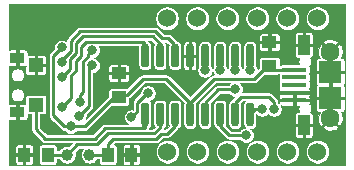
<source format=gbr>
G04 #@! TF.GenerationSoftware,KiCad,Pcbnew,(5.1.5)-3*
G04 #@! TF.CreationDate,2020-07-16T22:53:37-05:00*
G04 #@! TF.ProjectId,pcb,7063622e-6b69-4636-9164-5f7063625858,rev?*
G04 #@! TF.SameCoordinates,Original*
G04 #@! TF.FileFunction,Copper,L2,Bot*
G04 #@! TF.FilePolarity,Positive*
%FSLAX46Y46*%
G04 Gerber Fmt 4.6, Leading zero omitted, Abs format (unit mm)*
G04 Created by KiCad (PCBNEW (5.1.5)-3) date 2020-07-16 22:53:37*
%MOMM*%
%LPD*%
G04 APERTURE LIST*
%ADD10C,1.000000*%
%ADD11C,0.100000*%
%ADD12R,1.900000X1.900000*%
%ADD13R,2.100000X0.390000*%
%ADD14C,1.600000*%
%ADD15R,1.000000X1.700000*%
%ADD16C,1.524000*%
%ADD17R,1.000000X1.250000*%
%ADD18R,1.250000X1.000000*%
%ADD19R,1.200000X0.900000*%
%ADD20R,1.300000X1.150000*%
%ADD21C,0.800000*%
%ADD22C,0.250000*%
G04 APERTURE END LIST*
D10*
X140081000Y-94805500D03*
X141981000Y-94805500D03*
G04 #@! TA.AperFunction,SMDPad,CuDef*
D11*
G36*
X155739703Y-90400722D02*
G01*
X155754264Y-90402882D01*
X155768543Y-90406459D01*
X155782403Y-90411418D01*
X155795710Y-90417712D01*
X155808336Y-90425280D01*
X155820159Y-90434048D01*
X155831066Y-90443934D01*
X155840952Y-90454841D01*
X155849720Y-90466664D01*
X155857288Y-90479290D01*
X155863582Y-90492597D01*
X155868541Y-90506457D01*
X155872118Y-90520736D01*
X155874278Y-90535297D01*
X155875000Y-90550000D01*
X155875000Y-92200000D01*
X155874278Y-92214703D01*
X155872118Y-92229264D01*
X155868541Y-92243543D01*
X155863582Y-92257403D01*
X155857288Y-92270710D01*
X155849720Y-92283336D01*
X155840952Y-92295159D01*
X155831066Y-92306066D01*
X155820159Y-92315952D01*
X155808336Y-92324720D01*
X155795710Y-92332288D01*
X155782403Y-92338582D01*
X155768543Y-92343541D01*
X155754264Y-92347118D01*
X155739703Y-92349278D01*
X155725000Y-92350000D01*
X155425000Y-92350000D01*
X155410297Y-92349278D01*
X155395736Y-92347118D01*
X155381457Y-92343541D01*
X155367597Y-92338582D01*
X155354290Y-92332288D01*
X155341664Y-92324720D01*
X155329841Y-92315952D01*
X155318934Y-92306066D01*
X155309048Y-92295159D01*
X155300280Y-92283336D01*
X155292712Y-92270710D01*
X155286418Y-92257403D01*
X155281459Y-92243543D01*
X155277882Y-92229264D01*
X155275722Y-92214703D01*
X155275000Y-92200000D01*
X155275000Y-90550000D01*
X155275722Y-90535297D01*
X155277882Y-90520736D01*
X155281459Y-90506457D01*
X155286418Y-90492597D01*
X155292712Y-90479290D01*
X155300280Y-90466664D01*
X155309048Y-90454841D01*
X155318934Y-90443934D01*
X155329841Y-90434048D01*
X155341664Y-90425280D01*
X155354290Y-90417712D01*
X155367597Y-90411418D01*
X155381457Y-90406459D01*
X155395736Y-90402882D01*
X155410297Y-90400722D01*
X155425000Y-90400000D01*
X155725000Y-90400000D01*
X155739703Y-90400722D01*
G37*
G04 #@! TD.AperFunction*
G04 #@! TA.AperFunction,SMDPad,CuDef*
G36*
X154469703Y-90400722D02*
G01*
X154484264Y-90402882D01*
X154498543Y-90406459D01*
X154512403Y-90411418D01*
X154525710Y-90417712D01*
X154538336Y-90425280D01*
X154550159Y-90434048D01*
X154561066Y-90443934D01*
X154570952Y-90454841D01*
X154579720Y-90466664D01*
X154587288Y-90479290D01*
X154593582Y-90492597D01*
X154598541Y-90506457D01*
X154602118Y-90520736D01*
X154604278Y-90535297D01*
X154605000Y-90550000D01*
X154605000Y-92200000D01*
X154604278Y-92214703D01*
X154602118Y-92229264D01*
X154598541Y-92243543D01*
X154593582Y-92257403D01*
X154587288Y-92270710D01*
X154579720Y-92283336D01*
X154570952Y-92295159D01*
X154561066Y-92306066D01*
X154550159Y-92315952D01*
X154538336Y-92324720D01*
X154525710Y-92332288D01*
X154512403Y-92338582D01*
X154498543Y-92343541D01*
X154484264Y-92347118D01*
X154469703Y-92349278D01*
X154455000Y-92350000D01*
X154155000Y-92350000D01*
X154140297Y-92349278D01*
X154125736Y-92347118D01*
X154111457Y-92343541D01*
X154097597Y-92338582D01*
X154084290Y-92332288D01*
X154071664Y-92324720D01*
X154059841Y-92315952D01*
X154048934Y-92306066D01*
X154039048Y-92295159D01*
X154030280Y-92283336D01*
X154022712Y-92270710D01*
X154016418Y-92257403D01*
X154011459Y-92243543D01*
X154007882Y-92229264D01*
X154005722Y-92214703D01*
X154005000Y-92200000D01*
X154005000Y-90550000D01*
X154005722Y-90535297D01*
X154007882Y-90520736D01*
X154011459Y-90506457D01*
X154016418Y-90492597D01*
X154022712Y-90479290D01*
X154030280Y-90466664D01*
X154039048Y-90454841D01*
X154048934Y-90443934D01*
X154059841Y-90434048D01*
X154071664Y-90425280D01*
X154084290Y-90417712D01*
X154097597Y-90411418D01*
X154111457Y-90406459D01*
X154125736Y-90402882D01*
X154140297Y-90400722D01*
X154155000Y-90400000D01*
X154455000Y-90400000D01*
X154469703Y-90400722D01*
G37*
G04 #@! TD.AperFunction*
G04 #@! TA.AperFunction,SMDPad,CuDef*
G36*
X153199703Y-90400722D02*
G01*
X153214264Y-90402882D01*
X153228543Y-90406459D01*
X153242403Y-90411418D01*
X153255710Y-90417712D01*
X153268336Y-90425280D01*
X153280159Y-90434048D01*
X153291066Y-90443934D01*
X153300952Y-90454841D01*
X153309720Y-90466664D01*
X153317288Y-90479290D01*
X153323582Y-90492597D01*
X153328541Y-90506457D01*
X153332118Y-90520736D01*
X153334278Y-90535297D01*
X153335000Y-90550000D01*
X153335000Y-92200000D01*
X153334278Y-92214703D01*
X153332118Y-92229264D01*
X153328541Y-92243543D01*
X153323582Y-92257403D01*
X153317288Y-92270710D01*
X153309720Y-92283336D01*
X153300952Y-92295159D01*
X153291066Y-92306066D01*
X153280159Y-92315952D01*
X153268336Y-92324720D01*
X153255710Y-92332288D01*
X153242403Y-92338582D01*
X153228543Y-92343541D01*
X153214264Y-92347118D01*
X153199703Y-92349278D01*
X153185000Y-92350000D01*
X152885000Y-92350000D01*
X152870297Y-92349278D01*
X152855736Y-92347118D01*
X152841457Y-92343541D01*
X152827597Y-92338582D01*
X152814290Y-92332288D01*
X152801664Y-92324720D01*
X152789841Y-92315952D01*
X152778934Y-92306066D01*
X152769048Y-92295159D01*
X152760280Y-92283336D01*
X152752712Y-92270710D01*
X152746418Y-92257403D01*
X152741459Y-92243543D01*
X152737882Y-92229264D01*
X152735722Y-92214703D01*
X152735000Y-92200000D01*
X152735000Y-90550000D01*
X152735722Y-90535297D01*
X152737882Y-90520736D01*
X152741459Y-90506457D01*
X152746418Y-90492597D01*
X152752712Y-90479290D01*
X152760280Y-90466664D01*
X152769048Y-90454841D01*
X152778934Y-90443934D01*
X152789841Y-90434048D01*
X152801664Y-90425280D01*
X152814290Y-90417712D01*
X152827597Y-90411418D01*
X152841457Y-90406459D01*
X152855736Y-90402882D01*
X152870297Y-90400722D01*
X152885000Y-90400000D01*
X153185000Y-90400000D01*
X153199703Y-90400722D01*
G37*
G04 #@! TD.AperFunction*
G04 #@! TA.AperFunction,SMDPad,CuDef*
G36*
X151929703Y-90400722D02*
G01*
X151944264Y-90402882D01*
X151958543Y-90406459D01*
X151972403Y-90411418D01*
X151985710Y-90417712D01*
X151998336Y-90425280D01*
X152010159Y-90434048D01*
X152021066Y-90443934D01*
X152030952Y-90454841D01*
X152039720Y-90466664D01*
X152047288Y-90479290D01*
X152053582Y-90492597D01*
X152058541Y-90506457D01*
X152062118Y-90520736D01*
X152064278Y-90535297D01*
X152065000Y-90550000D01*
X152065000Y-92200000D01*
X152064278Y-92214703D01*
X152062118Y-92229264D01*
X152058541Y-92243543D01*
X152053582Y-92257403D01*
X152047288Y-92270710D01*
X152039720Y-92283336D01*
X152030952Y-92295159D01*
X152021066Y-92306066D01*
X152010159Y-92315952D01*
X151998336Y-92324720D01*
X151985710Y-92332288D01*
X151972403Y-92338582D01*
X151958543Y-92343541D01*
X151944264Y-92347118D01*
X151929703Y-92349278D01*
X151915000Y-92350000D01*
X151615000Y-92350000D01*
X151600297Y-92349278D01*
X151585736Y-92347118D01*
X151571457Y-92343541D01*
X151557597Y-92338582D01*
X151544290Y-92332288D01*
X151531664Y-92324720D01*
X151519841Y-92315952D01*
X151508934Y-92306066D01*
X151499048Y-92295159D01*
X151490280Y-92283336D01*
X151482712Y-92270710D01*
X151476418Y-92257403D01*
X151471459Y-92243543D01*
X151467882Y-92229264D01*
X151465722Y-92214703D01*
X151465000Y-92200000D01*
X151465000Y-90550000D01*
X151465722Y-90535297D01*
X151467882Y-90520736D01*
X151471459Y-90506457D01*
X151476418Y-90492597D01*
X151482712Y-90479290D01*
X151490280Y-90466664D01*
X151499048Y-90454841D01*
X151508934Y-90443934D01*
X151519841Y-90434048D01*
X151531664Y-90425280D01*
X151544290Y-90417712D01*
X151557597Y-90411418D01*
X151571457Y-90406459D01*
X151585736Y-90402882D01*
X151600297Y-90400722D01*
X151615000Y-90400000D01*
X151915000Y-90400000D01*
X151929703Y-90400722D01*
G37*
G04 #@! TD.AperFunction*
G04 #@! TA.AperFunction,SMDPad,CuDef*
G36*
X150659703Y-90400722D02*
G01*
X150674264Y-90402882D01*
X150688543Y-90406459D01*
X150702403Y-90411418D01*
X150715710Y-90417712D01*
X150728336Y-90425280D01*
X150740159Y-90434048D01*
X150751066Y-90443934D01*
X150760952Y-90454841D01*
X150769720Y-90466664D01*
X150777288Y-90479290D01*
X150783582Y-90492597D01*
X150788541Y-90506457D01*
X150792118Y-90520736D01*
X150794278Y-90535297D01*
X150795000Y-90550000D01*
X150795000Y-92200000D01*
X150794278Y-92214703D01*
X150792118Y-92229264D01*
X150788541Y-92243543D01*
X150783582Y-92257403D01*
X150777288Y-92270710D01*
X150769720Y-92283336D01*
X150760952Y-92295159D01*
X150751066Y-92306066D01*
X150740159Y-92315952D01*
X150728336Y-92324720D01*
X150715710Y-92332288D01*
X150702403Y-92338582D01*
X150688543Y-92343541D01*
X150674264Y-92347118D01*
X150659703Y-92349278D01*
X150645000Y-92350000D01*
X150345000Y-92350000D01*
X150330297Y-92349278D01*
X150315736Y-92347118D01*
X150301457Y-92343541D01*
X150287597Y-92338582D01*
X150274290Y-92332288D01*
X150261664Y-92324720D01*
X150249841Y-92315952D01*
X150238934Y-92306066D01*
X150229048Y-92295159D01*
X150220280Y-92283336D01*
X150212712Y-92270710D01*
X150206418Y-92257403D01*
X150201459Y-92243543D01*
X150197882Y-92229264D01*
X150195722Y-92214703D01*
X150195000Y-92200000D01*
X150195000Y-90550000D01*
X150195722Y-90535297D01*
X150197882Y-90520736D01*
X150201459Y-90506457D01*
X150206418Y-90492597D01*
X150212712Y-90479290D01*
X150220280Y-90466664D01*
X150229048Y-90454841D01*
X150238934Y-90443934D01*
X150249841Y-90434048D01*
X150261664Y-90425280D01*
X150274290Y-90417712D01*
X150287597Y-90411418D01*
X150301457Y-90406459D01*
X150315736Y-90402882D01*
X150330297Y-90400722D01*
X150345000Y-90400000D01*
X150645000Y-90400000D01*
X150659703Y-90400722D01*
G37*
G04 #@! TD.AperFunction*
G04 #@! TA.AperFunction,SMDPad,CuDef*
G36*
X149389703Y-90400722D02*
G01*
X149404264Y-90402882D01*
X149418543Y-90406459D01*
X149432403Y-90411418D01*
X149445710Y-90417712D01*
X149458336Y-90425280D01*
X149470159Y-90434048D01*
X149481066Y-90443934D01*
X149490952Y-90454841D01*
X149499720Y-90466664D01*
X149507288Y-90479290D01*
X149513582Y-90492597D01*
X149518541Y-90506457D01*
X149522118Y-90520736D01*
X149524278Y-90535297D01*
X149525000Y-90550000D01*
X149525000Y-92200000D01*
X149524278Y-92214703D01*
X149522118Y-92229264D01*
X149518541Y-92243543D01*
X149513582Y-92257403D01*
X149507288Y-92270710D01*
X149499720Y-92283336D01*
X149490952Y-92295159D01*
X149481066Y-92306066D01*
X149470159Y-92315952D01*
X149458336Y-92324720D01*
X149445710Y-92332288D01*
X149432403Y-92338582D01*
X149418543Y-92343541D01*
X149404264Y-92347118D01*
X149389703Y-92349278D01*
X149375000Y-92350000D01*
X149075000Y-92350000D01*
X149060297Y-92349278D01*
X149045736Y-92347118D01*
X149031457Y-92343541D01*
X149017597Y-92338582D01*
X149004290Y-92332288D01*
X148991664Y-92324720D01*
X148979841Y-92315952D01*
X148968934Y-92306066D01*
X148959048Y-92295159D01*
X148950280Y-92283336D01*
X148942712Y-92270710D01*
X148936418Y-92257403D01*
X148931459Y-92243543D01*
X148927882Y-92229264D01*
X148925722Y-92214703D01*
X148925000Y-92200000D01*
X148925000Y-90550000D01*
X148925722Y-90535297D01*
X148927882Y-90520736D01*
X148931459Y-90506457D01*
X148936418Y-90492597D01*
X148942712Y-90479290D01*
X148950280Y-90466664D01*
X148959048Y-90454841D01*
X148968934Y-90443934D01*
X148979841Y-90434048D01*
X148991664Y-90425280D01*
X149004290Y-90417712D01*
X149017597Y-90411418D01*
X149031457Y-90406459D01*
X149045736Y-90402882D01*
X149060297Y-90400722D01*
X149075000Y-90400000D01*
X149375000Y-90400000D01*
X149389703Y-90400722D01*
G37*
G04 #@! TD.AperFunction*
G04 #@! TA.AperFunction,SMDPad,CuDef*
G36*
X148119703Y-90400722D02*
G01*
X148134264Y-90402882D01*
X148148543Y-90406459D01*
X148162403Y-90411418D01*
X148175710Y-90417712D01*
X148188336Y-90425280D01*
X148200159Y-90434048D01*
X148211066Y-90443934D01*
X148220952Y-90454841D01*
X148229720Y-90466664D01*
X148237288Y-90479290D01*
X148243582Y-90492597D01*
X148248541Y-90506457D01*
X148252118Y-90520736D01*
X148254278Y-90535297D01*
X148255000Y-90550000D01*
X148255000Y-92200000D01*
X148254278Y-92214703D01*
X148252118Y-92229264D01*
X148248541Y-92243543D01*
X148243582Y-92257403D01*
X148237288Y-92270710D01*
X148229720Y-92283336D01*
X148220952Y-92295159D01*
X148211066Y-92306066D01*
X148200159Y-92315952D01*
X148188336Y-92324720D01*
X148175710Y-92332288D01*
X148162403Y-92338582D01*
X148148543Y-92343541D01*
X148134264Y-92347118D01*
X148119703Y-92349278D01*
X148105000Y-92350000D01*
X147805000Y-92350000D01*
X147790297Y-92349278D01*
X147775736Y-92347118D01*
X147761457Y-92343541D01*
X147747597Y-92338582D01*
X147734290Y-92332288D01*
X147721664Y-92324720D01*
X147709841Y-92315952D01*
X147698934Y-92306066D01*
X147689048Y-92295159D01*
X147680280Y-92283336D01*
X147672712Y-92270710D01*
X147666418Y-92257403D01*
X147661459Y-92243543D01*
X147657882Y-92229264D01*
X147655722Y-92214703D01*
X147655000Y-92200000D01*
X147655000Y-90550000D01*
X147655722Y-90535297D01*
X147657882Y-90520736D01*
X147661459Y-90506457D01*
X147666418Y-90492597D01*
X147672712Y-90479290D01*
X147680280Y-90466664D01*
X147689048Y-90454841D01*
X147698934Y-90443934D01*
X147709841Y-90434048D01*
X147721664Y-90425280D01*
X147734290Y-90417712D01*
X147747597Y-90411418D01*
X147761457Y-90406459D01*
X147775736Y-90402882D01*
X147790297Y-90400722D01*
X147805000Y-90400000D01*
X148105000Y-90400000D01*
X148119703Y-90400722D01*
G37*
G04 #@! TD.AperFunction*
G04 #@! TA.AperFunction,SMDPad,CuDef*
G36*
X146849703Y-90400722D02*
G01*
X146864264Y-90402882D01*
X146878543Y-90406459D01*
X146892403Y-90411418D01*
X146905710Y-90417712D01*
X146918336Y-90425280D01*
X146930159Y-90434048D01*
X146941066Y-90443934D01*
X146950952Y-90454841D01*
X146959720Y-90466664D01*
X146967288Y-90479290D01*
X146973582Y-90492597D01*
X146978541Y-90506457D01*
X146982118Y-90520736D01*
X146984278Y-90535297D01*
X146985000Y-90550000D01*
X146985000Y-92200000D01*
X146984278Y-92214703D01*
X146982118Y-92229264D01*
X146978541Y-92243543D01*
X146973582Y-92257403D01*
X146967288Y-92270710D01*
X146959720Y-92283336D01*
X146950952Y-92295159D01*
X146941066Y-92306066D01*
X146930159Y-92315952D01*
X146918336Y-92324720D01*
X146905710Y-92332288D01*
X146892403Y-92338582D01*
X146878543Y-92343541D01*
X146864264Y-92347118D01*
X146849703Y-92349278D01*
X146835000Y-92350000D01*
X146535000Y-92350000D01*
X146520297Y-92349278D01*
X146505736Y-92347118D01*
X146491457Y-92343541D01*
X146477597Y-92338582D01*
X146464290Y-92332288D01*
X146451664Y-92324720D01*
X146439841Y-92315952D01*
X146428934Y-92306066D01*
X146419048Y-92295159D01*
X146410280Y-92283336D01*
X146402712Y-92270710D01*
X146396418Y-92257403D01*
X146391459Y-92243543D01*
X146387882Y-92229264D01*
X146385722Y-92214703D01*
X146385000Y-92200000D01*
X146385000Y-90550000D01*
X146385722Y-90535297D01*
X146387882Y-90520736D01*
X146391459Y-90506457D01*
X146396418Y-90492597D01*
X146402712Y-90479290D01*
X146410280Y-90466664D01*
X146419048Y-90454841D01*
X146428934Y-90443934D01*
X146439841Y-90434048D01*
X146451664Y-90425280D01*
X146464290Y-90417712D01*
X146477597Y-90411418D01*
X146491457Y-90406459D01*
X146505736Y-90402882D01*
X146520297Y-90400722D01*
X146535000Y-90400000D01*
X146835000Y-90400000D01*
X146849703Y-90400722D01*
G37*
G04 #@! TD.AperFunction*
G04 #@! TA.AperFunction,SMDPad,CuDef*
G36*
X146849703Y-85450722D02*
G01*
X146864264Y-85452882D01*
X146878543Y-85456459D01*
X146892403Y-85461418D01*
X146905710Y-85467712D01*
X146918336Y-85475280D01*
X146930159Y-85484048D01*
X146941066Y-85493934D01*
X146950952Y-85504841D01*
X146959720Y-85516664D01*
X146967288Y-85529290D01*
X146973582Y-85542597D01*
X146978541Y-85556457D01*
X146982118Y-85570736D01*
X146984278Y-85585297D01*
X146985000Y-85600000D01*
X146985000Y-87250000D01*
X146984278Y-87264703D01*
X146982118Y-87279264D01*
X146978541Y-87293543D01*
X146973582Y-87307403D01*
X146967288Y-87320710D01*
X146959720Y-87333336D01*
X146950952Y-87345159D01*
X146941066Y-87356066D01*
X146930159Y-87365952D01*
X146918336Y-87374720D01*
X146905710Y-87382288D01*
X146892403Y-87388582D01*
X146878543Y-87393541D01*
X146864264Y-87397118D01*
X146849703Y-87399278D01*
X146835000Y-87400000D01*
X146535000Y-87400000D01*
X146520297Y-87399278D01*
X146505736Y-87397118D01*
X146491457Y-87393541D01*
X146477597Y-87388582D01*
X146464290Y-87382288D01*
X146451664Y-87374720D01*
X146439841Y-87365952D01*
X146428934Y-87356066D01*
X146419048Y-87345159D01*
X146410280Y-87333336D01*
X146402712Y-87320710D01*
X146396418Y-87307403D01*
X146391459Y-87293543D01*
X146387882Y-87279264D01*
X146385722Y-87264703D01*
X146385000Y-87250000D01*
X146385000Y-85600000D01*
X146385722Y-85585297D01*
X146387882Y-85570736D01*
X146391459Y-85556457D01*
X146396418Y-85542597D01*
X146402712Y-85529290D01*
X146410280Y-85516664D01*
X146419048Y-85504841D01*
X146428934Y-85493934D01*
X146439841Y-85484048D01*
X146451664Y-85475280D01*
X146464290Y-85467712D01*
X146477597Y-85461418D01*
X146491457Y-85456459D01*
X146505736Y-85452882D01*
X146520297Y-85450722D01*
X146535000Y-85450000D01*
X146835000Y-85450000D01*
X146849703Y-85450722D01*
G37*
G04 #@! TD.AperFunction*
G04 #@! TA.AperFunction,SMDPad,CuDef*
G36*
X148119703Y-85450722D02*
G01*
X148134264Y-85452882D01*
X148148543Y-85456459D01*
X148162403Y-85461418D01*
X148175710Y-85467712D01*
X148188336Y-85475280D01*
X148200159Y-85484048D01*
X148211066Y-85493934D01*
X148220952Y-85504841D01*
X148229720Y-85516664D01*
X148237288Y-85529290D01*
X148243582Y-85542597D01*
X148248541Y-85556457D01*
X148252118Y-85570736D01*
X148254278Y-85585297D01*
X148255000Y-85600000D01*
X148255000Y-87250000D01*
X148254278Y-87264703D01*
X148252118Y-87279264D01*
X148248541Y-87293543D01*
X148243582Y-87307403D01*
X148237288Y-87320710D01*
X148229720Y-87333336D01*
X148220952Y-87345159D01*
X148211066Y-87356066D01*
X148200159Y-87365952D01*
X148188336Y-87374720D01*
X148175710Y-87382288D01*
X148162403Y-87388582D01*
X148148543Y-87393541D01*
X148134264Y-87397118D01*
X148119703Y-87399278D01*
X148105000Y-87400000D01*
X147805000Y-87400000D01*
X147790297Y-87399278D01*
X147775736Y-87397118D01*
X147761457Y-87393541D01*
X147747597Y-87388582D01*
X147734290Y-87382288D01*
X147721664Y-87374720D01*
X147709841Y-87365952D01*
X147698934Y-87356066D01*
X147689048Y-87345159D01*
X147680280Y-87333336D01*
X147672712Y-87320710D01*
X147666418Y-87307403D01*
X147661459Y-87293543D01*
X147657882Y-87279264D01*
X147655722Y-87264703D01*
X147655000Y-87250000D01*
X147655000Y-85600000D01*
X147655722Y-85585297D01*
X147657882Y-85570736D01*
X147661459Y-85556457D01*
X147666418Y-85542597D01*
X147672712Y-85529290D01*
X147680280Y-85516664D01*
X147689048Y-85504841D01*
X147698934Y-85493934D01*
X147709841Y-85484048D01*
X147721664Y-85475280D01*
X147734290Y-85467712D01*
X147747597Y-85461418D01*
X147761457Y-85456459D01*
X147775736Y-85452882D01*
X147790297Y-85450722D01*
X147805000Y-85450000D01*
X148105000Y-85450000D01*
X148119703Y-85450722D01*
G37*
G04 #@! TD.AperFunction*
G04 #@! TA.AperFunction,SMDPad,CuDef*
G36*
X149389703Y-85450722D02*
G01*
X149404264Y-85452882D01*
X149418543Y-85456459D01*
X149432403Y-85461418D01*
X149445710Y-85467712D01*
X149458336Y-85475280D01*
X149470159Y-85484048D01*
X149481066Y-85493934D01*
X149490952Y-85504841D01*
X149499720Y-85516664D01*
X149507288Y-85529290D01*
X149513582Y-85542597D01*
X149518541Y-85556457D01*
X149522118Y-85570736D01*
X149524278Y-85585297D01*
X149525000Y-85600000D01*
X149525000Y-87250000D01*
X149524278Y-87264703D01*
X149522118Y-87279264D01*
X149518541Y-87293543D01*
X149513582Y-87307403D01*
X149507288Y-87320710D01*
X149499720Y-87333336D01*
X149490952Y-87345159D01*
X149481066Y-87356066D01*
X149470159Y-87365952D01*
X149458336Y-87374720D01*
X149445710Y-87382288D01*
X149432403Y-87388582D01*
X149418543Y-87393541D01*
X149404264Y-87397118D01*
X149389703Y-87399278D01*
X149375000Y-87400000D01*
X149075000Y-87400000D01*
X149060297Y-87399278D01*
X149045736Y-87397118D01*
X149031457Y-87393541D01*
X149017597Y-87388582D01*
X149004290Y-87382288D01*
X148991664Y-87374720D01*
X148979841Y-87365952D01*
X148968934Y-87356066D01*
X148959048Y-87345159D01*
X148950280Y-87333336D01*
X148942712Y-87320710D01*
X148936418Y-87307403D01*
X148931459Y-87293543D01*
X148927882Y-87279264D01*
X148925722Y-87264703D01*
X148925000Y-87250000D01*
X148925000Y-85600000D01*
X148925722Y-85585297D01*
X148927882Y-85570736D01*
X148931459Y-85556457D01*
X148936418Y-85542597D01*
X148942712Y-85529290D01*
X148950280Y-85516664D01*
X148959048Y-85504841D01*
X148968934Y-85493934D01*
X148979841Y-85484048D01*
X148991664Y-85475280D01*
X149004290Y-85467712D01*
X149017597Y-85461418D01*
X149031457Y-85456459D01*
X149045736Y-85452882D01*
X149060297Y-85450722D01*
X149075000Y-85450000D01*
X149375000Y-85450000D01*
X149389703Y-85450722D01*
G37*
G04 #@! TD.AperFunction*
G04 #@! TA.AperFunction,SMDPad,CuDef*
G36*
X150659703Y-85450722D02*
G01*
X150674264Y-85452882D01*
X150688543Y-85456459D01*
X150702403Y-85461418D01*
X150715710Y-85467712D01*
X150728336Y-85475280D01*
X150740159Y-85484048D01*
X150751066Y-85493934D01*
X150760952Y-85504841D01*
X150769720Y-85516664D01*
X150777288Y-85529290D01*
X150783582Y-85542597D01*
X150788541Y-85556457D01*
X150792118Y-85570736D01*
X150794278Y-85585297D01*
X150795000Y-85600000D01*
X150795000Y-87250000D01*
X150794278Y-87264703D01*
X150792118Y-87279264D01*
X150788541Y-87293543D01*
X150783582Y-87307403D01*
X150777288Y-87320710D01*
X150769720Y-87333336D01*
X150760952Y-87345159D01*
X150751066Y-87356066D01*
X150740159Y-87365952D01*
X150728336Y-87374720D01*
X150715710Y-87382288D01*
X150702403Y-87388582D01*
X150688543Y-87393541D01*
X150674264Y-87397118D01*
X150659703Y-87399278D01*
X150645000Y-87400000D01*
X150345000Y-87400000D01*
X150330297Y-87399278D01*
X150315736Y-87397118D01*
X150301457Y-87393541D01*
X150287597Y-87388582D01*
X150274290Y-87382288D01*
X150261664Y-87374720D01*
X150249841Y-87365952D01*
X150238934Y-87356066D01*
X150229048Y-87345159D01*
X150220280Y-87333336D01*
X150212712Y-87320710D01*
X150206418Y-87307403D01*
X150201459Y-87293543D01*
X150197882Y-87279264D01*
X150195722Y-87264703D01*
X150195000Y-87250000D01*
X150195000Y-85600000D01*
X150195722Y-85585297D01*
X150197882Y-85570736D01*
X150201459Y-85556457D01*
X150206418Y-85542597D01*
X150212712Y-85529290D01*
X150220280Y-85516664D01*
X150229048Y-85504841D01*
X150238934Y-85493934D01*
X150249841Y-85484048D01*
X150261664Y-85475280D01*
X150274290Y-85467712D01*
X150287597Y-85461418D01*
X150301457Y-85456459D01*
X150315736Y-85452882D01*
X150330297Y-85450722D01*
X150345000Y-85450000D01*
X150645000Y-85450000D01*
X150659703Y-85450722D01*
G37*
G04 #@! TD.AperFunction*
G04 #@! TA.AperFunction,SMDPad,CuDef*
G36*
X151929703Y-85450722D02*
G01*
X151944264Y-85452882D01*
X151958543Y-85456459D01*
X151972403Y-85461418D01*
X151985710Y-85467712D01*
X151998336Y-85475280D01*
X152010159Y-85484048D01*
X152021066Y-85493934D01*
X152030952Y-85504841D01*
X152039720Y-85516664D01*
X152047288Y-85529290D01*
X152053582Y-85542597D01*
X152058541Y-85556457D01*
X152062118Y-85570736D01*
X152064278Y-85585297D01*
X152065000Y-85600000D01*
X152065000Y-87250000D01*
X152064278Y-87264703D01*
X152062118Y-87279264D01*
X152058541Y-87293543D01*
X152053582Y-87307403D01*
X152047288Y-87320710D01*
X152039720Y-87333336D01*
X152030952Y-87345159D01*
X152021066Y-87356066D01*
X152010159Y-87365952D01*
X151998336Y-87374720D01*
X151985710Y-87382288D01*
X151972403Y-87388582D01*
X151958543Y-87393541D01*
X151944264Y-87397118D01*
X151929703Y-87399278D01*
X151915000Y-87400000D01*
X151615000Y-87400000D01*
X151600297Y-87399278D01*
X151585736Y-87397118D01*
X151571457Y-87393541D01*
X151557597Y-87388582D01*
X151544290Y-87382288D01*
X151531664Y-87374720D01*
X151519841Y-87365952D01*
X151508934Y-87356066D01*
X151499048Y-87345159D01*
X151490280Y-87333336D01*
X151482712Y-87320710D01*
X151476418Y-87307403D01*
X151471459Y-87293543D01*
X151467882Y-87279264D01*
X151465722Y-87264703D01*
X151465000Y-87250000D01*
X151465000Y-85600000D01*
X151465722Y-85585297D01*
X151467882Y-85570736D01*
X151471459Y-85556457D01*
X151476418Y-85542597D01*
X151482712Y-85529290D01*
X151490280Y-85516664D01*
X151499048Y-85504841D01*
X151508934Y-85493934D01*
X151519841Y-85484048D01*
X151531664Y-85475280D01*
X151544290Y-85467712D01*
X151557597Y-85461418D01*
X151571457Y-85456459D01*
X151585736Y-85452882D01*
X151600297Y-85450722D01*
X151615000Y-85450000D01*
X151915000Y-85450000D01*
X151929703Y-85450722D01*
G37*
G04 #@! TD.AperFunction*
G04 #@! TA.AperFunction,SMDPad,CuDef*
G36*
X153199703Y-85450722D02*
G01*
X153214264Y-85452882D01*
X153228543Y-85456459D01*
X153242403Y-85461418D01*
X153255710Y-85467712D01*
X153268336Y-85475280D01*
X153280159Y-85484048D01*
X153291066Y-85493934D01*
X153300952Y-85504841D01*
X153309720Y-85516664D01*
X153317288Y-85529290D01*
X153323582Y-85542597D01*
X153328541Y-85556457D01*
X153332118Y-85570736D01*
X153334278Y-85585297D01*
X153335000Y-85600000D01*
X153335000Y-87250000D01*
X153334278Y-87264703D01*
X153332118Y-87279264D01*
X153328541Y-87293543D01*
X153323582Y-87307403D01*
X153317288Y-87320710D01*
X153309720Y-87333336D01*
X153300952Y-87345159D01*
X153291066Y-87356066D01*
X153280159Y-87365952D01*
X153268336Y-87374720D01*
X153255710Y-87382288D01*
X153242403Y-87388582D01*
X153228543Y-87393541D01*
X153214264Y-87397118D01*
X153199703Y-87399278D01*
X153185000Y-87400000D01*
X152885000Y-87400000D01*
X152870297Y-87399278D01*
X152855736Y-87397118D01*
X152841457Y-87393541D01*
X152827597Y-87388582D01*
X152814290Y-87382288D01*
X152801664Y-87374720D01*
X152789841Y-87365952D01*
X152778934Y-87356066D01*
X152769048Y-87345159D01*
X152760280Y-87333336D01*
X152752712Y-87320710D01*
X152746418Y-87307403D01*
X152741459Y-87293543D01*
X152737882Y-87279264D01*
X152735722Y-87264703D01*
X152735000Y-87250000D01*
X152735000Y-85600000D01*
X152735722Y-85585297D01*
X152737882Y-85570736D01*
X152741459Y-85556457D01*
X152746418Y-85542597D01*
X152752712Y-85529290D01*
X152760280Y-85516664D01*
X152769048Y-85504841D01*
X152778934Y-85493934D01*
X152789841Y-85484048D01*
X152801664Y-85475280D01*
X152814290Y-85467712D01*
X152827597Y-85461418D01*
X152841457Y-85456459D01*
X152855736Y-85452882D01*
X152870297Y-85450722D01*
X152885000Y-85450000D01*
X153185000Y-85450000D01*
X153199703Y-85450722D01*
G37*
G04 #@! TD.AperFunction*
G04 #@! TA.AperFunction,SMDPad,CuDef*
G36*
X154469703Y-85450722D02*
G01*
X154484264Y-85452882D01*
X154498543Y-85456459D01*
X154512403Y-85461418D01*
X154525710Y-85467712D01*
X154538336Y-85475280D01*
X154550159Y-85484048D01*
X154561066Y-85493934D01*
X154570952Y-85504841D01*
X154579720Y-85516664D01*
X154587288Y-85529290D01*
X154593582Y-85542597D01*
X154598541Y-85556457D01*
X154602118Y-85570736D01*
X154604278Y-85585297D01*
X154605000Y-85600000D01*
X154605000Y-87250000D01*
X154604278Y-87264703D01*
X154602118Y-87279264D01*
X154598541Y-87293543D01*
X154593582Y-87307403D01*
X154587288Y-87320710D01*
X154579720Y-87333336D01*
X154570952Y-87345159D01*
X154561066Y-87356066D01*
X154550159Y-87365952D01*
X154538336Y-87374720D01*
X154525710Y-87382288D01*
X154512403Y-87388582D01*
X154498543Y-87393541D01*
X154484264Y-87397118D01*
X154469703Y-87399278D01*
X154455000Y-87400000D01*
X154155000Y-87400000D01*
X154140297Y-87399278D01*
X154125736Y-87397118D01*
X154111457Y-87393541D01*
X154097597Y-87388582D01*
X154084290Y-87382288D01*
X154071664Y-87374720D01*
X154059841Y-87365952D01*
X154048934Y-87356066D01*
X154039048Y-87345159D01*
X154030280Y-87333336D01*
X154022712Y-87320710D01*
X154016418Y-87307403D01*
X154011459Y-87293543D01*
X154007882Y-87279264D01*
X154005722Y-87264703D01*
X154005000Y-87250000D01*
X154005000Y-85600000D01*
X154005722Y-85585297D01*
X154007882Y-85570736D01*
X154011459Y-85556457D01*
X154016418Y-85542597D01*
X154022712Y-85529290D01*
X154030280Y-85516664D01*
X154039048Y-85504841D01*
X154048934Y-85493934D01*
X154059841Y-85484048D01*
X154071664Y-85475280D01*
X154084290Y-85467712D01*
X154097597Y-85461418D01*
X154111457Y-85456459D01*
X154125736Y-85452882D01*
X154140297Y-85450722D01*
X154155000Y-85450000D01*
X154455000Y-85450000D01*
X154469703Y-85450722D01*
G37*
G04 #@! TD.AperFunction*
G04 #@! TA.AperFunction,SMDPad,CuDef*
G36*
X155739703Y-85450722D02*
G01*
X155754264Y-85452882D01*
X155768543Y-85456459D01*
X155782403Y-85461418D01*
X155795710Y-85467712D01*
X155808336Y-85475280D01*
X155820159Y-85484048D01*
X155831066Y-85493934D01*
X155840952Y-85504841D01*
X155849720Y-85516664D01*
X155857288Y-85529290D01*
X155863582Y-85542597D01*
X155868541Y-85556457D01*
X155872118Y-85570736D01*
X155874278Y-85585297D01*
X155875000Y-85600000D01*
X155875000Y-87250000D01*
X155874278Y-87264703D01*
X155872118Y-87279264D01*
X155868541Y-87293543D01*
X155863582Y-87307403D01*
X155857288Y-87320710D01*
X155849720Y-87333336D01*
X155840952Y-87345159D01*
X155831066Y-87356066D01*
X155820159Y-87365952D01*
X155808336Y-87374720D01*
X155795710Y-87382288D01*
X155782403Y-87388582D01*
X155768543Y-87393541D01*
X155754264Y-87397118D01*
X155739703Y-87399278D01*
X155725000Y-87400000D01*
X155425000Y-87400000D01*
X155410297Y-87399278D01*
X155395736Y-87397118D01*
X155381457Y-87393541D01*
X155367597Y-87388582D01*
X155354290Y-87382288D01*
X155341664Y-87374720D01*
X155329841Y-87365952D01*
X155318934Y-87356066D01*
X155309048Y-87345159D01*
X155300280Y-87333336D01*
X155292712Y-87320710D01*
X155286418Y-87307403D01*
X155281459Y-87293543D01*
X155277882Y-87279264D01*
X155275722Y-87264703D01*
X155275000Y-87250000D01*
X155275000Y-85600000D01*
X155275722Y-85585297D01*
X155277882Y-85570736D01*
X155281459Y-85556457D01*
X155286418Y-85542597D01*
X155292712Y-85529290D01*
X155300280Y-85516664D01*
X155309048Y-85504841D01*
X155318934Y-85493934D01*
X155329841Y-85484048D01*
X155341664Y-85475280D01*
X155354290Y-85467712D01*
X155367597Y-85461418D01*
X155381457Y-85456459D01*
X155395736Y-85452882D01*
X155410297Y-85450722D01*
X155425000Y-85450000D01*
X155725000Y-85450000D01*
X155739703Y-85450722D01*
G37*
G04 #@! TD.AperFunction*
D12*
X162380000Y-90000000D03*
X162380000Y-87800000D03*
D13*
X159330000Y-90200000D03*
X159330000Y-89550000D03*
X159330000Y-88900000D03*
X159330000Y-88250000D03*
X159330000Y-87600000D03*
D14*
X162380000Y-91725000D03*
X162380000Y-86075000D03*
D15*
X160130000Y-92300000D03*
X160130000Y-85500000D03*
D16*
X148590000Y-94550000D03*
X151130000Y-94550000D03*
X153670000Y-94550000D03*
X156210000Y-94550000D03*
X158750000Y-94550000D03*
X161290000Y-94550000D03*
X161290000Y-83250000D03*
X158742000Y-83250000D03*
X156194000Y-83250000D03*
X153646000Y-83250000D03*
X151098000Y-83250000D03*
X148550000Y-83250000D03*
D17*
X138461500Y-94805500D03*
X136461500Y-94805500D03*
D18*
X144462500Y-89916000D03*
X144462500Y-87916000D03*
X157226000Y-85280500D03*
X157226000Y-87280500D03*
D17*
X145542000Y-94805500D03*
X143542000Y-94805500D03*
D19*
X135890000Y-91200000D03*
X135890000Y-86600000D03*
D20*
X137440000Y-90575000D03*
X137440000Y-87225000D03*
D21*
X139636500Y-85725000D03*
X140398500Y-92392500D03*
X151765000Y-87630000D03*
X154305000Y-87630000D03*
X153035000Y-87630000D03*
X155575000Y-87630000D03*
X139636500Y-90805000D03*
X139636500Y-88265000D03*
X139636500Y-86995000D03*
X135890000Y-93345000D03*
X135890000Y-84455000D03*
X146050000Y-83185000D03*
X146939000Y-94805500D03*
X150495000Y-88519000D03*
X158750000Y-92075000D03*
X154334256Y-89262460D03*
X157607000Y-90932000D03*
X155257500Y-93154500D03*
X156591000Y-90932000D03*
X141187000Y-90360500D03*
X142240000Y-85962021D03*
X141097000Y-91503500D03*
X142240000Y-87249000D03*
X146939000Y-89598500D03*
X145542000Y-91630500D03*
D22*
X138911499Y-91217184D02*
X138911499Y-90958501D01*
X138911499Y-91153001D02*
X138911499Y-90958501D01*
X138911499Y-90958501D02*
X138911499Y-86450001D01*
X139236501Y-86124999D02*
X139636500Y-85725000D01*
X138911499Y-86450001D02*
X139236501Y-86124999D01*
X138911499Y-91280684D02*
X138911499Y-86450001D01*
X140398500Y-92392500D02*
X141605000Y-92392500D01*
X141605000Y-92392500D02*
X142362009Y-91635491D01*
X138911499Y-91471184D02*
X138911499Y-91217184D01*
X139832815Y-92392500D02*
X138911499Y-91471184D01*
X140398500Y-92392500D02*
X139832815Y-92392500D01*
X156678002Y-87600000D02*
X155886002Y-88392000D01*
X150495000Y-90400000D02*
X150495000Y-91375000D01*
X152503000Y-88392000D02*
X150495000Y-90400000D01*
X155886002Y-88392000D02*
X152503000Y-88392000D01*
X159330000Y-87600000D02*
X156678002Y-87600000D01*
X142362009Y-91635491D02*
X143446500Y-90551000D01*
X144462500Y-89916000D02*
X144081500Y-89916000D01*
X144081500Y-89916000D02*
X143446500Y-90551000D01*
X144653000Y-89725500D02*
X144462500Y-89916000D01*
X145161000Y-89725500D02*
X144653000Y-89725500D01*
X146494500Y-88392000D02*
X145161000Y-89725500D01*
X150495000Y-90400000D02*
X148487000Y-88392000D01*
X148487000Y-88392000D02*
X146494500Y-88392000D01*
X143542000Y-94805500D02*
X141981000Y-94805500D01*
X149225000Y-92350000D02*
X149225000Y-91375000D01*
X143542000Y-93930500D02*
X144009501Y-93462999D01*
X143542000Y-94805500D02*
X143542000Y-93930500D01*
X138461500Y-94805500D02*
X140081000Y-94805500D01*
X137440000Y-90575000D02*
X137440000Y-91400000D01*
X140462000Y-89979500D02*
X139636500Y-90805000D01*
X140462000Y-88075910D02*
X140462000Y-89979500D01*
X140811511Y-87726399D02*
X140462000Y-88075910D01*
X141293010Y-86414312D02*
X140811511Y-86895811D01*
X147955000Y-86425000D02*
X147955000Y-85725000D01*
X141293010Y-85655990D02*
X141293010Y-86414312D01*
X140811511Y-86895811D02*
X140811511Y-87726399D01*
X141711979Y-85237021D02*
X141293010Y-85655990D01*
X146685000Y-85407500D02*
X146685000Y-86425000D01*
X146514521Y-85237021D02*
X146685000Y-85407500D01*
X146514521Y-85237021D02*
X141711979Y-85237021D01*
X149225000Y-92350000D02*
X148547500Y-93027500D01*
X148083410Y-93027500D02*
X147647911Y-93462999D01*
X148547500Y-93027500D02*
X148083410Y-93027500D01*
X144090501Y-93462999D02*
X144081500Y-93472000D01*
X147647911Y-93462999D02*
X144090501Y-93462999D01*
X144009501Y-93462999D02*
X144081500Y-93472000D01*
X147955000Y-92350000D02*
X147955000Y-91375000D01*
X147955000Y-92519500D02*
X147955000Y-92350000D01*
X140081000Y-94805500D02*
X140970000Y-93916500D01*
X143524510Y-93012990D02*
X147461510Y-93012990D01*
X140970000Y-93916500D02*
X142621000Y-93916500D01*
X142621000Y-93916500D02*
X143524510Y-93012990D01*
X147461510Y-93012990D02*
X147955000Y-92519500D01*
X151765000Y-87630000D02*
X151765000Y-86425000D01*
X154305000Y-87630000D02*
X154305000Y-86425000D01*
X153035000Y-87630000D02*
X153035000Y-86425000D01*
X155575000Y-87630000D02*
X155575000Y-86425000D01*
X151765000Y-90400000D02*
X151765000Y-91375000D01*
X152902540Y-89262460D02*
X151765000Y-90400000D01*
X154334256Y-89262460D02*
X152902540Y-89262460D01*
X154305000Y-91375000D02*
X154305000Y-90684498D01*
X154305000Y-91375000D02*
X154305000Y-90678000D01*
X154305000Y-90678000D02*
X154305000Y-90557498D01*
X154789000Y-89916000D02*
X154305000Y-90400000D01*
X154305000Y-90400000D02*
X154305000Y-91375000D01*
X156648002Y-89916000D02*
X154789000Y-89916000D01*
X157607000Y-90366315D02*
X157607000Y-90932000D01*
X157156685Y-89916000D02*
X157607000Y-90366315D01*
X156648002Y-89916000D02*
X157156685Y-89916000D01*
X153035000Y-92350000D02*
X153035000Y-91375000D01*
X153839500Y-93154500D02*
X153035000Y-92350000D01*
X155384500Y-93154500D02*
X153839500Y-93154500D01*
X156018000Y-90932000D02*
X155575000Y-91375000D01*
X156591000Y-90932000D02*
X156018000Y-90932000D01*
X138233990Y-93466490D02*
X142334545Y-93466490D01*
X137440000Y-90575000D02*
X137440000Y-92672500D01*
X137440000Y-92672500D02*
X138233990Y-93466490D01*
X142434600Y-93466490D02*
X143338110Y-92562980D01*
X142334545Y-93466490D02*
X142434600Y-93466490D01*
X143338110Y-92562980D02*
X145497020Y-92562980D01*
X145497020Y-92562980D02*
X146451020Y-92562980D01*
X146451020Y-92562980D02*
X146621500Y-92392500D01*
X146641520Y-92562980D02*
X146240500Y-92562980D01*
X146685000Y-91375000D02*
X146685000Y-92519500D01*
X146685000Y-92519500D02*
X146641520Y-92562980D01*
X147955000Y-85407500D02*
X147955000Y-86425000D01*
X147334511Y-84787011D02*
X147955000Y-85407500D01*
X140843000Y-85344000D02*
X141399989Y-84787011D01*
X140843000Y-86227912D02*
X140843000Y-85344000D01*
X141399989Y-84787011D02*
X147334511Y-84787011D01*
X140361501Y-86709411D02*
X140843000Y-86227912D01*
X140361501Y-87539999D02*
X140361501Y-86709411D01*
X139636500Y-88265000D02*
X140361501Y-87539999D01*
X149161500Y-85471000D02*
X149225000Y-86425000D01*
X148146910Y-84963000D02*
X147520912Y-84337002D01*
X148653500Y-84963000D02*
X149161500Y-85471000D01*
X148653500Y-84963000D02*
X148146910Y-84963000D01*
X139636500Y-86798002D02*
X139636500Y-86995000D01*
X140392990Y-86041512D02*
X139636500Y-86798002D01*
X140392990Y-85157600D02*
X140392990Y-86041512D01*
X141213588Y-84337002D02*
X140392990Y-85157600D01*
X147520911Y-84337001D02*
X141213588Y-84337002D01*
X147520912Y-84337002D02*
X147520911Y-84337001D01*
X141461991Y-89519824D02*
X141461991Y-86881741D01*
X141187000Y-89794815D02*
X141461991Y-89519824D01*
X141187000Y-90360500D02*
X141187000Y-89794815D01*
X141840001Y-86503731D02*
X141461991Y-86881741D01*
X141840001Y-86362020D02*
X141840001Y-86503731D01*
X142240000Y-85962021D02*
X141840001Y-86362020D01*
X141912001Y-90688499D02*
X141097000Y-91503500D01*
X142240000Y-87249000D02*
X141912001Y-87576999D01*
X141912001Y-87576999D02*
X141912001Y-90688499D01*
X146748500Y-89598500D02*
X146748500Y-89664732D01*
X146019616Y-91152884D02*
X146019616Y-90393616D01*
X145542000Y-91630500D02*
X146019616Y-91152884D01*
X146748500Y-89664732D02*
X146019616Y-90393616D01*
D11*
G36*
X163655001Y-95710000D02*
G01*
X135176000Y-95710000D01*
X135176000Y-95430500D01*
X135710290Y-95430500D01*
X135715117Y-95479509D01*
X135729412Y-95526634D01*
X135752627Y-95570065D01*
X135783868Y-95608132D01*
X135821935Y-95639373D01*
X135865366Y-95662588D01*
X135912491Y-95676883D01*
X135961500Y-95681710D01*
X136299000Y-95680500D01*
X136361500Y-95618000D01*
X136361500Y-94905500D01*
X136561500Y-94905500D01*
X136561500Y-95618000D01*
X136624000Y-95680500D01*
X136961500Y-95681710D01*
X137010509Y-95676883D01*
X137057634Y-95662588D01*
X137101065Y-95639373D01*
X137139132Y-95608132D01*
X137170373Y-95570065D01*
X137193588Y-95526634D01*
X137207883Y-95479509D01*
X137212710Y-95430500D01*
X137211500Y-94968000D01*
X137149000Y-94905500D01*
X136561500Y-94905500D01*
X136361500Y-94905500D01*
X135774000Y-94905500D01*
X135711500Y-94968000D01*
X135710290Y-95430500D01*
X135176000Y-95430500D01*
X135176000Y-94180500D01*
X135710290Y-94180500D01*
X135711500Y-94643000D01*
X135774000Y-94705500D01*
X136361500Y-94705500D01*
X136361500Y-93993000D01*
X136561500Y-93993000D01*
X136561500Y-94705500D01*
X137149000Y-94705500D01*
X137211500Y-94643000D01*
X137212710Y-94180500D01*
X137207883Y-94131491D01*
X137193588Y-94084366D01*
X137170373Y-94040935D01*
X137139132Y-94002868D01*
X137101065Y-93971627D01*
X137057634Y-93948412D01*
X137010509Y-93934117D01*
X136961500Y-93929290D01*
X136624000Y-93930500D01*
X136561500Y-93993000D01*
X136361500Y-93993000D01*
X136299000Y-93930500D01*
X135961500Y-93929290D01*
X135912491Y-93934117D01*
X135865366Y-93948412D01*
X135821935Y-93971627D01*
X135783868Y-94002868D01*
X135752627Y-94040935D01*
X135729412Y-94084366D01*
X135715117Y-94131491D01*
X135710290Y-94180500D01*
X135176000Y-94180500D01*
X135176000Y-91872538D01*
X135193866Y-91882088D01*
X135240991Y-91896383D01*
X135290000Y-91901210D01*
X135727500Y-91900000D01*
X135790000Y-91837500D01*
X135790000Y-91300000D01*
X135770000Y-91300000D01*
X135770000Y-91100000D01*
X135790000Y-91100000D01*
X135790000Y-90562500D01*
X135990000Y-90562500D01*
X135990000Y-91100000D01*
X136010000Y-91100000D01*
X136010000Y-91300000D01*
X135990000Y-91300000D01*
X135990000Y-91837500D01*
X136052500Y-91900000D01*
X136490000Y-91901210D01*
X136539009Y-91896383D01*
X136586134Y-91882088D01*
X136629565Y-91858873D01*
X136667632Y-91827632D01*
X136698873Y-91789565D01*
X136722088Y-91746134D01*
X136736383Y-91699009D01*
X136741210Y-91650000D01*
X136740142Y-91396124D01*
X136740992Y-91396382D01*
X136790000Y-91401209D01*
X137065000Y-91401209D01*
X137065001Y-92654074D01*
X137063186Y-92672500D01*
X137068536Y-92726814D01*
X137070427Y-92746013D01*
X137088736Y-92806369D01*
X137091870Y-92816700D01*
X137126691Y-92881846D01*
X137127884Y-92883300D01*
X137173553Y-92938948D01*
X137187862Y-92950691D01*
X137955799Y-93718629D01*
X137967542Y-93732938D01*
X137988563Y-93750189D01*
X138024642Y-93779799D01*
X138070855Y-93804500D01*
X138089790Y-93814621D01*
X138160477Y-93836064D01*
X138215571Y-93841490D01*
X138215573Y-93841490D01*
X138233989Y-93843304D01*
X138252405Y-93841490D01*
X140514680Y-93841490D01*
X140276480Y-94079690D01*
X140154869Y-94055500D01*
X140007131Y-94055500D01*
X139862233Y-94084322D01*
X139725742Y-94140859D01*
X139602903Y-94222937D01*
X139498437Y-94327403D01*
X139429550Y-94430500D01*
X139212709Y-94430500D01*
X139212709Y-94180500D01*
X139207882Y-94131492D01*
X139193587Y-94084366D01*
X139170373Y-94040936D01*
X139139132Y-94002868D01*
X139101064Y-93971627D01*
X139057634Y-93948413D01*
X139010508Y-93934118D01*
X138961500Y-93929291D01*
X137961500Y-93929291D01*
X137912492Y-93934118D01*
X137865366Y-93948413D01*
X137821936Y-93971627D01*
X137783868Y-94002868D01*
X137752627Y-94040936D01*
X137729413Y-94084366D01*
X137715118Y-94131492D01*
X137710291Y-94180500D01*
X137710291Y-95430500D01*
X137715118Y-95479508D01*
X137729413Y-95526634D01*
X137752627Y-95570064D01*
X137783868Y-95608132D01*
X137821936Y-95639373D01*
X137865366Y-95662587D01*
X137912492Y-95676882D01*
X137961500Y-95681709D01*
X138961500Y-95681709D01*
X139010508Y-95676882D01*
X139057634Y-95662587D01*
X139101064Y-95639373D01*
X139139132Y-95608132D01*
X139170373Y-95570064D01*
X139193587Y-95526634D01*
X139207882Y-95479508D01*
X139212709Y-95430500D01*
X139212709Y-95180500D01*
X139429550Y-95180500D01*
X139498437Y-95283597D01*
X139602903Y-95388063D01*
X139725742Y-95470141D01*
X139862233Y-95526678D01*
X140007131Y-95555500D01*
X140154869Y-95555500D01*
X140299767Y-95526678D01*
X140436258Y-95470141D01*
X140559097Y-95388063D01*
X140663563Y-95283597D01*
X140745641Y-95160758D01*
X140802178Y-95024267D01*
X140831000Y-94879369D01*
X140831000Y-94731631D01*
X140806810Y-94610020D01*
X141125330Y-94291500D01*
X141434340Y-94291500D01*
X141398437Y-94327403D01*
X141316359Y-94450242D01*
X141259822Y-94586733D01*
X141231000Y-94731631D01*
X141231000Y-94879369D01*
X141259822Y-95024267D01*
X141316359Y-95160758D01*
X141398437Y-95283597D01*
X141502903Y-95388063D01*
X141625742Y-95470141D01*
X141762233Y-95526678D01*
X141907131Y-95555500D01*
X142054869Y-95555500D01*
X142199767Y-95526678D01*
X142336258Y-95470141D01*
X142459097Y-95388063D01*
X142563563Y-95283597D01*
X142632450Y-95180500D01*
X142790791Y-95180500D01*
X142790791Y-95430500D01*
X142795618Y-95479508D01*
X142809913Y-95526634D01*
X142833127Y-95570064D01*
X142864368Y-95608132D01*
X142902436Y-95639373D01*
X142945866Y-95662587D01*
X142992992Y-95676882D01*
X143042000Y-95681709D01*
X144042000Y-95681709D01*
X144091008Y-95676882D01*
X144138134Y-95662587D01*
X144181564Y-95639373D01*
X144219632Y-95608132D01*
X144250873Y-95570064D01*
X144274087Y-95526634D01*
X144288382Y-95479508D01*
X144293209Y-95430500D01*
X144790790Y-95430500D01*
X144795617Y-95479509D01*
X144809912Y-95526634D01*
X144833127Y-95570065D01*
X144864368Y-95608132D01*
X144902435Y-95639373D01*
X144945866Y-95662588D01*
X144992991Y-95676883D01*
X145042000Y-95681710D01*
X145379500Y-95680500D01*
X145442000Y-95618000D01*
X145442000Y-94905500D01*
X145642000Y-94905500D01*
X145642000Y-95618000D01*
X145704500Y-95680500D01*
X146042000Y-95681710D01*
X146091009Y-95676883D01*
X146138134Y-95662588D01*
X146181565Y-95639373D01*
X146219632Y-95608132D01*
X146250873Y-95570065D01*
X146274088Y-95526634D01*
X146288383Y-95479509D01*
X146293210Y-95430500D01*
X146292000Y-94968000D01*
X146229500Y-94905500D01*
X145642000Y-94905500D01*
X145442000Y-94905500D01*
X144854500Y-94905500D01*
X144792000Y-94968000D01*
X144790790Y-95430500D01*
X144293209Y-95430500D01*
X144293209Y-94180500D01*
X144790790Y-94180500D01*
X144792000Y-94643000D01*
X144854500Y-94705500D01*
X145442000Y-94705500D01*
X145442000Y-93993000D01*
X145642000Y-93993000D01*
X145642000Y-94705500D01*
X146229500Y-94705500D01*
X146292000Y-94643000D01*
X146292504Y-94450327D01*
X147578000Y-94450327D01*
X147578000Y-94649673D01*
X147616890Y-94845190D01*
X147693177Y-95029362D01*
X147803928Y-95195113D01*
X147944887Y-95336072D01*
X148110638Y-95446823D01*
X148294810Y-95523110D01*
X148490327Y-95562000D01*
X148689673Y-95562000D01*
X148885190Y-95523110D01*
X149069362Y-95446823D01*
X149235113Y-95336072D01*
X149376072Y-95195113D01*
X149486823Y-95029362D01*
X149563110Y-94845190D01*
X149602000Y-94649673D01*
X149602000Y-94450327D01*
X150118000Y-94450327D01*
X150118000Y-94649673D01*
X150156890Y-94845190D01*
X150233177Y-95029362D01*
X150343928Y-95195113D01*
X150484887Y-95336072D01*
X150650638Y-95446823D01*
X150834810Y-95523110D01*
X151030327Y-95562000D01*
X151229673Y-95562000D01*
X151425190Y-95523110D01*
X151609362Y-95446823D01*
X151775113Y-95336072D01*
X151916072Y-95195113D01*
X152026823Y-95029362D01*
X152103110Y-94845190D01*
X152142000Y-94649673D01*
X152142000Y-94450327D01*
X152658000Y-94450327D01*
X152658000Y-94649673D01*
X152696890Y-94845190D01*
X152773177Y-95029362D01*
X152883928Y-95195113D01*
X153024887Y-95336072D01*
X153190638Y-95446823D01*
X153374810Y-95523110D01*
X153570327Y-95562000D01*
X153769673Y-95562000D01*
X153965190Y-95523110D01*
X154149362Y-95446823D01*
X154315113Y-95336072D01*
X154456072Y-95195113D01*
X154566823Y-95029362D01*
X154643110Y-94845190D01*
X154682000Y-94649673D01*
X154682000Y-94450327D01*
X155198000Y-94450327D01*
X155198000Y-94649673D01*
X155236890Y-94845190D01*
X155313177Y-95029362D01*
X155423928Y-95195113D01*
X155564887Y-95336072D01*
X155730638Y-95446823D01*
X155914810Y-95523110D01*
X156110327Y-95562000D01*
X156309673Y-95562000D01*
X156505190Y-95523110D01*
X156689362Y-95446823D01*
X156855113Y-95336072D01*
X156996072Y-95195113D01*
X157106823Y-95029362D01*
X157183110Y-94845190D01*
X157222000Y-94649673D01*
X157222000Y-94450327D01*
X157738000Y-94450327D01*
X157738000Y-94649673D01*
X157776890Y-94845190D01*
X157853177Y-95029362D01*
X157963928Y-95195113D01*
X158104887Y-95336072D01*
X158270638Y-95446823D01*
X158454810Y-95523110D01*
X158650327Y-95562000D01*
X158849673Y-95562000D01*
X159045190Y-95523110D01*
X159229362Y-95446823D01*
X159395113Y-95336072D01*
X159536072Y-95195113D01*
X159646823Y-95029362D01*
X159723110Y-94845190D01*
X159762000Y-94649673D01*
X159762000Y-94450327D01*
X160278000Y-94450327D01*
X160278000Y-94649673D01*
X160316890Y-94845190D01*
X160393177Y-95029362D01*
X160503928Y-95195113D01*
X160644887Y-95336072D01*
X160810638Y-95446823D01*
X160994810Y-95523110D01*
X161190327Y-95562000D01*
X161389673Y-95562000D01*
X161585190Y-95523110D01*
X161769362Y-95446823D01*
X161935113Y-95336072D01*
X162076072Y-95195113D01*
X162186823Y-95029362D01*
X162263110Y-94845190D01*
X162302000Y-94649673D01*
X162302000Y-94450327D01*
X162263110Y-94254810D01*
X162186823Y-94070638D01*
X162076072Y-93904887D01*
X161935113Y-93763928D01*
X161769362Y-93653177D01*
X161585190Y-93576890D01*
X161389673Y-93538000D01*
X161190327Y-93538000D01*
X160994810Y-93576890D01*
X160810638Y-93653177D01*
X160644887Y-93763928D01*
X160503928Y-93904887D01*
X160393177Y-94070638D01*
X160316890Y-94254810D01*
X160278000Y-94450327D01*
X159762000Y-94450327D01*
X159723110Y-94254810D01*
X159646823Y-94070638D01*
X159536072Y-93904887D01*
X159395113Y-93763928D01*
X159229362Y-93653177D01*
X159045190Y-93576890D01*
X158849673Y-93538000D01*
X158650327Y-93538000D01*
X158454810Y-93576890D01*
X158270638Y-93653177D01*
X158104887Y-93763928D01*
X157963928Y-93904887D01*
X157853177Y-94070638D01*
X157776890Y-94254810D01*
X157738000Y-94450327D01*
X157222000Y-94450327D01*
X157183110Y-94254810D01*
X157106823Y-94070638D01*
X156996072Y-93904887D01*
X156855113Y-93763928D01*
X156689362Y-93653177D01*
X156505190Y-93576890D01*
X156309673Y-93538000D01*
X156110327Y-93538000D01*
X155914810Y-93576890D01*
X155730638Y-93653177D01*
X155564887Y-93763928D01*
X155423928Y-93904887D01*
X155313177Y-94070638D01*
X155236890Y-94254810D01*
X155198000Y-94450327D01*
X154682000Y-94450327D01*
X154643110Y-94254810D01*
X154566823Y-94070638D01*
X154456072Y-93904887D01*
X154315113Y-93763928D01*
X154149362Y-93653177D01*
X153965190Y-93576890D01*
X153769673Y-93538000D01*
X153570327Y-93538000D01*
X153374810Y-93576890D01*
X153190638Y-93653177D01*
X153024887Y-93763928D01*
X152883928Y-93904887D01*
X152773177Y-94070638D01*
X152696890Y-94254810D01*
X152658000Y-94450327D01*
X152142000Y-94450327D01*
X152103110Y-94254810D01*
X152026823Y-94070638D01*
X151916072Y-93904887D01*
X151775113Y-93763928D01*
X151609362Y-93653177D01*
X151425190Y-93576890D01*
X151229673Y-93538000D01*
X151030327Y-93538000D01*
X150834810Y-93576890D01*
X150650638Y-93653177D01*
X150484887Y-93763928D01*
X150343928Y-93904887D01*
X150233177Y-94070638D01*
X150156890Y-94254810D01*
X150118000Y-94450327D01*
X149602000Y-94450327D01*
X149563110Y-94254810D01*
X149486823Y-94070638D01*
X149376072Y-93904887D01*
X149235113Y-93763928D01*
X149069362Y-93653177D01*
X148885190Y-93576890D01*
X148689673Y-93538000D01*
X148490327Y-93538000D01*
X148294810Y-93576890D01*
X148110638Y-93653177D01*
X147944887Y-93763928D01*
X147803928Y-93904887D01*
X147693177Y-94070638D01*
X147616890Y-94254810D01*
X147578000Y-94450327D01*
X146292504Y-94450327D01*
X146293210Y-94180500D01*
X146288383Y-94131491D01*
X146274088Y-94084366D01*
X146250873Y-94040935D01*
X146219632Y-94002868D01*
X146181565Y-93971627D01*
X146138134Y-93948412D01*
X146091009Y-93934117D01*
X146042000Y-93929290D01*
X145704500Y-93930500D01*
X145642000Y-93993000D01*
X145442000Y-93993000D01*
X145379500Y-93930500D01*
X145042000Y-93929290D01*
X144992991Y-93934117D01*
X144945866Y-93948412D01*
X144902435Y-93971627D01*
X144864368Y-94002868D01*
X144833127Y-94040935D01*
X144809912Y-94084366D01*
X144795617Y-94131491D01*
X144790790Y-94180500D01*
X144293209Y-94180500D01*
X144288382Y-94131492D01*
X144274087Y-94084366D01*
X144250873Y-94040936D01*
X144219632Y-94002868D01*
X144181564Y-93971627D01*
X144138134Y-93948413D01*
X144091008Y-93934118D01*
X144070711Y-93932119D01*
X144163977Y-93838853D01*
X144166794Y-93837999D01*
X147629495Y-93837999D01*
X147647911Y-93839813D01*
X147666327Y-93837999D01*
X147666330Y-93837999D01*
X147721424Y-93832573D01*
X147792111Y-93811130D01*
X147857258Y-93776308D01*
X147914359Y-93729447D01*
X147926106Y-93715133D01*
X148238740Y-93402500D01*
X148529084Y-93402500D01*
X148547500Y-93404314D01*
X148565916Y-93402500D01*
X148565919Y-93402500D01*
X148621013Y-93397074D01*
X148691700Y-93375631D01*
X148756847Y-93340809D01*
X148813948Y-93293948D01*
X148825695Y-93279634D01*
X149477140Y-92628190D01*
X149491448Y-92616448D01*
X149522609Y-92578478D01*
X149529395Y-92570210D01*
X149597900Y-92533593D01*
X149658698Y-92483698D01*
X149708593Y-92422900D01*
X149745669Y-92353536D01*
X149768500Y-92278272D01*
X149776209Y-92200000D01*
X149776209Y-90550000D01*
X149768500Y-90471728D01*
X149745669Y-90396464D01*
X149708593Y-90327100D01*
X149658698Y-90266302D01*
X149597900Y-90216407D01*
X149528536Y-90179331D01*
X149453272Y-90156500D01*
X149375000Y-90148791D01*
X149075000Y-90148791D01*
X148996728Y-90156500D01*
X148921464Y-90179331D01*
X148852100Y-90216407D01*
X148791302Y-90266302D01*
X148741407Y-90327100D01*
X148704331Y-90396464D01*
X148681500Y-90471728D01*
X148673791Y-90550000D01*
X148673791Y-92200000D01*
X148681500Y-92278272D01*
X148701260Y-92343411D01*
X148392171Y-92652500D01*
X148306529Y-92652500D01*
X148324574Y-92593013D01*
X148330000Y-92537919D01*
X148330000Y-92537917D01*
X148330648Y-92531338D01*
X148388698Y-92483698D01*
X148438593Y-92422900D01*
X148475669Y-92353536D01*
X148498500Y-92278272D01*
X148506209Y-92200000D01*
X148506209Y-90550000D01*
X148498500Y-90471728D01*
X148475669Y-90396464D01*
X148438593Y-90327100D01*
X148388698Y-90266302D01*
X148327900Y-90216407D01*
X148258536Y-90179331D01*
X148183272Y-90156500D01*
X148105000Y-90148791D01*
X147805000Y-90148791D01*
X147726728Y-90156500D01*
X147651464Y-90179331D01*
X147582100Y-90216407D01*
X147521302Y-90266302D01*
X147471407Y-90327100D01*
X147434331Y-90396464D01*
X147411500Y-90471728D01*
X147403791Y-90550000D01*
X147403791Y-92200000D01*
X147411500Y-92278272D01*
X147434331Y-92353536D01*
X147471407Y-92422900D01*
X147493883Y-92450287D01*
X147306181Y-92637990D01*
X147040930Y-92637990D01*
X147054574Y-92593013D01*
X147060000Y-92537919D01*
X147060000Y-92537917D01*
X147060648Y-92531338D01*
X147118698Y-92483698D01*
X147168593Y-92422900D01*
X147205669Y-92353536D01*
X147228500Y-92278272D01*
X147236209Y-92200000D01*
X147236209Y-90550000D01*
X147228500Y-90471728D01*
X147205669Y-90396464D01*
X147168593Y-90327100D01*
X147118698Y-90266302D01*
X147078670Y-90233452D01*
X147128598Y-90223521D01*
X147246890Y-90174522D01*
X147353351Y-90103388D01*
X147443888Y-90012851D01*
X147515022Y-89906390D01*
X147564021Y-89788098D01*
X147589000Y-89662519D01*
X147589000Y-89534481D01*
X147564021Y-89408902D01*
X147515022Y-89290610D01*
X147443888Y-89184149D01*
X147353351Y-89093612D01*
X147246890Y-89022478D01*
X147128598Y-88973479D01*
X147003019Y-88948500D01*
X146874981Y-88948500D01*
X146749402Y-88973479D01*
X146631110Y-89022478D01*
X146524649Y-89093612D01*
X146434112Y-89184149D01*
X146362978Y-89290610D01*
X146313979Y-89408902D01*
X146289000Y-89534481D01*
X146289000Y-89593902D01*
X145767478Y-90115425D01*
X145753169Y-90127168D01*
X145741427Y-90141476D01*
X145706307Y-90184270D01*
X145689130Y-90216407D01*
X145671486Y-90249416D01*
X145653811Y-90307684D01*
X145650043Y-90320104D01*
X145642802Y-90393616D01*
X145644617Y-90412042D01*
X145644616Y-90988177D01*
X145606019Y-90980500D01*
X145477981Y-90980500D01*
X145352402Y-91005479D01*
X145234110Y-91054478D01*
X145127649Y-91125612D01*
X145037112Y-91216149D01*
X144965978Y-91322610D01*
X144916979Y-91440902D01*
X144892000Y-91566481D01*
X144892000Y-91694519D01*
X144916979Y-91820098D01*
X144965978Y-91938390D01*
X145037112Y-92044851D01*
X145127649Y-92135388D01*
X145206360Y-92187980D01*
X143356525Y-92187980D01*
X143338109Y-92186166D01*
X143319693Y-92187980D01*
X143319691Y-92187980D01*
X143264597Y-92193406D01*
X143193910Y-92214849D01*
X143128763Y-92249671D01*
X143071662Y-92296532D01*
X143059920Y-92310840D01*
X142279271Y-93091490D01*
X138389320Y-93091490D01*
X137815000Y-92517171D01*
X137815000Y-91401209D01*
X138090000Y-91401209D01*
X138139008Y-91396382D01*
X138186134Y-91382087D01*
X138229564Y-91358873D01*
X138267632Y-91327632D01*
X138298873Y-91289564D01*
X138322087Y-91246134D01*
X138336382Y-91199008D01*
X138341209Y-91150000D01*
X138341209Y-90000000D01*
X138336382Y-89950992D01*
X138322087Y-89903866D01*
X138298873Y-89860436D01*
X138267632Y-89822368D01*
X138229564Y-89791127D01*
X138186134Y-89767913D01*
X138139008Y-89753618D01*
X138090000Y-89748791D01*
X136790000Y-89748791D01*
X136740992Y-89753618D01*
X136693866Y-89767913D01*
X136650436Y-89791127D01*
X136612368Y-89822368D01*
X136581127Y-89860436D01*
X136557913Y-89903866D01*
X136543618Y-89950992D01*
X136538791Y-90000000D01*
X136538791Y-90503596D01*
X136490000Y-90498790D01*
X136052500Y-90500000D01*
X135990000Y-90562500D01*
X135790000Y-90562500D01*
X135727500Y-90500000D01*
X135290000Y-90498790D01*
X135240991Y-90503617D01*
X135193866Y-90517912D01*
X135176000Y-90527462D01*
X135176000Y-89695830D01*
X135340000Y-89695830D01*
X135340000Y-89804170D01*
X135361136Y-89910429D01*
X135402597Y-90010523D01*
X135462787Y-90100604D01*
X135539396Y-90177213D01*
X135629477Y-90237403D01*
X135729571Y-90278864D01*
X135835830Y-90300000D01*
X135944170Y-90300000D01*
X136050429Y-90278864D01*
X136150523Y-90237403D01*
X136240604Y-90177213D01*
X136317213Y-90100604D01*
X136377403Y-90010523D01*
X136418864Y-89910429D01*
X136440000Y-89804170D01*
X136440000Y-89695830D01*
X136418864Y-89589571D01*
X136377403Y-89489477D01*
X136317213Y-89399396D01*
X136240604Y-89322787D01*
X136150523Y-89262597D01*
X136050429Y-89221136D01*
X135944170Y-89200000D01*
X135835830Y-89200000D01*
X135729571Y-89221136D01*
X135629477Y-89262597D01*
X135539396Y-89322787D01*
X135462787Y-89399396D01*
X135402597Y-89489477D01*
X135361136Y-89589571D01*
X135340000Y-89695830D01*
X135176000Y-89695830D01*
X135176000Y-87995830D01*
X135340000Y-87995830D01*
X135340000Y-88104170D01*
X135361136Y-88210429D01*
X135402597Y-88310523D01*
X135462787Y-88400604D01*
X135539396Y-88477213D01*
X135629477Y-88537403D01*
X135729571Y-88578864D01*
X135835830Y-88600000D01*
X135944170Y-88600000D01*
X136050429Y-88578864D01*
X136150523Y-88537403D01*
X136240604Y-88477213D01*
X136317213Y-88400604D01*
X136377403Y-88310523D01*
X136418864Y-88210429D01*
X136440000Y-88104170D01*
X136440000Y-87995830D01*
X136418864Y-87889571D01*
X136377403Y-87789477D01*
X136317213Y-87699396D01*
X136240604Y-87622787D01*
X136150523Y-87562597D01*
X136050429Y-87521136D01*
X135944170Y-87500000D01*
X135835830Y-87500000D01*
X135729571Y-87521136D01*
X135629477Y-87562597D01*
X135539396Y-87622787D01*
X135462787Y-87699396D01*
X135402597Y-87789477D01*
X135361136Y-87889571D01*
X135340000Y-87995830D01*
X135176000Y-87995830D01*
X135176000Y-87272538D01*
X135193866Y-87282088D01*
X135240991Y-87296383D01*
X135290000Y-87301210D01*
X135727500Y-87300000D01*
X135790000Y-87237500D01*
X135790000Y-86700000D01*
X135770000Y-86700000D01*
X135770000Y-86500000D01*
X135790000Y-86500000D01*
X135790000Y-85962500D01*
X135990000Y-85962500D01*
X135990000Y-86500000D01*
X136010000Y-86500000D01*
X136010000Y-86700000D01*
X135990000Y-86700000D01*
X135990000Y-87237500D01*
X136052500Y-87300000D01*
X136490000Y-87301210D01*
X136539009Y-87296383D01*
X136540000Y-87296082D01*
X136540000Y-87325002D01*
X136602498Y-87325002D01*
X136540000Y-87387500D01*
X136538790Y-87800000D01*
X136543617Y-87849009D01*
X136557912Y-87896134D01*
X136581127Y-87939565D01*
X136612368Y-87977632D01*
X136650435Y-88008873D01*
X136693866Y-88032088D01*
X136740991Y-88046383D01*
X136790000Y-88051210D01*
X137277500Y-88050000D01*
X137340000Y-87987500D01*
X137340000Y-87325000D01*
X137540000Y-87325000D01*
X137540000Y-87987500D01*
X137602500Y-88050000D01*
X138090000Y-88051210D01*
X138139009Y-88046383D01*
X138186134Y-88032088D01*
X138229565Y-88008873D01*
X138267632Y-87977632D01*
X138298873Y-87939565D01*
X138322088Y-87896134D01*
X138336383Y-87849009D01*
X138341210Y-87800000D01*
X138340000Y-87387500D01*
X138277500Y-87325000D01*
X137540000Y-87325000D01*
X137340000Y-87325000D01*
X137320000Y-87325000D01*
X137320000Y-87125000D01*
X137340000Y-87125000D01*
X137340000Y-86462500D01*
X137540000Y-86462500D01*
X137540000Y-87125000D01*
X138277500Y-87125000D01*
X138340000Y-87062500D01*
X138341210Y-86650000D01*
X138336383Y-86600991D01*
X138322088Y-86553866D01*
X138298873Y-86510435D01*
X138267632Y-86472368D01*
X138240378Y-86450001D01*
X138534685Y-86450001D01*
X138536500Y-86468427D01*
X138536500Y-88862500D01*
X138536499Y-91198765D01*
X138536499Y-91452768D01*
X138534685Y-91471184D01*
X138536499Y-91489600D01*
X138536499Y-91489602D01*
X138541925Y-91544696D01*
X138563368Y-91615383D01*
X138598190Y-91680530D01*
X138645051Y-91737632D01*
X138659365Y-91749379D01*
X139554624Y-92644639D01*
X139566367Y-92658948D01*
X139590707Y-92678923D01*
X139623468Y-92705810D01*
X139662765Y-92726814D01*
X139688615Y-92740631D01*
X139759302Y-92762074D01*
X139814396Y-92767500D01*
X139814399Y-92767500D01*
X139832815Y-92769314D01*
X139851231Y-92767500D01*
X139867319Y-92767500D01*
X139893612Y-92806851D01*
X139984149Y-92897388D01*
X140090610Y-92968522D01*
X140208902Y-93017521D01*
X140334481Y-93042500D01*
X140462519Y-93042500D01*
X140588098Y-93017521D01*
X140706390Y-92968522D01*
X140812851Y-92897388D01*
X140903388Y-92806851D01*
X140929681Y-92767500D01*
X141586584Y-92767500D01*
X141605000Y-92769314D01*
X141623416Y-92767500D01*
X141623419Y-92767500D01*
X141678513Y-92762074D01*
X141749200Y-92740631D01*
X141814347Y-92705809D01*
X141871448Y-92658948D01*
X141883195Y-92644634D01*
X142640197Y-91887633D01*
X142640201Y-91887628D01*
X143724689Y-90803141D01*
X143724693Y-90803136D01*
X143860620Y-90667209D01*
X145087500Y-90667209D01*
X145136508Y-90662382D01*
X145183634Y-90648087D01*
X145227064Y-90624873D01*
X145265132Y-90593632D01*
X145296373Y-90555564D01*
X145319587Y-90512134D01*
X145333882Y-90465008D01*
X145338709Y-90416000D01*
X145338709Y-90055720D01*
X145370347Y-90038809D01*
X145427448Y-89991948D01*
X145439195Y-89977634D01*
X146649830Y-88767000D01*
X148331671Y-88767000D01*
X149971260Y-90406589D01*
X149951500Y-90471728D01*
X149943791Y-90550000D01*
X149943791Y-92200000D01*
X149951500Y-92278272D01*
X149974331Y-92353536D01*
X150011407Y-92422900D01*
X150061302Y-92483698D01*
X150122100Y-92533593D01*
X150191464Y-92570669D01*
X150266728Y-92593500D01*
X150345000Y-92601209D01*
X150645000Y-92601209D01*
X150723272Y-92593500D01*
X150798536Y-92570669D01*
X150867900Y-92533593D01*
X150928698Y-92483698D01*
X150978593Y-92422900D01*
X151015669Y-92353536D01*
X151038500Y-92278272D01*
X151046209Y-92200000D01*
X151046209Y-90550000D01*
X151038500Y-90471728D01*
X151018740Y-90406589D01*
X152658330Y-88767000D01*
X153910477Y-88767000D01*
X153829368Y-88848109D01*
X153803075Y-88887460D01*
X152920955Y-88887460D01*
X152902539Y-88885646D01*
X152884123Y-88887460D01*
X152884121Y-88887460D01*
X152829027Y-88892886D01*
X152758340Y-88914329D01*
X152758338Y-88914330D01*
X152693192Y-88949151D01*
X152666306Y-88971217D01*
X152636092Y-88996012D01*
X152624349Y-89010321D01*
X151512866Y-90121805D01*
X151498552Y-90133552D01*
X151460608Y-90179789D01*
X151392100Y-90216407D01*
X151331302Y-90266302D01*
X151281407Y-90327100D01*
X151244331Y-90396464D01*
X151221500Y-90471728D01*
X151213791Y-90550000D01*
X151213791Y-92200000D01*
X151221500Y-92278272D01*
X151244331Y-92353536D01*
X151281407Y-92422900D01*
X151331302Y-92483698D01*
X151392100Y-92533593D01*
X151461464Y-92570669D01*
X151536728Y-92593500D01*
X151615000Y-92601209D01*
X151915000Y-92601209D01*
X151993272Y-92593500D01*
X152068536Y-92570669D01*
X152137900Y-92533593D01*
X152198698Y-92483698D01*
X152248593Y-92422900D01*
X152285669Y-92353536D01*
X152308500Y-92278272D01*
X152316209Y-92200000D01*
X152316209Y-90550000D01*
X152308500Y-90471728D01*
X152288740Y-90406589D01*
X153057870Y-89637460D01*
X153803075Y-89637460D01*
X153829368Y-89676811D01*
X153919905Y-89767348D01*
X154026366Y-89838482D01*
X154144658Y-89887481D01*
X154263542Y-89911128D01*
X154052866Y-90121805D01*
X154038552Y-90133552D01*
X154000608Y-90179789D01*
X153932100Y-90216407D01*
X153871302Y-90266302D01*
X153821407Y-90327100D01*
X153784331Y-90396464D01*
X153761500Y-90471728D01*
X153753791Y-90550000D01*
X153753791Y-92200000D01*
X153761500Y-92278272D01*
X153784331Y-92353536D01*
X153821407Y-92422900D01*
X153871302Y-92483698D01*
X153932100Y-92533593D01*
X154001464Y-92570669D01*
X154076728Y-92593500D01*
X154155000Y-92601209D01*
X154455000Y-92601209D01*
X154533272Y-92593500D01*
X154608536Y-92570669D01*
X154677900Y-92533593D01*
X154738698Y-92483698D01*
X154788593Y-92422900D01*
X154825669Y-92353536D01*
X154848500Y-92278272D01*
X154856209Y-92200000D01*
X154856209Y-90550000D01*
X154848500Y-90471728D01*
X154828740Y-90406589D01*
X154944330Y-90291000D01*
X155121033Y-90291000D01*
X155091407Y-90327100D01*
X155054331Y-90396464D01*
X155031500Y-90471728D01*
X155023791Y-90550000D01*
X155023791Y-92200000D01*
X155031500Y-92278272D01*
X155054331Y-92353536D01*
X155091407Y-92422900D01*
X155141302Y-92483698D01*
X155171884Y-92508796D01*
X155067902Y-92529479D01*
X154949610Y-92578478D01*
X154843149Y-92649612D01*
X154752612Y-92740149D01*
X154726319Y-92779500D01*
X153994830Y-92779500D01*
X153558740Y-92343411D01*
X153578500Y-92278272D01*
X153586209Y-92200000D01*
X153586209Y-90550000D01*
X153578500Y-90471728D01*
X153555669Y-90396464D01*
X153518593Y-90327100D01*
X153468698Y-90266302D01*
X153407900Y-90216407D01*
X153338536Y-90179331D01*
X153263272Y-90156500D01*
X153185000Y-90148791D01*
X152885000Y-90148791D01*
X152806728Y-90156500D01*
X152731464Y-90179331D01*
X152662100Y-90216407D01*
X152601302Y-90266302D01*
X152551407Y-90327100D01*
X152514331Y-90396464D01*
X152491500Y-90471728D01*
X152483791Y-90550000D01*
X152483791Y-92200000D01*
X152491500Y-92278272D01*
X152514331Y-92353536D01*
X152551407Y-92422900D01*
X152601302Y-92483698D01*
X152662100Y-92533593D01*
X152730608Y-92570211D01*
X152768552Y-92616448D01*
X152782866Y-92628195D01*
X153561309Y-93406639D01*
X153573052Y-93420948D01*
X153630153Y-93467809D01*
X153695300Y-93502631D01*
X153765987Y-93524074D01*
X153821081Y-93529500D01*
X153821084Y-93529500D01*
X153839500Y-93531314D01*
X153857916Y-93529500D01*
X154726319Y-93529500D01*
X154752612Y-93568851D01*
X154843149Y-93659388D01*
X154949610Y-93730522D01*
X155067902Y-93779521D01*
X155193481Y-93804500D01*
X155321519Y-93804500D01*
X155447098Y-93779521D01*
X155565390Y-93730522D01*
X155671851Y-93659388D01*
X155762388Y-93568851D01*
X155833522Y-93462390D01*
X155882521Y-93344098D01*
X155907500Y-93218519D01*
X155907500Y-93150000D01*
X159378790Y-93150000D01*
X159383617Y-93199009D01*
X159397912Y-93246134D01*
X159421127Y-93289565D01*
X159452368Y-93327632D01*
X159490435Y-93358873D01*
X159533866Y-93382088D01*
X159580991Y-93396383D01*
X159630000Y-93401210D01*
X159967500Y-93400000D01*
X160030000Y-93337500D01*
X160030000Y-92400000D01*
X160230000Y-92400000D01*
X160230000Y-93337500D01*
X160292500Y-93400000D01*
X160630000Y-93401210D01*
X160679009Y-93396383D01*
X160726134Y-93382088D01*
X160769565Y-93358873D01*
X160807632Y-93327632D01*
X160838873Y-93289565D01*
X160862088Y-93246134D01*
X160876383Y-93199009D01*
X160881210Y-93150000D01*
X160880056Y-92494001D01*
X161752421Y-92494001D01*
X161843533Y-92633514D01*
X162031084Y-92720717D01*
X162232043Y-92769655D01*
X162438688Y-92778447D01*
X162643077Y-92746756D01*
X162837357Y-92675800D01*
X162916467Y-92633514D01*
X163007579Y-92494001D01*
X162380000Y-91866421D01*
X161752421Y-92494001D01*
X160880056Y-92494001D01*
X160880000Y-92462500D01*
X160817500Y-92400000D01*
X160230000Y-92400000D01*
X160030000Y-92400000D01*
X159442500Y-92400000D01*
X159380000Y-92462500D01*
X159378790Y-93150000D01*
X155907500Y-93150000D01*
X155907500Y-93090481D01*
X155882521Y-92964902D01*
X155833522Y-92846610D01*
X155762388Y-92740149D01*
X155671851Y-92649612D01*
X155599410Y-92601209D01*
X155725000Y-92601209D01*
X155803272Y-92593500D01*
X155878536Y-92570669D01*
X155947900Y-92533593D01*
X156008698Y-92483698D01*
X156058593Y-92422900D01*
X156095669Y-92353536D01*
X156118500Y-92278272D01*
X156126209Y-92200000D01*
X156126209Y-91386448D01*
X156176649Y-91436888D01*
X156283110Y-91508022D01*
X156401402Y-91557021D01*
X156526981Y-91582000D01*
X156655019Y-91582000D01*
X156780598Y-91557021D01*
X156898890Y-91508022D01*
X157005351Y-91436888D01*
X157095888Y-91346351D01*
X157099000Y-91341693D01*
X157102112Y-91346351D01*
X157192649Y-91436888D01*
X157299110Y-91508022D01*
X157417402Y-91557021D01*
X157542981Y-91582000D01*
X157671019Y-91582000D01*
X157796598Y-91557021D01*
X157914890Y-91508022D01*
X158001727Y-91450000D01*
X159378790Y-91450000D01*
X159380000Y-92137500D01*
X159442500Y-92200000D01*
X160030000Y-92200000D01*
X160030000Y-92180000D01*
X160230000Y-92180000D01*
X160230000Y-92200000D01*
X160817500Y-92200000D01*
X160880000Y-92137500D01*
X160881210Y-91450000D01*
X160876383Y-91400991D01*
X160862088Y-91353866D01*
X160838873Y-91310435D01*
X160807632Y-91272368D01*
X160769565Y-91241127D01*
X160726134Y-91217912D01*
X160686991Y-91206038D01*
X160717403Y-91160523D01*
X160758864Y-91060429D01*
X160780000Y-90954170D01*
X160780000Y-90950000D01*
X161178790Y-90950000D01*
X161183617Y-90999009D01*
X161197912Y-91046134D01*
X161221127Y-91089565D01*
X161252368Y-91127632D01*
X161290435Y-91158873D01*
X161333866Y-91182088D01*
X161380991Y-91196383D01*
X161430000Y-91201210D01*
X161465617Y-91201155D01*
X161384283Y-91376084D01*
X161335345Y-91577043D01*
X161326553Y-91783688D01*
X161358244Y-91988077D01*
X161429200Y-92182357D01*
X161471486Y-92261467D01*
X161610999Y-92352579D01*
X162238579Y-91725000D01*
X162224436Y-91710858D01*
X162365858Y-91569436D01*
X162380000Y-91583579D01*
X162394142Y-91569436D01*
X162535564Y-91710858D01*
X162521421Y-91725000D01*
X163149001Y-92352579D01*
X163288514Y-92261467D01*
X163375717Y-92073916D01*
X163424655Y-91872957D01*
X163433447Y-91666312D01*
X163401756Y-91461923D01*
X163330800Y-91267643D01*
X163295262Y-91201157D01*
X163330000Y-91201210D01*
X163379009Y-91196383D01*
X163426134Y-91182088D01*
X163469565Y-91158873D01*
X163507632Y-91127632D01*
X163538873Y-91089565D01*
X163562088Y-91046134D01*
X163576383Y-90999009D01*
X163581210Y-90950000D01*
X163580000Y-90162500D01*
X163517500Y-90100000D01*
X162480000Y-90100000D01*
X162480000Y-90120000D01*
X162280000Y-90120000D01*
X162280000Y-90100000D01*
X161242500Y-90100000D01*
X161180000Y-90162500D01*
X161178790Y-90950000D01*
X160780000Y-90950000D01*
X160780000Y-90845830D01*
X160758864Y-90739571D01*
X160717403Y-90639477D01*
X160657213Y-90549396D01*
X160607512Y-90499695D01*
X160612088Y-90491134D01*
X160626383Y-90444009D01*
X160631210Y-90395000D01*
X160630000Y-90362500D01*
X160567500Y-90300000D01*
X159430000Y-90300000D01*
X159430000Y-90582500D01*
X159492500Y-90645000D01*
X159740169Y-90645338D01*
X159701136Y-90739571D01*
X159680000Y-90845830D01*
X159680000Y-90954170D01*
X159701136Y-91060429D01*
X159742597Y-91160523D01*
X159768498Y-91199287D01*
X159630000Y-91198790D01*
X159580991Y-91203617D01*
X159533866Y-91217912D01*
X159490435Y-91241127D01*
X159452368Y-91272368D01*
X159421127Y-91310435D01*
X159397912Y-91353866D01*
X159383617Y-91400991D01*
X159378790Y-91450000D01*
X158001727Y-91450000D01*
X158021351Y-91436888D01*
X158111888Y-91346351D01*
X158183022Y-91239890D01*
X158232021Y-91121598D01*
X158257000Y-90996019D01*
X158257000Y-90867981D01*
X158232021Y-90742402D01*
X158184312Y-90627223D01*
X158230991Y-90641383D01*
X158280000Y-90646210D01*
X159167500Y-90645000D01*
X159230000Y-90582500D01*
X159230000Y-90300000D01*
X158092500Y-90300000D01*
X158030000Y-90362500D01*
X158028790Y-90395000D01*
X158033111Y-90438872D01*
X158021351Y-90427112D01*
X157982000Y-90400819D01*
X157982000Y-90384731D01*
X157983814Y-90366315D01*
X157981385Y-90341654D01*
X157976574Y-90292802D01*
X157955131Y-90222115D01*
X157937349Y-90188847D01*
X157920310Y-90156968D01*
X157885189Y-90114174D01*
X157873448Y-90099867D01*
X157859140Y-90088125D01*
X157516015Y-89745000D01*
X158028790Y-89745000D01*
X158033617Y-89794009D01*
X158047912Y-89841134D01*
X158066014Y-89875000D01*
X158047912Y-89908866D01*
X158033617Y-89955991D01*
X158028790Y-90005000D01*
X158030000Y-90037500D01*
X158092500Y-90100000D01*
X159230000Y-90100000D01*
X159230000Y-89650000D01*
X159430000Y-89650000D01*
X159430000Y-90100000D01*
X160567500Y-90100000D01*
X160630000Y-90037500D01*
X160631210Y-90005000D01*
X160626383Y-89955991D01*
X160612088Y-89908866D01*
X160593986Y-89875000D01*
X160612088Y-89841134D01*
X160626383Y-89794009D01*
X160631210Y-89745000D01*
X160630000Y-89712500D01*
X160567500Y-89650000D01*
X159430000Y-89650000D01*
X159230000Y-89650000D01*
X158092500Y-89650000D01*
X158030000Y-89712500D01*
X158028790Y-89745000D01*
X157516015Y-89745000D01*
X157434880Y-89663866D01*
X157423133Y-89649552D01*
X157366032Y-89602691D01*
X157300885Y-89567869D01*
X157230198Y-89546426D01*
X157175104Y-89541000D01*
X157175101Y-89541000D01*
X157156685Y-89539186D01*
X157138269Y-89541000D01*
X154922435Y-89541000D01*
X154959277Y-89452058D01*
X154984256Y-89326479D01*
X154984256Y-89198441D01*
X154959277Y-89072862D01*
X154910278Y-88954570D01*
X154839144Y-88848109D01*
X154758035Y-88767000D01*
X155867586Y-88767000D01*
X155886002Y-88768814D01*
X155904418Y-88767000D01*
X155904421Y-88767000D01*
X155959515Y-88761574D01*
X156030202Y-88740131D01*
X156095349Y-88705309D01*
X156152450Y-88658448D01*
X156164197Y-88644134D01*
X156776623Y-88031709D01*
X157851000Y-88031709D01*
X157900008Y-88026882D01*
X157947134Y-88012587D01*
X157990564Y-87989373D01*
X158008078Y-87975000D01*
X158043019Y-87975000D01*
X158033618Y-88005992D01*
X158028791Y-88055000D01*
X158028791Y-88445000D01*
X158033618Y-88494008D01*
X158047913Y-88541134D01*
X158066015Y-88575000D01*
X158047913Y-88608866D01*
X158033618Y-88655992D01*
X158028791Y-88705000D01*
X158028791Y-89095000D01*
X158033618Y-89144008D01*
X158047913Y-89191134D01*
X158066015Y-89224999D01*
X158047912Y-89258866D01*
X158033617Y-89305991D01*
X158028790Y-89355000D01*
X158030000Y-89387500D01*
X158092500Y-89450000D01*
X159230000Y-89450000D01*
X159230000Y-89430000D01*
X159430000Y-89430000D01*
X159430000Y-89450000D01*
X160567500Y-89450000D01*
X160630000Y-89387500D01*
X160631210Y-89355000D01*
X160626383Y-89305991D01*
X160612088Y-89258866D01*
X160593985Y-89224999D01*
X160612087Y-89191134D01*
X160626382Y-89144008D01*
X160631209Y-89095000D01*
X160631209Y-88750000D01*
X161178790Y-88750000D01*
X161183617Y-88799009D01*
X161197912Y-88846134D01*
X161221127Y-88889565D01*
X161229691Y-88900000D01*
X161221127Y-88910435D01*
X161197912Y-88953866D01*
X161183617Y-89000991D01*
X161178790Y-89050000D01*
X161180000Y-89837500D01*
X161242500Y-89900000D01*
X162280000Y-89900000D01*
X162280000Y-87900000D01*
X162480000Y-87900000D01*
X162480000Y-89900000D01*
X163517500Y-89900000D01*
X163580000Y-89837500D01*
X163581210Y-89050000D01*
X163576383Y-89000991D01*
X163562088Y-88953866D01*
X163538873Y-88910435D01*
X163530309Y-88900000D01*
X163538873Y-88889565D01*
X163562088Y-88846134D01*
X163576383Y-88799009D01*
X163581210Y-88750000D01*
X163580000Y-87962500D01*
X163517500Y-87900000D01*
X162480000Y-87900000D01*
X162280000Y-87900000D01*
X161242500Y-87900000D01*
X161180000Y-87962500D01*
X161178790Y-88750000D01*
X160631209Y-88750000D01*
X160631209Y-88705000D01*
X160626382Y-88655992D01*
X160612087Y-88608866D01*
X160593985Y-88575000D01*
X160612087Y-88541134D01*
X160626382Y-88494008D01*
X160631209Y-88445000D01*
X160631209Y-88055000D01*
X160626382Y-88005992D01*
X160612087Y-87958866D01*
X160593985Y-87925000D01*
X160612087Y-87891134D01*
X160626382Y-87844008D01*
X160631209Y-87795000D01*
X160631209Y-87405000D01*
X160626382Y-87355992D01*
X160612087Y-87308866D01*
X160607511Y-87300306D01*
X160657213Y-87250604D01*
X160717403Y-87160523D01*
X160758864Y-87060429D01*
X160780000Y-86954170D01*
X160780000Y-86850000D01*
X161178790Y-86850000D01*
X161180000Y-87637500D01*
X161242500Y-87700000D01*
X162280000Y-87700000D01*
X162280000Y-87680000D01*
X162480000Y-87680000D01*
X162480000Y-87700000D01*
X163517500Y-87700000D01*
X163580000Y-87637500D01*
X163581210Y-86850000D01*
X163576383Y-86800991D01*
X163562088Y-86753866D01*
X163538873Y-86710435D01*
X163507632Y-86672368D01*
X163469565Y-86641127D01*
X163426134Y-86617912D01*
X163379009Y-86603617D01*
X163330000Y-86598790D01*
X163294383Y-86598845D01*
X163375717Y-86423916D01*
X163424655Y-86222957D01*
X163433447Y-86016312D01*
X163401756Y-85811923D01*
X163330800Y-85617643D01*
X163288514Y-85538533D01*
X163149001Y-85447421D01*
X162521421Y-86075000D01*
X162535564Y-86089142D01*
X162394142Y-86230564D01*
X162380000Y-86216421D01*
X162365858Y-86230564D01*
X162224436Y-86089142D01*
X162238579Y-86075000D01*
X161610999Y-85447421D01*
X161471486Y-85538533D01*
X161384283Y-85726084D01*
X161335345Y-85927043D01*
X161326553Y-86133688D01*
X161358244Y-86338077D01*
X161429200Y-86532357D01*
X161464738Y-86598843D01*
X161430000Y-86598790D01*
X161380991Y-86603617D01*
X161333866Y-86617912D01*
X161290435Y-86641127D01*
X161252368Y-86672368D01*
X161221127Y-86710435D01*
X161197912Y-86753866D01*
X161183617Y-86800991D01*
X161178790Y-86850000D01*
X160780000Y-86850000D01*
X160780000Y-86845830D01*
X160758864Y-86739571D01*
X160717403Y-86639477D01*
X160686991Y-86593962D01*
X160726134Y-86582088D01*
X160769565Y-86558873D01*
X160807632Y-86527632D01*
X160838873Y-86489565D01*
X160862088Y-86446134D01*
X160876383Y-86399009D01*
X160881210Y-86350000D01*
X160880000Y-85662500D01*
X160817500Y-85600000D01*
X160230000Y-85600000D01*
X160230000Y-85620000D01*
X160030000Y-85620000D01*
X160030000Y-85600000D01*
X159442500Y-85600000D01*
X159380000Y-85662500D01*
X159378790Y-86350000D01*
X159383617Y-86399009D01*
X159397912Y-86446134D01*
X159421127Y-86489565D01*
X159452368Y-86527632D01*
X159490435Y-86558873D01*
X159533866Y-86582088D01*
X159580991Y-86596383D01*
X159630000Y-86601210D01*
X159768498Y-86600713D01*
X159742597Y-86639477D01*
X159701136Y-86739571D01*
X159680000Y-86845830D01*
X159680000Y-86954170D01*
X159701136Y-87060429D01*
X159739808Y-87153791D01*
X158280000Y-87153791D01*
X158230992Y-87158618D01*
X158183866Y-87172913D01*
X158140436Y-87196127D01*
X158105253Y-87225000D01*
X158102209Y-87225000D01*
X158102209Y-86780500D01*
X158097382Y-86731492D01*
X158083087Y-86684366D01*
X158059873Y-86640936D01*
X158028632Y-86602868D01*
X157990564Y-86571627D01*
X157947134Y-86548413D01*
X157900008Y-86534118D01*
X157851000Y-86529291D01*
X156601000Y-86529291D01*
X156551992Y-86534118D01*
X156504866Y-86548413D01*
X156461436Y-86571627D01*
X156423368Y-86602868D01*
X156392127Y-86640936D01*
X156368913Y-86684366D01*
X156354618Y-86731492D01*
X156349791Y-86780500D01*
X156349791Y-87397881D01*
X156217815Y-87529858D01*
X156200021Y-87440402D01*
X156151022Y-87322110D01*
X156123207Y-87280481D01*
X156126209Y-87250000D01*
X156126209Y-85780500D01*
X156349790Y-85780500D01*
X156354617Y-85829509D01*
X156368912Y-85876634D01*
X156392127Y-85920065D01*
X156423368Y-85958132D01*
X156461435Y-85989373D01*
X156504866Y-86012588D01*
X156551991Y-86026883D01*
X156601000Y-86031710D01*
X157063500Y-86030500D01*
X157126000Y-85968000D01*
X157126000Y-85380500D01*
X157326000Y-85380500D01*
X157326000Y-85968000D01*
X157388500Y-86030500D01*
X157851000Y-86031710D01*
X157900009Y-86026883D01*
X157947134Y-86012588D01*
X157990565Y-85989373D01*
X158028632Y-85958132D01*
X158059873Y-85920065D01*
X158083088Y-85876634D01*
X158097383Y-85829509D01*
X158102210Y-85780500D01*
X158101000Y-85443000D01*
X158038500Y-85380500D01*
X157326000Y-85380500D01*
X157126000Y-85380500D01*
X156413500Y-85380500D01*
X156351000Y-85443000D01*
X156349790Y-85780500D01*
X156126209Y-85780500D01*
X156126209Y-85600000D01*
X156118500Y-85521728D01*
X156095669Y-85446464D01*
X156058593Y-85377100D01*
X156008698Y-85316302D01*
X155947900Y-85266407D01*
X155878536Y-85229331D01*
X155803272Y-85206500D01*
X155725000Y-85198791D01*
X155425000Y-85198791D01*
X155346728Y-85206500D01*
X155271464Y-85229331D01*
X155202100Y-85266407D01*
X155141302Y-85316302D01*
X155091407Y-85377100D01*
X155054331Y-85446464D01*
X155031500Y-85521728D01*
X155023791Y-85600000D01*
X155023791Y-87250000D01*
X155026793Y-87280481D01*
X154998978Y-87322110D01*
X154949979Y-87440402D01*
X154940000Y-87490570D01*
X154930021Y-87440402D01*
X154881022Y-87322110D01*
X154853207Y-87280481D01*
X154856209Y-87250000D01*
X154856209Y-85600000D01*
X154848500Y-85521728D01*
X154825669Y-85446464D01*
X154788593Y-85377100D01*
X154738698Y-85316302D01*
X154677900Y-85266407D01*
X154608536Y-85229331D01*
X154533272Y-85206500D01*
X154455000Y-85198791D01*
X154155000Y-85198791D01*
X154076728Y-85206500D01*
X154001464Y-85229331D01*
X153932100Y-85266407D01*
X153871302Y-85316302D01*
X153821407Y-85377100D01*
X153784331Y-85446464D01*
X153761500Y-85521728D01*
X153753791Y-85600000D01*
X153753791Y-87250000D01*
X153756793Y-87280481D01*
X153728978Y-87322110D01*
X153679979Y-87440402D01*
X153670000Y-87490570D01*
X153660021Y-87440402D01*
X153611022Y-87322110D01*
X153583207Y-87280481D01*
X153586209Y-87250000D01*
X153586209Y-85600000D01*
X153578500Y-85521728D01*
X153555669Y-85446464D01*
X153518593Y-85377100D01*
X153468698Y-85316302D01*
X153407900Y-85266407D01*
X153338536Y-85229331D01*
X153263272Y-85206500D01*
X153185000Y-85198791D01*
X152885000Y-85198791D01*
X152806728Y-85206500D01*
X152731464Y-85229331D01*
X152662100Y-85266407D01*
X152601302Y-85316302D01*
X152551407Y-85377100D01*
X152514331Y-85446464D01*
X152491500Y-85521728D01*
X152483791Y-85600000D01*
X152483791Y-87250000D01*
X152486793Y-87280481D01*
X152458978Y-87322110D01*
X152409979Y-87440402D01*
X152400000Y-87490570D01*
X152390021Y-87440402D01*
X152341022Y-87322110D01*
X152313207Y-87280481D01*
X152316209Y-87250000D01*
X152316209Y-85600000D01*
X152308500Y-85521728D01*
X152285669Y-85446464D01*
X152248593Y-85377100D01*
X152198698Y-85316302D01*
X152137900Y-85266407D01*
X152068536Y-85229331D01*
X151993272Y-85206500D01*
X151915000Y-85198791D01*
X151615000Y-85198791D01*
X151536728Y-85206500D01*
X151461464Y-85229331D01*
X151392100Y-85266407D01*
X151331302Y-85316302D01*
X151281407Y-85377100D01*
X151244331Y-85446464D01*
X151221500Y-85521728D01*
X151213791Y-85600000D01*
X151213791Y-87250000D01*
X151216793Y-87280481D01*
X151188978Y-87322110D01*
X151139979Y-87440402D01*
X151115000Y-87565981D01*
X151115000Y-87694019D01*
X151139979Y-87819598D01*
X151188978Y-87937890D01*
X151260112Y-88044351D01*
X151350649Y-88134888D01*
X151457110Y-88206022D01*
X151575402Y-88255021D01*
X151700981Y-88280000D01*
X151829019Y-88280000D01*
X151954598Y-88255021D01*
X152072890Y-88206022D01*
X152179351Y-88134888D01*
X152269888Y-88044351D01*
X152341022Y-87937890D01*
X152390021Y-87819598D01*
X152400000Y-87769430D01*
X152409979Y-87819598D01*
X152458978Y-87937890D01*
X152511162Y-88015990D01*
X152503000Y-88015186D01*
X152484584Y-88017000D01*
X152484581Y-88017000D01*
X152429487Y-88022426D01*
X152358800Y-88043869D01*
X152293653Y-88078691D01*
X152236552Y-88125552D01*
X152224810Y-88139860D01*
X150495000Y-89869670D01*
X148765195Y-88139866D01*
X148753448Y-88125552D01*
X148696347Y-88078691D01*
X148631200Y-88043869D01*
X148560513Y-88022426D01*
X148505419Y-88017000D01*
X148505416Y-88017000D01*
X148487000Y-88015186D01*
X148468584Y-88017000D01*
X146512916Y-88017000D01*
X146494500Y-88015186D01*
X146476084Y-88017000D01*
X146476081Y-88017000D01*
X146420987Y-88022426D01*
X146350300Y-88043869D01*
X146285153Y-88078691D01*
X146228052Y-88125552D01*
X146216310Y-88139860D01*
X145174905Y-89181265D01*
X145136508Y-89169618D01*
X145087500Y-89164791D01*
X143837500Y-89164791D01*
X143788492Y-89169618D01*
X143741366Y-89183913D01*
X143697936Y-89207127D01*
X143659868Y-89238368D01*
X143628627Y-89276436D01*
X143605413Y-89319866D01*
X143591118Y-89366992D01*
X143586291Y-89416000D01*
X143586291Y-89880879D01*
X143194364Y-90272807D01*
X143194359Y-90272811D01*
X142109872Y-91357299D01*
X142109867Y-91357303D01*
X141685214Y-91781957D01*
X141722021Y-91693098D01*
X141747000Y-91567519D01*
X141747000Y-91439481D01*
X141737767Y-91393063D01*
X142164140Y-90966690D01*
X142178449Y-90954947D01*
X142206659Y-90920573D01*
X142225310Y-90897847D01*
X142260131Y-90832701D01*
X142260132Y-90832699D01*
X142281575Y-90762012D01*
X142287001Y-90706918D01*
X142287001Y-90706916D01*
X142288815Y-90688500D01*
X142287001Y-90670084D01*
X142287001Y-88416000D01*
X143586290Y-88416000D01*
X143591117Y-88465009D01*
X143605412Y-88512134D01*
X143628627Y-88555565D01*
X143659868Y-88593632D01*
X143697935Y-88624873D01*
X143741366Y-88648088D01*
X143788491Y-88662383D01*
X143837500Y-88667210D01*
X144300000Y-88666000D01*
X144362500Y-88603500D01*
X144362500Y-88016000D01*
X144562500Y-88016000D01*
X144562500Y-88603500D01*
X144625000Y-88666000D01*
X145087500Y-88667210D01*
X145136509Y-88662383D01*
X145183634Y-88648088D01*
X145227065Y-88624873D01*
X145265132Y-88593632D01*
X145296373Y-88555565D01*
X145319588Y-88512134D01*
X145333883Y-88465009D01*
X145338710Y-88416000D01*
X145337500Y-88078500D01*
X145275000Y-88016000D01*
X144562500Y-88016000D01*
X144362500Y-88016000D01*
X143650000Y-88016000D01*
X143587500Y-88078500D01*
X143586290Y-88416000D01*
X142287001Y-88416000D01*
X142287001Y-87899000D01*
X142304019Y-87899000D01*
X142429598Y-87874021D01*
X142547890Y-87825022D01*
X142654351Y-87753888D01*
X142744888Y-87663351D01*
X142816022Y-87556890D01*
X142865021Y-87438598D01*
X142869515Y-87416000D01*
X143586290Y-87416000D01*
X143587500Y-87753500D01*
X143650000Y-87816000D01*
X144362500Y-87816000D01*
X144362500Y-87228500D01*
X144562500Y-87228500D01*
X144562500Y-87816000D01*
X145275000Y-87816000D01*
X145337500Y-87753500D01*
X145338710Y-87416000D01*
X145333883Y-87366991D01*
X145319588Y-87319866D01*
X145296373Y-87276435D01*
X145265132Y-87238368D01*
X145227065Y-87207127D01*
X145183634Y-87183912D01*
X145136509Y-87169617D01*
X145087500Y-87164790D01*
X144625000Y-87166000D01*
X144562500Y-87228500D01*
X144362500Y-87228500D01*
X144300000Y-87166000D01*
X143837500Y-87164790D01*
X143788491Y-87169617D01*
X143741366Y-87183912D01*
X143697935Y-87207127D01*
X143659868Y-87238368D01*
X143628627Y-87276435D01*
X143605412Y-87319866D01*
X143591117Y-87366991D01*
X143586290Y-87416000D01*
X142869515Y-87416000D01*
X142890000Y-87313019D01*
X142890000Y-87184981D01*
X142865021Y-87059402D01*
X142816022Y-86941110D01*
X142744888Y-86834649D01*
X142654351Y-86744112D01*
X142547890Y-86672978D01*
X142429598Y-86623979D01*
X142336750Y-86605511D01*
X142429598Y-86587042D01*
X142547890Y-86538043D01*
X142654351Y-86466909D01*
X142744888Y-86376372D01*
X142816022Y-86269911D01*
X142865021Y-86151619D01*
X142890000Y-86026040D01*
X142890000Y-85898002D01*
X142865021Y-85772423D01*
X142816022Y-85654131D01*
X142787885Y-85612021D01*
X146133791Y-85612021D01*
X146133791Y-87250000D01*
X146141500Y-87328272D01*
X146164331Y-87403536D01*
X146201407Y-87472900D01*
X146251302Y-87533698D01*
X146312100Y-87583593D01*
X146381464Y-87620669D01*
X146456728Y-87643500D01*
X146535000Y-87651209D01*
X146835000Y-87651209D01*
X146913272Y-87643500D01*
X146988536Y-87620669D01*
X147057900Y-87583593D01*
X147118698Y-87533698D01*
X147168593Y-87472900D01*
X147205669Y-87403536D01*
X147228500Y-87328272D01*
X147236209Y-87250000D01*
X147236209Y-85600000D01*
X147228500Y-85521728D01*
X147205669Y-85446464D01*
X147168593Y-85377100D01*
X147118698Y-85316302D01*
X147057900Y-85266407D01*
X147025549Y-85249115D01*
X147011503Y-85222837D01*
X146998310Y-85198154D01*
X146989521Y-85187445D01*
X146968648Y-85162011D01*
X147179182Y-85162011D01*
X147444538Y-85427368D01*
X147434331Y-85446464D01*
X147411500Y-85521728D01*
X147403791Y-85600000D01*
X147403791Y-87250000D01*
X147411500Y-87328272D01*
X147434331Y-87403536D01*
X147471407Y-87472900D01*
X147521302Y-87533698D01*
X147582100Y-87583593D01*
X147651464Y-87620669D01*
X147726728Y-87643500D01*
X147805000Y-87651209D01*
X148105000Y-87651209D01*
X148183272Y-87643500D01*
X148258536Y-87620669D01*
X148327900Y-87583593D01*
X148388698Y-87533698D01*
X148438593Y-87472900D01*
X148475669Y-87403536D01*
X148498500Y-87328272D01*
X148506209Y-87250000D01*
X148506209Y-85600000D01*
X148498500Y-85521728D01*
X148475669Y-85446464D01*
X148438593Y-85377100D01*
X148406505Y-85338000D01*
X148498171Y-85338000D01*
X148681593Y-85521422D01*
X148681500Y-85521728D01*
X148673791Y-85600000D01*
X148673791Y-87250000D01*
X148681500Y-87328272D01*
X148704331Y-87403536D01*
X148741407Y-87472900D01*
X148791302Y-87533698D01*
X148852100Y-87583593D01*
X148921464Y-87620669D01*
X148996728Y-87643500D01*
X149075000Y-87651209D01*
X149375000Y-87651209D01*
X149453272Y-87643500D01*
X149528536Y-87620669D01*
X149597900Y-87583593D01*
X149658698Y-87533698D01*
X149708593Y-87472900D01*
X149745669Y-87403536D01*
X149746741Y-87400000D01*
X149943790Y-87400000D01*
X149948617Y-87449009D01*
X149962912Y-87496134D01*
X149986127Y-87539565D01*
X150017368Y-87577632D01*
X150055435Y-87608873D01*
X150098866Y-87632088D01*
X150145991Y-87646383D01*
X150195000Y-87651210D01*
X150332500Y-87650000D01*
X150395000Y-87587500D01*
X150395000Y-86525000D01*
X150595000Y-86525000D01*
X150595000Y-87587500D01*
X150657500Y-87650000D01*
X150795000Y-87651210D01*
X150844009Y-87646383D01*
X150891134Y-87632088D01*
X150934565Y-87608873D01*
X150972632Y-87577632D01*
X151003873Y-87539565D01*
X151027088Y-87496134D01*
X151041383Y-87449009D01*
X151046210Y-87400000D01*
X151045000Y-86587500D01*
X150982500Y-86525000D01*
X150595000Y-86525000D01*
X150395000Y-86525000D01*
X150007500Y-86525000D01*
X149945000Y-86587500D01*
X149943790Y-87400000D01*
X149746741Y-87400000D01*
X149768500Y-87328272D01*
X149776209Y-87250000D01*
X149776209Y-85600000D01*
X149768500Y-85521728D01*
X149746742Y-85450000D01*
X149943790Y-85450000D01*
X149945000Y-86262500D01*
X150007500Y-86325000D01*
X150395000Y-86325000D01*
X150395000Y-85262500D01*
X150595000Y-85262500D01*
X150595000Y-86325000D01*
X150982500Y-86325000D01*
X151045000Y-86262500D01*
X151046210Y-85450000D01*
X151041383Y-85400991D01*
X151027088Y-85353866D01*
X151003873Y-85310435D01*
X150972632Y-85272368D01*
X150934565Y-85241127D01*
X150891134Y-85217912D01*
X150844009Y-85203617D01*
X150795000Y-85198790D01*
X150657500Y-85200000D01*
X150595000Y-85262500D01*
X150395000Y-85262500D01*
X150332500Y-85200000D01*
X150195000Y-85198790D01*
X150145991Y-85203617D01*
X150098866Y-85217912D01*
X150055435Y-85241127D01*
X150017368Y-85272368D01*
X149986127Y-85310435D01*
X149962912Y-85353866D01*
X149948617Y-85400991D01*
X149943790Y-85450000D01*
X149746742Y-85450000D01*
X149745669Y-85446464D01*
X149708593Y-85377100D01*
X149658698Y-85316302D01*
X149597900Y-85266407D01*
X149528536Y-85229331D01*
X149453272Y-85206500D01*
X149424926Y-85203708D01*
X149409663Y-85187445D01*
X149404792Y-85183962D01*
X149001330Y-84780500D01*
X156349790Y-84780500D01*
X156351000Y-85118000D01*
X156413500Y-85180500D01*
X157126000Y-85180500D01*
X157126000Y-84593000D01*
X157326000Y-84593000D01*
X157326000Y-85180500D01*
X158038500Y-85180500D01*
X158101000Y-85118000D01*
X158102210Y-84780500D01*
X158097383Y-84731491D01*
X158083088Y-84684366D01*
X158064719Y-84650000D01*
X159378790Y-84650000D01*
X159380000Y-85337500D01*
X159442500Y-85400000D01*
X160030000Y-85400000D01*
X160030000Y-84462500D01*
X160230000Y-84462500D01*
X160230000Y-85400000D01*
X160817500Y-85400000D01*
X160880000Y-85337500D01*
X160880055Y-85305999D01*
X161752421Y-85305999D01*
X162380000Y-85933579D01*
X163007579Y-85305999D01*
X162916467Y-85166486D01*
X162728916Y-85079283D01*
X162527957Y-85030345D01*
X162321312Y-85021553D01*
X162116923Y-85053244D01*
X161922643Y-85124200D01*
X161843533Y-85166486D01*
X161752421Y-85305999D01*
X160880055Y-85305999D01*
X160881210Y-84650000D01*
X160876383Y-84600991D01*
X160862088Y-84553866D01*
X160838873Y-84510435D01*
X160807632Y-84472368D01*
X160769565Y-84441127D01*
X160726134Y-84417912D01*
X160679009Y-84403617D01*
X160630000Y-84398790D01*
X160292500Y-84400000D01*
X160230000Y-84462500D01*
X160030000Y-84462500D01*
X159967500Y-84400000D01*
X159630000Y-84398790D01*
X159580991Y-84403617D01*
X159533866Y-84417912D01*
X159490435Y-84441127D01*
X159452368Y-84472368D01*
X159421127Y-84510435D01*
X159397912Y-84553866D01*
X159383617Y-84600991D01*
X159378790Y-84650000D01*
X158064719Y-84650000D01*
X158059873Y-84640935D01*
X158028632Y-84602868D01*
X157990565Y-84571627D01*
X157947134Y-84548412D01*
X157900009Y-84534117D01*
X157851000Y-84529290D01*
X157388500Y-84530500D01*
X157326000Y-84593000D01*
X157126000Y-84593000D01*
X157063500Y-84530500D01*
X156601000Y-84529290D01*
X156551991Y-84534117D01*
X156504866Y-84548412D01*
X156461435Y-84571627D01*
X156423368Y-84602868D01*
X156392127Y-84640935D01*
X156368912Y-84684366D01*
X156354617Y-84731491D01*
X156349790Y-84780500D01*
X149001330Y-84780500D01*
X148931695Y-84710866D01*
X148919948Y-84696552D01*
X148862847Y-84649691D01*
X148797700Y-84614869D01*
X148727013Y-84593426D01*
X148671919Y-84588000D01*
X148671916Y-84588000D01*
X148653500Y-84586186D01*
X148635084Y-84588000D01*
X148302240Y-84588000D01*
X147799101Y-84084861D01*
X147787358Y-84070553D01*
X147730257Y-84023692D01*
X147665110Y-83988870D01*
X147594423Y-83967427D01*
X147539329Y-83962001D01*
X147539327Y-83962001D01*
X147520911Y-83960187D01*
X147502495Y-83962001D01*
X141232014Y-83962003D01*
X141213588Y-83960188D01*
X141140075Y-83967429D01*
X141069387Y-83988872D01*
X141004241Y-84023693D01*
X140961447Y-84058813D01*
X140961443Y-84058817D01*
X140947140Y-84070555D01*
X140935402Y-84084858D01*
X140140856Y-84879405D01*
X140126542Y-84891152D01*
X140079681Y-84948254D01*
X140044859Y-85013401D01*
X140023416Y-85084088D01*
X140019466Y-85124200D01*
X140016176Y-85157600D01*
X140017990Y-85176016D01*
X140017990Y-85198155D01*
X139944390Y-85148978D01*
X139826098Y-85099979D01*
X139700519Y-85075000D01*
X139572481Y-85075000D01*
X139446902Y-85099979D01*
X139328610Y-85148978D01*
X139222149Y-85220112D01*
X139131612Y-85310649D01*
X139060478Y-85417110D01*
X139011479Y-85535402D01*
X138986500Y-85660981D01*
X138986500Y-85789019D01*
X138995733Y-85835438D01*
X138984370Y-85846801D01*
X138984359Y-85846810D01*
X138659360Y-86171811D01*
X138645052Y-86183553D01*
X138632776Y-86198512D01*
X138598190Y-86240655D01*
X138582445Y-86270112D01*
X138563369Y-86305801D01*
X138542378Y-86375000D01*
X138541926Y-86376489D01*
X138534685Y-86450001D01*
X138240378Y-86450001D01*
X138229565Y-86441127D01*
X138186134Y-86417912D01*
X138139009Y-86403617D01*
X138090000Y-86398790D01*
X137602500Y-86400000D01*
X137540000Y-86462500D01*
X137340000Y-86462500D01*
X137277500Y-86400000D01*
X136790000Y-86398790D01*
X136740991Y-86403617D01*
X136740142Y-86403875D01*
X136741210Y-86150000D01*
X136736383Y-86100991D01*
X136722088Y-86053866D01*
X136698873Y-86010435D01*
X136667632Y-85972368D01*
X136629565Y-85941127D01*
X136586134Y-85917912D01*
X136539009Y-85903617D01*
X136490000Y-85898790D01*
X136052500Y-85900000D01*
X135990000Y-85962500D01*
X135790000Y-85962500D01*
X135727500Y-85900000D01*
X135290000Y-85898790D01*
X135240991Y-85903617D01*
X135193866Y-85917912D01*
X135176000Y-85927462D01*
X135176000Y-83150327D01*
X147538000Y-83150327D01*
X147538000Y-83349673D01*
X147576890Y-83545190D01*
X147653177Y-83729362D01*
X147763928Y-83895113D01*
X147904887Y-84036072D01*
X148070638Y-84146823D01*
X148254810Y-84223110D01*
X148450327Y-84262000D01*
X148649673Y-84262000D01*
X148845190Y-84223110D01*
X149029362Y-84146823D01*
X149195113Y-84036072D01*
X149336072Y-83895113D01*
X149446823Y-83729362D01*
X149523110Y-83545190D01*
X149562000Y-83349673D01*
X149562000Y-83150327D01*
X150086000Y-83150327D01*
X150086000Y-83349673D01*
X150124890Y-83545190D01*
X150201177Y-83729362D01*
X150311928Y-83895113D01*
X150452887Y-84036072D01*
X150618638Y-84146823D01*
X150802810Y-84223110D01*
X150998327Y-84262000D01*
X151197673Y-84262000D01*
X151393190Y-84223110D01*
X151577362Y-84146823D01*
X151743113Y-84036072D01*
X151884072Y-83895113D01*
X151994823Y-83729362D01*
X152071110Y-83545190D01*
X152110000Y-83349673D01*
X152110000Y-83150327D01*
X152634000Y-83150327D01*
X152634000Y-83349673D01*
X152672890Y-83545190D01*
X152749177Y-83729362D01*
X152859928Y-83895113D01*
X153000887Y-84036072D01*
X153166638Y-84146823D01*
X153350810Y-84223110D01*
X153546327Y-84262000D01*
X153745673Y-84262000D01*
X153941190Y-84223110D01*
X154125362Y-84146823D01*
X154291113Y-84036072D01*
X154432072Y-83895113D01*
X154542823Y-83729362D01*
X154619110Y-83545190D01*
X154658000Y-83349673D01*
X154658000Y-83150327D01*
X155182000Y-83150327D01*
X155182000Y-83349673D01*
X155220890Y-83545190D01*
X155297177Y-83729362D01*
X155407928Y-83895113D01*
X155548887Y-84036072D01*
X155714638Y-84146823D01*
X155898810Y-84223110D01*
X156094327Y-84262000D01*
X156293673Y-84262000D01*
X156489190Y-84223110D01*
X156673362Y-84146823D01*
X156839113Y-84036072D01*
X156980072Y-83895113D01*
X157090823Y-83729362D01*
X157167110Y-83545190D01*
X157206000Y-83349673D01*
X157206000Y-83150327D01*
X157730000Y-83150327D01*
X157730000Y-83349673D01*
X157768890Y-83545190D01*
X157845177Y-83729362D01*
X157955928Y-83895113D01*
X158096887Y-84036072D01*
X158262638Y-84146823D01*
X158446810Y-84223110D01*
X158642327Y-84262000D01*
X158841673Y-84262000D01*
X159037190Y-84223110D01*
X159221362Y-84146823D01*
X159387113Y-84036072D01*
X159528072Y-83895113D01*
X159638823Y-83729362D01*
X159715110Y-83545190D01*
X159754000Y-83349673D01*
X159754000Y-83150327D01*
X160278000Y-83150327D01*
X160278000Y-83349673D01*
X160316890Y-83545190D01*
X160393177Y-83729362D01*
X160503928Y-83895113D01*
X160644887Y-84036072D01*
X160810638Y-84146823D01*
X160994810Y-84223110D01*
X161190327Y-84262000D01*
X161389673Y-84262000D01*
X161585190Y-84223110D01*
X161769362Y-84146823D01*
X161935113Y-84036072D01*
X162076072Y-83895113D01*
X162186823Y-83729362D01*
X162263110Y-83545190D01*
X162302000Y-83349673D01*
X162302000Y-83150327D01*
X162263110Y-82954810D01*
X162186823Y-82770638D01*
X162076072Y-82604887D01*
X161935113Y-82463928D01*
X161769362Y-82353177D01*
X161585190Y-82276890D01*
X161389673Y-82238000D01*
X161190327Y-82238000D01*
X160994810Y-82276890D01*
X160810638Y-82353177D01*
X160644887Y-82463928D01*
X160503928Y-82604887D01*
X160393177Y-82770638D01*
X160316890Y-82954810D01*
X160278000Y-83150327D01*
X159754000Y-83150327D01*
X159715110Y-82954810D01*
X159638823Y-82770638D01*
X159528072Y-82604887D01*
X159387113Y-82463928D01*
X159221362Y-82353177D01*
X159037190Y-82276890D01*
X158841673Y-82238000D01*
X158642327Y-82238000D01*
X158446810Y-82276890D01*
X158262638Y-82353177D01*
X158096887Y-82463928D01*
X157955928Y-82604887D01*
X157845177Y-82770638D01*
X157768890Y-82954810D01*
X157730000Y-83150327D01*
X157206000Y-83150327D01*
X157167110Y-82954810D01*
X157090823Y-82770638D01*
X156980072Y-82604887D01*
X156839113Y-82463928D01*
X156673362Y-82353177D01*
X156489190Y-82276890D01*
X156293673Y-82238000D01*
X156094327Y-82238000D01*
X155898810Y-82276890D01*
X155714638Y-82353177D01*
X155548887Y-82463928D01*
X155407928Y-82604887D01*
X155297177Y-82770638D01*
X155220890Y-82954810D01*
X155182000Y-83150327D01*
X154658000Y-83150327D01*
X154619110Y-82954810D01*
X154542823Y-82770638D01*
X154432072Y-82604887D01*
X154291113Y-82463928D01*
X154125362Y-82353177D01*
X153941190Y-82276890D01*
X153745673Y-82238000D01*
X153546327Y-82238000D01*
X153350810Y-82276890D01*
X153166638Y-82353177D01*
X153000887Y-82463928D01*
X152859928Y-82604887D01*
X152749177Y-82770638D01*
X152672890Y-82954810D01*
X152634000Y-83150327D01*
X152110000Y-83150327D01*
X152071110Y-82954810D01*
X151994823Y-82770638D01*
X151884072Y-82604887D01*
X151743113Y-82463928D01*
X151577362Y-82353177D01*
X151393190Y-82276890D01*
X151197673Y-82238000D01*
X150998327Y-82238000D01*
X150802810Y-82276890D01*
X150618638Y-82353177D01*
X150452887Y-82463928D01*
X150311928Y-82604887D01*
X150201177Y-82770638D01*
X150124890Y-82954810D01*
X150086000Y-83150327D01*
X149562000Y-83150327D01*
X149523110Y-82954810D01*
X149446823Y-82770638D01*
X149336072Y-82604887D01*
X149195113Y-82463928D01*
X149029362Y-82353177D01*
X148845190Y-82276890D01*
X148649673Y-82238000D01*
X148450327Y-82238000D01*
X148254810Y-82276890D01*
X148070638Y-82353177D01*
X147904887Y-82463928D01*
X147763928Y-82604887D01*
X147653177Y-82770638D01*
X147576890Y-82954810D01*
X147538000Y-83150327D01*
X135176000Y-83150327D01*
X135176000Y-82090000D01*
X163655000Y-82090000D01*
X163655001Y-95710000D01*
G37*
X163655001Y-95710000D02*
X135176000Y-95710000D01*
X135176000Y-95430500D01*
X135710290Y-95430500D01*
X135715117Y-95479509D01*
X135729412Y-95526634D01*
X135752627Y-95570065D01*
X135783868Y-95608132D01*
X135821935Y-95639373D01*
X135865366Y-95662588D01*
X135912491Y-95676883D01*
X135961500Y-95681710D01*
X136299000Y-95680500D01*
X136361500Y-95618000D01*
X136361500Y-94905500D01*
X136561500Y-94905500D01*
X136561500Y-95618000D01*
X136624000Y-95680500D01*
X136961500Y-95681710D01*
X137010509Y-95676883D01*
X137057634Y-95662588D01*
X137101065Y-95639373D01*
X137139132Y-95608132D01*
X137170373Y-95570065D01*
X137193588Y-95526634D01*
X137207883Y-95479509D01*
X137212710Y-95430500D01*
X137211500Y-94968000D01*
X137149000Y-94905500D01*
X136561500Y-94905500D01*
X136361500Y-94905500D01*
X135774000Y-94905500D01*
X135711500Y-94968000D01*
X135710290Y-95430500D01*
X135176000Y-95430500D01*
X135176000Y-94180500D01*
X135710290Y-94180500D01*
X135711500Y-94643000D01*
X135774000Y-94705500D01*
X136361500Y-94705500D01*
X136361500Y-93993000D01*
X136561500Y-93993000D01*
X136561500Y-94705500D01*
X137149000Y-94705500D01*
X137211500Y-94643000D01*
X137212710Y-94180500D01*
X137207883Y-94131491D01*
X137193588Y-94084366D01*
X137170373Y-94040935D01*
X137139132Y-94002868D01*
X137101065Y-93971627D01*
X137057634Y-93948412D01*
X137010509Y-93934117D01*
X136961500Y-93929290D01*
X136624000Y-93930500D01*
X136561500Y-93993000D01*
X136361500Y-93993000D01*
X136299000Y-93930500D01*
X135961500Y-93929290D01*
X135912491Y-93934117D01*
X135865366Y-93948412D01*
X135821935Y-93971627D01*
X135783868Y-94002868D01*
X135752627Y-94040935D01*
X135729412Y-94084366D01*
X135715117Y-94131491D01*
X135710290Y-94180500D01*
X135176000Y-94180500D01*
X135176000Y-91872538D01*
X135193866Y-91882088D01*
X135240991Y-91896383D01*
X135290000Y-91901210D01*
X135727500Y-91900000D01*
X135790000Y-91837500D01*
X135790000Y-91300000D01*
X135770000Y-91300000D01*
X135770000Y-91100000D01*
X135790000Y-91100000D01*
X135790000Y-90562500D01*
X135990000Y-90562500D01*
X135990000Y-91100000D01*
X136010000Y-91100000D01*
X136010000Y-91300000D01*
X135990000Y-91300000D01*
X135990000Y-91837500D01*
X136052500Y-91900000D01*
X136490000Y-91901210D01*
X136539009Y-91896383D01*
X136586134Y-91882088D01*
X136629565Y-91858873D01*
X136667632Y-91827632D01*
X136698873Y-91789565D01*
X136722088Y-91746134D01*
X136736383Y-91699009D01*
X136741210Y-91650000D01*
X136740142Y-91396124D01*
X136740992Y-91396382D01*
X136790000Y-91401209D01*
X137065000Y-91401209D01*
X137065001Y-92654074D01*
X137063186Y-92672500D01*
X137068536Y-92726814D01*
X137070427Y-92746013D01*
X137088736Y-92806369D01*
X137091870Y-92816700D01*
X137126691Y-92881846D01*
X137127884Y-92883300D01*
X137173553Y-92938948D01*
X137187862Y-92950691D01*
X137955799Y-93718629D01*
X137967542Y-93732938D01*
X137988563Y-93750189D01*
X138024642Y-93779799D01*
X138070855Y-93804500D01*
X138089790Y-93814621D01*
X138160477Y-93836064D01*
X138215571Y-93841490D01*
X138215573Y-93841490D01*
X138233989Y-93843304D01*
X138252405Y-93841490D01*
X140514680Y-93841490D01*
X140276480Y-94079690D01*
X140154869Y-94055500D01*
X140007131Y-94055500D01*
X139862233Y-94084322D01*
X139725742Y-94140859D01*
X139602903Y-94222937D01*
X139498437Y-94327403D01*
X139429550Y-94430500D01*
X139212709Y-94430500D01*
X139212709Y-94180500D01*
X139207882Y-94131492D01*
X139193587Y-94084366D01*
X139170373Y-94040936D01*
X139139132Y-94002868D01*
X139101064Y-93971627D01*
X139057634Y-93948413D01*
X139010508Y-93934118D01*
X138961500Y-93929291D01*
X137961500Y-93929291D01*
X137912492Y-93934118D01*
X137865366Y-93948413D01*
X137821936Y-93971627D01*
X137783868Y-94002868D01*
X137752627Y-94040936D01*
X137729413Y-94084366D01*
X137715118Y-94131492D01*
X137710291Y-94180500D01*
X137710291Y-95430500D01*
X137715118Y-95479508D01*
X137729413Y-95526634D01*
X137752627Y-95570064D01*
X137783868Y-95608132D01*
X137821936Y-95639373D01*
X137865366Y-95662587D01*
X137912492Y-95676882D01*
X137961500Y-95681709D01*
X138961500Y-95681709D01*
X139010508Y-95676882D01*
X139057634Y-95662587D01*
X139101064Y-95639373D01*
X139139132Y-95608132D01*
X139170373Y-95570064D01*
X139193587Y-95526634D01*
X139207882Y-95479508D01*
X139212709Y-95430500D01*
X139212709Y-95180500D01*
X139429550Y-95180500D01*
X139498437Y-95283597D01*
X139602903Y-95388063D01*
X139725742Y-95470141D01*
X139862233Y-95526678D01*
X140007131Y-95555500D01*
X140154869Y-95555500D01*
X140299767Y-95526678D01*
X140436258Y-95470141D01*
X140559097Y-95388063D01*
X140663563Y-95283597D01*
X140745641Y-95160758D01*
X140802178Y-95024267D01*
X140831000Y-94879369D01*
X140831000Y-94731631D01*
X140806810Y-94610020D01*
X141125330Y-94291500D01*
X141434340Y-94291500D01*
X141398437Y-94327403D01*
X141316359Y-94450242D01*
X141259822Y-94586733D01*
X141231000Y-94731631D01*
X141231000Y-94879369D01*
X141259822Y-95024267D01*
X141316359Y-95160758D01*
X141398437Y-95283597D01*
X141502903Y-95388063D01*
X141625742Y-95470141D01*
X141762233Y-95526678D01*
X141907131Y-95555500D01*
X142054869Y-95555500D01*
X142199767Y-95526678D01*
X142336258Y-95470141D01*
X142459097Y-95388063D01*
X142563563Y-95283597D01*
X142632450Y-95180500D01*
X142790791Y-95180500D01*
X142790791Y-95430500D01*
X142795618Y-95479508D01*
X142809913Y-95526634D01*
X142833127Y-95570064D01*
X142864368Y-95608132D01*
X142902436Y-95639373D01*
X142945866Y-95662587D01*
X142992992Y-95676882D01*
X143042000Y-95681709D01*
X144042000Y-95681709D01*
X144091008Y-95676882D01*
X144138134Y-95662587D01*
X144181564Y-95639373D01*
X144219632Y-95608132D01*
X144250873Y-95570064D01*
X144274087Y-95526634D01*
X144288382Y-95479508D01*
X144293209Y-95430500D01*
X144790790Y-95430500D01*
X144795617Y-95479509D01*
X144809912Y-95526634D01*
X144833127Y-95570065D01*
X144864368Y-95608132D01*
X144902435Y-95639373D01*
X144945866Y-95662588D01*
X144992991Y-95676883D01*
X145042000Y-95681710D01*
X145379500Y-95680500D01*
X145442000Y-95618000D01*
X145442000Y-94905500D01*
X145642000Y-94905500D01*
X145642000Y-95618000D01*
X145704500Y-95680500D01*
X146042000Y-95681710D01*
X146091009Y-95676883D01*
X146138134Y-95662588D01*
X146181565Y-95639373D01*
X146219632Y-95608132D01*
X146250873Y-95570065D01*
X146274088Y-95526634D01*
X146288383Y-95479509D01*
X146293210Y-95430500D01*
X146292000Y-94968000D01*
X146229500Y-94905500D01*
X145642000Y-94905500D01*
X145442000Y-94905500D01*
X144854500Y-94905500D01*
X144792000Y-94968000D01*
X144790790Y-95430500D01*
X144293209Y-95430500D01*
X144293209Y-94180500D01*
X144790790Y-94180500D01*
X144792000Y-94643000D01*
X144854500Y-94705500D01*
X145442000Y-94705500D01*
X145442000Y-93993000D01*
X145642000Y-93993000D01*
X145642000Y-94705500D01*
X146229500Y-94705500D01*
X146292000Y-94643000D01*
X146292504Y-94450327D01*
X147578000Y-94450327D01*
X147578000Y-94649673D01*
X147616890Y-94845190D01*
X147693177Y-95029362D01*
X147803928Y-95195113D01*
X147944887Y-95336072D01*
X148110638Y-95446823D01*
X148294810Y-95523110D01*
X148490327Y-95562000D01*
X148689673Y-95562000D01*
X148885190Y-95523110D01*
X149069362Y-95446823D01*
X149235113Y-95336072D01*
X149376072Y-95195113D01*
X149486823Y-95029362D01*
X149563110Y-94845190D01*
X149602000Y-94649673D01*
X149602000Y-94450327D01*
X150118000Y-94450327D01*
X150118000Y-94649673D01*
X150156890Y-94845190D01*
X150233177Y-95029362D01*
X150343928Y-95195113D01*
X150484887Y-95336072D01*
X150650638Y-95446823D01*
X150834810Y-95523110D01*
X151030327Y-95562000D01*
X151229673Y-95562000D01*
X151425190Y-95523110D01*
X151609362Y-95446823D01*
X151775113Y-95336072D01*
X151916072Y-95195113D01*
X152026823Y-95029362D01*
X152103110Y-94845190D01*
X152142000Y-94649673D01*
X152142000Y-94450327D01*
X152658000Y-94450327D01*
X152658000Y-94649673D01*
X152696890Y-94845190D01*
X152773177Y-95029362D01*
X152883928Y-95195113D01*
X153024887Y-95336072D01*
X153190638Y-95446823D01*
X153374810Y-95523110D01*
X153570327Y-95562000D01*
X153769673Y-95562000D01*
X153965190Y-95523110D01*
X154149362Y-95446823D01*
X154315113Y-95336072D01*
X154456072Y-95195113D01*
X154566823Y-95029362D01*
X154643110Y-94845190D01*
X154682000Y-94649673D01*
X154682000Y-94450327D01*
X155198000Y-94450327D01*
X155198000Y-94649673D01*
X155236890Y-94845190D01*
X155313177Y-95029362D01*
X155423928Y-95195113D01*
X155564887Y-95336072D01*
X155730638Y-95446823D01*
X155914810Y-95523110D01*
X156110327Y-95562000D01*
X156309673Y-95562000D01*
X156505190Y-95523110D01*
X156689362Y-95446823D01*
X156855113Y-95336072D01*
X156996072Y-95195113D01*
X157106823Y-95029362D01*
X157183110Y-94845190D01*
X157222000Y-94649673D01*
X157222000Y-94450327D01*
X157738000Y-94450327D01*
X157738000Y-94649673D01*
X157776890Y-94845190D01*
X157853177Y-95029362D01*
X157963928Y-95195113D01*
X158104887Y-95336072D01*
X158270638Y-95446823D01*
X158454810Y-95523110D01*
X158650327Y-95562000D01*
X158849673Y-95562000D01*
X159045190Y-95523110D01*
X159229362Y-95446823D01*
X159395113Y-95336072D01*
X159536072Y-95195113D01*
X159646823Y-95029362D01*
X159723110Y-94845190D01*
X159762000Y-94649673D01*
X159762000Y-94450327D01*
X160278000Y-94450327D01*
X160278000Y-94649673D01*
X160316890Y-94845190D01*
X160393177Y-95029362D01*
X160503928Y-95195113D01*
X160644887Y-95336072D01*
X160810638Y-95446823D01*
X160994810Y-95523110D01*
X161190327Y-95562000D01*
X161389673Y-95562000D01*
X161585190Y-95523110D01*
X161769362Y-95446823D01*
X161935113Y-95336072D01*
X162076072Y-95195113D01*
X162186823Y-95029362D01*
X162263110Y-94845190D01*
X162302000Y-94649673D01*
X162302000Y-94450327D01*
X162263110Y-94254810D01*
X162186823Y-94070638D01*
X162076072Y-93904887D01*
X161935113Y-93763928D01*
X161769362Y-93653177D01*
X161585190Y-93576890D01*
X161389673Y-93538000D01*
X161190327Y-93538000D01*
X160994810Y-93576890D01*
X160810638Y-93653177D01*
X160644887Y-93763928D01*
X160503928Y-93904887D01*
X160393177Y-94070638D01*
X160316890Y-94254810D01*
X160278000Y-94450327D01*
X159762000Y-94450327D01*
X159723110Y-94254810D01*
X159646823Y-94070638D01*
X159536072Y-93904887D01*
X159395113Y-93763928D01*
X159229362Y-93653177D01*
X159045190Y-93576890D01*
X158849673Y-93538000D01*
X158650327Y-93538000D01*
X158454810Y-93576890D01*
X158270638Y-93653177D01*
X158104887Y-93763928D01*
X157963928Y-93904887D01*
X157853177Y-94070638D01*
X157776890Y-94254810D01*
X157738000Y-94450327D01*
X157222000Y-94450327D01*
X157183110Y-94254810D01*
X157106823Y-94070638D01*
X156996072Y-93904887D01*
X156855113Y-93763928D01*
X156689362Y-93653177D01*
X156505190Y-93576890D01*
X156309673Y-93538000D01*
X156110327Y-93538000D01*
X155914810Y-93576890D01*
X155730638Y-93653177D01*
X155564887Y-93763928D01*
X155423928Y-93904887D01*
X155313177Y-94070638D01*
X155236890Y-94254810D01*
X155198000Y-94450327D01*
X154682000Y-94450327D01*
X154643110Y-94254810D01*
X154566823Y-94070638D01*
X154456072Y-93904887D01*
X154315113Y-93763928D01*
X154149362Y-93653177D01*
X153965190Y-93576890D01*
X153769673Y-93538000D01*
X153570327Y-93538000D01*
X153374810Y-93576890D01*
X153190638Y-93653177D01*
X153024887Y-93763928D01*
X152883928Y-93904887D01*
X152773177Y-94070638D01*
X152696890Y-94254810D01*
X152658000Y-94450327D01*
X152142000Y-94450327D01*
X152103110Y-94254810D01*
X152026823Y-94070638D01*
X151916072Y-93904887D01*
X151775113Y-93763928D01*
X151609362Y-93653177D01*
X151425190Y-93576890D01*
X151229673Y-93538000D01*
X151030327Y-93538000D01*
X150834810Y-93576890D01*
X150650638Y-93653177D01*
X150484887Y-93763928D01*
X150343928Y-93904887D01*
X150233177Y-94070638D01*
X150156890Y-94254810D01*
X150118000Y-94450327D01*
X149602000Y-94450327D01*
X149563110Y-94254810D01*
X149486823Y-94070638D01*
X149376072Y-93904887D01*
X149235113Y-93763928D01*
X149069362Y-93653177D01*
X148885190Y-93576890D01*
X148689673Y-93538000D01*
X148490327Y-93538000D01*
X148294810Y-93576890D01*
X148110638Y-93653177D01*
X147944887Y-93763928D01*
X147803928Y-93904887D01*
X147693177Y-94070638D01*
X147616890Y-94254810D01*
X147578000Y-94450327D01*
X146292504Y-94450327D01*
X146293210Y-94180500D01*
X146288383Y-94131491D01*
X146274088Y-94084366D01*
X146250873Y-94040935D01*
X146219632Y-94002868D01*
X146181565Y-93971627D01*
X146138134Y-93948412D01*
X146091009Y-93934117D01*
X146042000Y-93929290D01*
X145704500Y-93930500D01*
X145642000Y-93993000D01*
X145442000Y-93993000D01*
X145379500Y-93930500D01*
X145042000Y-93929290D01*
X144992991Y-93934117D01*
X144945866Y-93948412D01*
X144902435Y-93971627D01*
X144864368Y-94002868D01*
X144833127Y-94040935D01*
X144809912Y-94084366D01*
X144795617Y-94131491D01*
X144790790Y-94180500D01*
X144293209Y-94180500D01*
X144288382Y-94131492D01*
X144274087Y-94084366D01*
X144250873Y-94040936D01*
X144219632Y-94002868D01*
X144181564Y-93971627D01*
X144138134Y-93948413D01*
X144091008Y-93934118D01*
X144070711Y-93932119D01*
X144163977Y-93838853D01*
X144166794Y-93837999D01*
X147629495Y-93837999D01*
X147647911Y-93839813D01*
X147666327Y-93837999D01*
X147666330Y-93837999D01*
X147721424Y-93832573D01*
X147792111Y-93811130D01*
X147857258Y-93776308D01*
X147914359Y-93729447D01*
X147926106Y-93715133D01*
X148238740Y-93402500D01*
X148529084Y-93402500D01*
X148547500Y-93404314D01*
X148565916Y-93402500D01*
X148565919Y-93402500D01*
X148621013Y-93397074D01*
X148691700Y-93375631D01*
X148756847Y-93340809D01*
X148813948Y-93293948D01*
X148825695Y-93279634D01*
X149477140Y-92628190D01*
X149491448Y-92616448D01*
X149522609Y-92578478D01*
X149529395Y-92570210D01*
X149597900Y-92533593D01*
X149658698Y-92483698D01*
X149708593Y-92422900D01*
X149745669Y-92353536D01*
X149768500Y-92278272D01*
X149776209Y-92200000D01*
X149776209Y-90550000D01*
X149768500Y-90471728D01*
X149745669Y-90396464D01*
X149708593Y-90327100D01*
X149658698Y-90266302D01*
X149597900Y-90216407D01*
X149528536Y-90179331D01*
X149453272Y-90156500D01*
X149375000Y-90148791D01*
X149075000Y-90148791D01*
X148996728Y-90156500D01*
X148921464Y-90179331D01*
X148852100Y-90216407D01*
X148791302Y-90266302D01*
X148741407Y-90327100D01*
X148704331Y-90396464D01*
X148681500Y-90471728D01*
X148673791Y-90550000D01*
X148673791Y-92200000D01*
X148681500Y-92278272D01*
X148701260Y-92343411D01*
X148392171Y-92652500D01*
X148306529Y-92652500D01*
X148324574Y-92593013D01*
X148330000Y-92537919D01*
X148330000Y-92537917D01*
X148330648Y-92531338D01*
X148388698Y-92483698D01*
X148438593Y-92422900D01*
X148475669Y-92353536D01*
X148498500Y-92278272D01*
X148506209Y-92200000D01*
X148506209Y-90550000D01*
X148498500Y-90471728D01*
X148475669Y-90396464D01*
X148438593Y-90327100D01*
X148388698Y-90266302D01*
X148327900Y-90216407D01*
X148258536Y-90179331D01*
X148183272Y-90156500D01*
X148105000Y-90148791D01*
X147805000Y-90148791D01*
X147726728Y-90156500D01*
X147651464Y-90179331D01*
X147582100Y-90216407D01*
X147521302Y-90266302D01*
X147471407Y-90327100D01*
X147434331Y-90396464D01*
X147411500Y-90471728D01*
X147403791Y-90550000D01*
X147403791Y-92200000D01*
X147411500Y-92278272D01*
X147434331Y-92353536D01*
X147471407Y-92422900D01*
X147493883Y-92450287D01*
X147306181Y-92637990D01*
X147040930Y-92637990D01*
X147054574Y-92593013D01*
X147060000Y-92537919D01*
X147060000Y-92537917D01*
X147060648Y-92531338D01*
X147118698Y-92483698D01*
X147168593Y-92422900D01*
X147205669Y-92353536D01*
X147228500Y-92278272D01*
X147236209Y-92200000D01*
X147236209Y-90550000D01*
X147228500Y-90471728D01*
X147205669Y-90396464D01*
X147168593Y-90327100D01*
X147118698Y-90266302D01*
X147078670Y-90233452D01*
X147128598Y-90223521D01*
X147246890Y-90174522D01*
X147353351Y-90103388D01*
X147443888Y-90012851D01*
X147515022Y-89906390D01*
X147564021Y-89788098D01*
X147589000Y-89662519D01*
X147589000Y-89534481D01*
X147564021Y-89408902D01*
X147515022Y-89290610D01*
X147443888Y-89184149D01*
X147353351Y-89093612D01*
X147246890Y-89022478D01*
X147128598Y-88973479D01*
X147003019Y-88948500D01*
X146874981Y-88948500D01*
X146749402Y-88973479D01*
X146631110Y-89022478D01*
X146524649Y-89093612D01*
X146434112Y-89184149D01*
X146362978Y-89290610D01*
X146313979Y-89408902D01*
X146289000Y-89534481D01*
X146289000Y-89593902D01*
X145767478Y-90115425D01*
X145753169Y-90127168D01*
X145741427Y-90141476D01*
X145706307Y-90184270D01*
X145689130Y-90216407D01*
X145671486Y-90249416D01*
X145653811Y-90307684D01*
X145650043Y-90320104D01*
X145642802Y-90393616D01*
X145644617Y-90412042D01*
X145644616Y-90988177D01*
X145606019Y-90980500D01*
X145477981Y-90980500D01*
X145352402Y-91005479D01*
X145234110Y-91054478D01*
X145127649Y-91125612D01*
X145037112Y-91216149D01*
X144965978Y-91322610D01*
X144916979Y-91440902D01*
X144892000Y-91566481D01*
X144892000Y-91694519D01*
X144916979Y-91820098D01*
X144965978Y-91938390D01*
X145037112Y-92044851D01*
X145127649Y-92135388D01*
X145206360Y-92187980D01*
X143356525Y-92187980D01*
X143338109Y-92186166D01*
X143319693Y-92187980D01*
X143319691Y-92187980D01*
X143264597Y-92193406D01*
X143193910Y-92214849D01*
X143128763Y-92249671D01*
X143071662Y-92296532D01*
X143059920Y-92310840D01*
X142279271Y-93091490D01*
X138389320Y-93091490D01*
X137815000Y-92517171D01*
X137815000Y-91401209D01*
X138090000Y-91401209D01*
X138139008Y-91396382D01*
X138186134Y-91382087D01*
X138229564Y-91358873D01*
X138267632Y-91327632D01*
X138298873Y-91289564D01*
X138322087Y-91246134D01*
X138336382Y-91199008D01*
X138341209Y-91150000D01*
X138341209Y-90000000D01*
X138336382Y-89950992D01*
X138322087Y-89903866D01*
X138298873Y-89860436D01*
X138267632Y-89822368D01*
X138229564Y-89791127D01*
X138186134Y-89767913D01*
X138139008Y-89753618D01*
X138090000Y-89748791D01*
X136790000Y-89748791D01*
X136740992Y-89753618D01*
X136693866Y-89767913D01*
X136650436Y-89791127D01*
X136612368Y-89822368D01*
X136581127Y-89860436D01*
X136557913Y-89903866D01*
X136543618Y-89950992D01*
X136538791Y-90000000D01*
X136538791Y-90503596D01*
X136490000Y-90498790D01*
X136052500Y-90500000D01*
X135990000Y-90562500D01*
X135790000Y-90562500D01*
X135727500Y-90500000D01*
X135290000Y-90498790D01*
X135240991Y-90503617D01*
X135193866Y-90517912D01*
X135176000Y-90527462D01*
X135176000Y-89695830D01*
X135340000Y-89695830D01*
X135340000Y-89804170D01*
X135361136Y-89910429D01*
X135402597Y-90010523D01*
X135462787Y-90100604D01*
X135539396Y-90177213D01*
X135629477Y-90237403D01*
X135729571Y-90278864D01*
X135835830Y-90300000D01*
X135944170Y-90300000D01*
X136050429Y-90278864D01*
X136150523Y-90237403D01*
X136240604Y-90177213D01*
X136317213Y-90100604D01*
X136377403Y-90010523D01*
X136418864Y-89910429D01*
X136440000Y-89804170D01*
X136440000Y-89695830D01*
X136418864Y-89589571D01*
X136377403Y-89489477D01*
X136317213Y-89399396D01*
X136240604Y-89322787D01*
X136150523Y-89262597D01*
X136050429Y-89221136D01*
X135944170Y-89200000D01*
X135835830Y-89200000D01*
X135729571Y-89221136D01*
X135629477Y-89262597D01*
X135539396Y-89322787D01*
X135462787Y-89399396D01*
X135402597Y-89489477D01*
X135361136Y-89589571D01*
X135340000Y-89695830D01*
X135176000Y-89695830D01*
X135176000Y-87995830D01*
X135340000Y-87995830D01*
X135340000Y-88104170D01*
X135361136Y-88210429D01*
X135402597Y-88310523D01*
X135462787Y-88400604D01*
X135539396Y-88477213D01*
X135629477Y-88537403D01*
X135729571Y-88578864D01*
X135835830Y-88600000D01*
X135944170Y-88600000D01*
X136050429Y-88578864D01*
X136150523Y-88537403D01*
X136240604Y-88477213D01*
X136317213Y-88400604D01*
X136377403Y-88310523D01*
X136418864Y-88210429D01*
X136440000Y-88104170D01*
X136440000Y-87995830D01*
X136418864Y-87889571D01*
X136377403Y-87789477D01*
X136317213Y-87699396D01*
X136240604Y-87622787D01*
X136150523Y-87562597D01*
X136050429Y-87521136D01*
X135944170Y-87500000D01*
X135835830Y-87500000D01*
X135729571Y-87521136D01*
X135629477Y-87562597D01*
X135539396Y-87622787D01*
X135462787Y-87699396D01*
X135402597Y-87789477D01*
X135361136Y-87889571D01*
X135340000Y-87995830D01*
X135176000Y-87995830D01*
X135176000Y-87272538D01*
X135193866Y-87282088D01*
X135240991Y-87296383D01*
X135290000Y-87301210D01*
X135727500Y-87300000D01*
X135790000Y-87237500D01*
X135790000Y-86700000D01*
X135770000Y-86700000D01*
X135770000Y-86500000D01*
X135790000Y-86500000D01*
X135790000Y-85962500D01*
X135990000Y-85962500D01*
X135990000Y-86500000D01*
X136010000Y-86500000D01*
X136010000Y-86700000D01*
X135990000Y-86700000D01*
X135990000Y-87237500D01*
X136052500Y-87300000D01*
X136490000Y-87301210D01*
X136539009Y-87296383D01*
X136540000Y-87296082D01*
X136540000Y-87325002D01*
X136602498Y-87325002D01*
X136540000Y-87387500D01*
X136538790Y-87800000D01*
X136543617Y-87849009D01*
X136557912Y-87896134D01*
X136581127Y-87939565D01*
X136612368Y-87977632D01*
X136650435Y-88008873D01*
X136693866Y-88032088D01*
X136740991Y-88046383D01*
X136790000Y-88051210D01*
X137277500Y-88050000D01*
X137340000Y-87987500D01*
X137340000Y-87325000D01*
X137540000Y-87325000D01*
X137540000Y-87987500D01*
X137602500Y-88050000D01*
X138090000Y-88051210D01*
X138139009Y-88046383D01*
X138186134Y-88032088D01*
X138229565Y-88008873D01*
X138267632Y-87977632D01*
X138298873Y-87939565D01*
X138322088Y-87896134D01*
X138336383Y-87849009D01*
X138341210Y-87800000D01*
X138340000Y-87387500D01*
X138277500Y-87325000D01*
X137540000Y-87325000D01*
X137340000Y-87325000D01*
X137320000Y-87325000D01*
X137320000Y-87125000D01*
X137340000Y-87125000D01*
X137340000Y-86462500D01*
X137540000Y-86462500D01*
X137540000Y-87125000D01*
X138277500Y-87125000D01*
X138340000Y-87062500D01*
X138341210Y-86650000D01*
X138336383Y-86600991D01*
X138322088Y-86553866D01*
X138298873Y-86510435D01*
X138267632Y-86472368D01*
X138240378Y-86450001D01*
X138534685Y-86450001D01*
X138536500Y-86468427D01*
X138536500Y-88862500D01*
X138536499Y-91198765D01*
X138536499Y-91452768D01*
X138534685Y-91471184D01*
X138536499Y-91489600D01*
X138536499Y-91489602D01*
X138541925Y-91544696D01*
X138563368Y-91615383D01*
X138598190Y-91680530D01*
X138645051Y-91737632D01*
X138659365Y-91749379D01*
X139554624Y-92644639D01*
X139566367Y-92658948D01*
X139590707Y-92678923D01*
X139623468Y-92705810D01*
X139662765Y-92726814D01*
X139688615Y-92740631D01*
X139759302Y-92762074D01*
X139814396Y-92767500D01*
X139814399Y-92767500D01*
X139832815Y-92769314D01*
X139851231Y-92767500D01*
X139867319Y-92767500D01*
X139893612Y-92806851D01*
X139984149Y-92897388D01*
X140090610Y-92968522D01*
X140208902Y-93017521D01*
X140334481Y-93042500D01*
X140462519Y-93042500D01*
X140588098Y-93017521D01*
X140706390Y-92968522D01*
X140812851Y-92897388D01*
X140903388Y-92806851D01*
X140929681Y-92767500D01*
X141586584Y-92767500D01*
X141605000Y-92769314D01*
X141623416Y-92767500D01*
X141623419Y-92767500D01*
X141678513Y-92762074D01*
X141749200Y-92740631D01*
X141814347Y-92705809D01*
X141871448Y-92658948D01*
X141883195Y-92644634D01*
X142640197Y-91887633D01*
X142640201Y-91887628D01*
X143724689Y-90803141D01*
X143724693Y-90803136D01*
X143860620Y-90667209D01*
X145087500Y-90667209D01*
X145136508Y-90662382D01*
X145183634Y-90648087D01*
X145227064Y-90624873D01*
X145265132Y-90593632D01*
X145296373Y-90555564D01*
X145319587Y-90512134D01*
X145333882Y-90465008D01*
X145338709Y-90416000D01*
X145338709Y-90055720D01*
X145370347Y-90038809D01*
X145427448Y-89991948D01*
X145439195Y-89977634D01*
X146649830Y-88767000D01*
X148331671Y-88767000D01*
X149971260Y-90406589D01*
X149951500Y-90471728D01*
X149943791Y-90550000D01*
X149943791Y-92200000D01*
X149951500Y-92278272D01*
X149974331Y-92353536D01*
X150011407Y-92422900D01*
X150061302Y-92483698D01*
X150122100Y-92533593D01*
X150191464Y-92570669D01*
X150266728Y-92593500D01*
X150345000Y-92601209D01*
X150645000Y-92601209D01*
X150723272Y-92593500D01*
X150798536Y-92570669D01*
X150867900Y-92533593D01*
X150928698Y-92483698D01*
X150978593Y-92422900D01*
X151015669Y-92353536D01*
X151038500Y-92278272D01*
X151046209Y-92200000D01*
X151046209Y-90550000D01*
X151038500Y-90471728D01*
X151018740Y-90406589D01*
X152658330Y-88767000D01*
X153910477Y-88767000D01*
X153829368Y-88848109D01*
X153803075Y-88887460D01*
X152920955Y-88887460D01*
X152902539Y-88885646D01*
X152884123Y-88887460D01*
X152884121Y-88887460D01*
X152829027Y-88892886D01*
X152758340Y-88914329D01*
X152758338Y-88914330D01*
X152693192Y-88949151D01*
X152666306Y-88971217D01*
X152636092Y-88996012D01*
X152624349Y-89010321D01*
X151512866Y-90121805D01*
X151498552Y-90133552D01*
X151460608Y-90179789D01*
X151392100Y-90216407D01*
X151331302Y-90266302D01*
X151281407Y-90327100D01*
X151244331Y-90396464D01*
X151221500Y-90471728D01*
X151213791Y-90550000D01*
X151213791Y-92200000D01*
X151221500Y-92278272D01*
X151244331Y-92353536D01*
X151281407Y-92422900D01*
X151331302Y-92483698D01*
X151392100Y-92533593D01*
X151461464Y-92570669D01*
X151536728Y-92593500D01*
X151615000Y-92601209D01*
X151915000Y-92601209D01*
X151993272Y-92593500D01*
X152068536Y-92570669D01*
X152137900Y-92533593D01*
X152198698Y-92483698D01*
X152248593Y-92422900D01*
X152285669Y-92353536D01*
X152308500Y-92278272D01*
X152316209Y-92200000D01*
X152316209Y-90550000D01*
X152308500Y-90471728D01*
X152288740Y-90406589D01*
X153057870Y-89637460D01*
X153803075Y-89637460D01*
X153829368Y-89676811D01*
X153919905Y-89767348D01*
X154026366Y-89838482D01*
X154144658Y-89887481D01*
X154263542Y-89911128D01*
X154052866Y-90121805D01*
X154038552Y-90133552D01*
X154000608Y-90179789D01*
X153932100Y-90216407D01*
X153871302Y-90266302D01*
X153821407Y-90327100D01*
X153784331Y-90396464D01*
X153761500Y-90471728D01*
X153753791Y-90550000D01*
X153753791Y-92200000D01*
X153761500Y-92278272D01*
X153784331Y-92353536D01*
X153821407Y-92422900D01*
X153871302Y-92483698D01*
X153932100Y-92533593D01*
X154001464Y-92570669D01*
X154076728Y-92593500D01*
X154155000Y-92601209D01*
X154455000Y-92601209D01*
X154533272Y-92593500D01*
X154608536Y-92570669D01*
X154677900Y-92533593D01*
X154738698Y-92483698D01*
X154788593Y-92422900D01*
X154825669Y-92353536D01*
X154848500Y-92278272D01*
X154856209Y-92200000D01*
X154856209Y-90550000D01*
X154848500Y-90471728D01*
X154828740Y-90406589D01*
X154944330Y-90291000D01*
X155121033Y-90291000D01*
X155091407Y-90327100D01*
X155054331Y-90396464D01*
X155031500Y-90471728D01*
X155023791Y-90550000D01*
X155023791Y-92200000D01*
X155031500Y-92278272D01*
X155054331Y-92353536D01*
X155091407Y-92422900D01*
X155141302Y-92483698D01*
X155171884Y-92508796D01*
X155067902Y-92529479D01*
X154949610Y-92578478D01*
X154843149Y-92649612D01*
X154752612Y-92740149D01*
X154726319Y-92779500D01*
X153994830Y-92779500D01*
X153558740Y-92343411D01*
X153578500Y-92278272D01*
X153586209Y-92200000D01*
X153586209Y-90550000D01*
X153578500Y-90471728D01*
X153555669Y-90396464D01*
X153518593Y-90327100D01*
X153468698Y-90266302D01*
X153407900Y-90216407D01*
X153338536Y-90179331D01*
X153263272Y-90156500D01*
X153185000Y-90148791D01*
X152885000Y-90148791D01*
X152806728Y-90156500D01*
X152731464Y-90179331D01*
X152662100Y-90216407D01*
X152601302Y-90266302D01*
X152551407Y-90327100D01*
X152514331Y-90396464D01*
X152491500Y-90471728D01*
X152483791Y-90550000D01*
X152483791Y-92200000D01*
X152491500Y-92278272D01*
X152514331Y-92353536D01*
X152551407Y-92422900D01*
X152601302Y-92483698D01*
X152662100Y-92533593D01*
X152730608Y-92570211D01*
X152768552Y-92616448D01*
X152782866Y-92628195D01*
X153561309Y-93406639D01*
X153573052Y-93420948D01*
X153630153Y-93467809D01*
X153695300Y-93502631D01*
X153765987Y-93524074D01*
X153821081Y-93529500D01*
X153821084Y-93529500D01*
X153839500Y-93531314D01*
X153857916Y-93529500D01*
X154726319Y-93529500D01*
X154752612Y-93568851D01*
X154843149Y-93659388D01*
X154949610Y-93730522D01*
X155067902Y-93779521D01*
X155193481Y-93804500D01*
X155321519Y-93804500D01*
X155447098Y-93779521D01*
X155565390Y-93730522D01*
X155671851Y-93659388D01*
X155762388Y-93568851D01*
X155833522Y-93462390D01*
X155882521Y-93344098D01*
X155907500Y-93218519D01*
X155907500Y-93150000D01*
X159378790Y-93150000D01*
X159383617Y-93199009D01*
X159397912Y-93246134D01*
X159421127Y-93289565D01*
X159452368Y-93327632D01*
X159490435Y-93358873D01*
X159533866Y-93382088D01*
X159580991Y-93396383D01*
X159630000Y-93401210D01*
X159967500Y-93400000D01*
X160030000Y-93337500D01*
X160030000Y-92400000D01*
X160230000Y-92400000D01*
X160230000Y-93337500D01*
X160292500Y-93400000D01*
X160630000Y-93401210D01*
X160679009Y-93396383D01*
X160726134Y-93382088D01*
X160769565Y-93358873D01*
X160807632Y-93327632D01*
X160838873Y-93289565D01*
X160862088Y-93246134D01*
X160876383Y-93199009D01*
X160881210Y-93150000D01*
X160880056Y-92494001D01*
X161752421Y-92494001D01*
X161843533Y-92633514D01*
X162031084Y-92720717D01*
X162232043Y-92769655D01*
X162438688Y-92778447D01*
X162643077Y-92746756D01*
X162837357Y-92675800D01*
X162916467Y-92633514D01*
X163007579Y-92494001D01*
X162380000Y-91866421D01*
X161752421Y-92494001D01*
X160880056Y-92494001D01*
X160880000Y-92462500D01*
X160817500Y-92400000D01*
X160230000Y-92400000D01*
X160030000Y-92400000D01*
X159442500Y-92400000D01*
X159380000Y-92462500D01*
X159378790Y-93150000D01*
X155907500Y-93150000D01*
X155907500Y-93090481D01*
X155882521Y-92964902D01*
X155833522Y-92846610D01*
X155762388Y-92740149D01*
X155671851Y-92649612D01*
X155599410Y-92601209D01*
X155725000Y-92601209D01*
X155803272Y-92593500D01*
X155878536Y-92570669D01*
X155947900Y-92533593D01*
X156008698Y-92483698D01*
X156058593Y-92422900D01*
X156095669Y-92353536D01*
X156118500Y-92278272D01*
X156126209Y-92200000D01*
X156126209Y-91386448D01*
X156176649Y-91436888D01*
X156283110Y-91508022D01*
X156401402Y-91557021D01*
X156526981Y-91582000D01*
X156655019Y-91582000D01*
X156780598Y-91557021D01*
X156898890Y-91508022D01*
X157005351Y-91436888D01*
X157095888Y-91346351D01*
X157099000Y-91341693D01*
X157102112Y-91346351D01*
X157192649Y-91436888D01*
X157299110Y-91508022D01*
X157417402Y-91557021D01*
X157542981Y-91582000D01*
X157671019Y-91582000D01*
X157796598Y-91557021D01*
X157914890Y-91508022D01*
X158001727Y-91450000D01*
X159378790Y-91450000D01*
X159380000Y-92137500D01*
X159442500Y-92200000D01*
X160030000Y-92200000D01*
X160030000Y-92180000D01*
X160230000Y-92180000D01*
X160230000Y-92200000D01*
X160817500Y-92200000D01*
X160880000Y-92137500D01*
X160881210Y-91450000D01*
X160876383Y-91400991D01*
X160862088Y-91353866D01*
X160838873Y-91310435D01*
X160807632Y-91272368D01*
X160769565Y-91241127D01*
X160726134Y-91217912D01*
X160686991Y-91206038D01*
X160717403Y-91160523D01*
X160758864Y-91060429D01*
X160780000Y-90954170D01*
X160780000Y-90950000D01*
X161178790Y-90950000D01*
X161183617Y-90999009D01*
X161197912Y-91046134D01*
X161221127Y-91089565D01*
X161252368Y-91127632D01*
X161290435Y-91158873D01*
X161333866Y-91182088D01*
X161380991Y-91196383D01*
X161430000Y-91201210D01*
X161465617Y-91201155D01*
X161384283Y-91376084D01*
X161335345Y-91577043D01*
X161326553Y-91783688D01*
X161358244Y-91988077D01*
X161429200Y-92182357D01*
X161471486Y-92261467D01*
X161610999Y-92352579D01*
X162238579Y-91725000D01*
X162224436Y-91710858D01*
X162365858Y-91569436D01*
X162380000Y-91583579D01*
X162394142Y-91569436D01*
X162535564Y-91710858D01*
X162521421Y-91725000D01*
X163149001Y-92352579D01*
X163288514Y-92261467D01*
X163375717Y-92073916D01*
X163424655Y-91872957D01*
X163433447Y-91666312D01*
X163401756Y-91461923D01*
X163330800Y-91267643D01*
X163295262Y-91201157D01*
X163330000Y-91201210D01*
X163379009Y-91196383D01*
X163426134Y-91182088D01*
X163469565Y-91158873D01*
X163507632Y-91127632D01*
X163538873Y-91089565D01*
X163562088Y-91046134D01*
X163576383Y-90999009D01*
X163581210Y-90950000D01*
X163580000Y-90162500D01*
X163517500Y-90100000D01*
X162480000Y-90100000D01*
X162480000Y-90120000D01*
X162280000Y-90120000D01*
X162280000Y-90100000D01*
X161242500Y-90100000D01*
X161180000Y-90162500D01*
X161178790Y-90950000D01*
X160780000Y-90950000D01*
X160780000Y-90845830D01*
X160758864Y-90739571D01*
X160717403Y-90639477D01*
X160657213Y-90549396D01*
X160607512Y-90499695D01*
X160612088Y-90491134D01*
X160626383Y-90444009D01*
X160631210Y-90395000D01*
X160630000Y-90362500D01*
X160567500Y-90300000D01*
X159430000Y-90300000D01*
X159430000Y-90582500D01*
X159492500Y-90645000D01*
X159740169Y-90645338D01*
X159701136Y-90739571D01*
X159680000Y-90845830D01*
X159680000Y-90954170D01*
X159701136Y-91060429D01*
X159742597Y-91160523D01*
X159768498Y-91199287D01*
X159630000Y-91198790D01*
X159580991Y-91203617D01*
X159533866Y-91217912D01*
X159490435Y-91241127D01*
X159452368Y-91272368D01*
X159421127Y-91310435D01*
X159397912Y-91353866D01*
X159383617Y-91400991D01*
X159378790Y-91450000D01*
X158001727Y-91450000D01*
X158021351Y-91436888D01*
X158111888Y-91346351D01*
X158183022Y-91239890D01*
X158232021Y-91121598D01*
X158257000Y-90996019D01*
X158257000Y-90867981D01*
X158232021Y-90742402D01*
X158184312Y-90627223D01*
X158230991Y-90641383D01*
X158280000Y-90646210D01*
X159167500Y-90645000D01*
X159230000Y-90582500D01*
X159230000Y-90300000D01*
X158092500Y-90300000D01*
X158030000Y-90362500D01*
X158028790Y-90395000D01*
X158033111Y-90438872D01*
X158021351Y-90427112D01*
X157982000Y-90400819D01*
X157982000Y-90384731D01*
X157983814Y-90366315D01*
X157981385Y-90341654D01*
X157976574Y-90292802D01*
X157955131Y-90222115D01*
X157937349Y-90188847D01*
X157920310Y-90156968D01*
X157885189Y-90114174D01*
X157873448Y-90099867D01*
X157859140Y-90088125D01*
X157516015Y-89745000D01*
X158028790Y-89745000D01*
X158033617Y-89794009D01*
X158047912Y-89841134D01*
X158066014Y-89875000D01*
X158047912Y-89908866D01*
X158033617Y-89955991D01*
X158028790Y-90005000D01*
X158030000Y-90037500D01*
X158092500Y-90100000D01*
X159230000Y-90100000D01*
X159230000Y-89650000D01*
X159430000Y-89650000D01*
X159430000Y-90100000D01*
X160567500Y-90100000D01*
X160630000Y-90037500D01*
X160631210Y-90005000D01*
X160626383Y-89955991D01*
X160612088Y-89908866D01*
X160593986Y-89875000D01*
X160612088Y-89841134D01*
X160626383Y-89794009D01*
X160631210Y-89745000D01*
X160630000Y-89712500D01*
X160567500Y-89650000D01*
X159430000Y-89650000D01*
X159230000Y-89650000D01*
X158092500Y-89650000D01*
X158030000Y-89712500D01*
X158028790Y-89745000D01*
X157516015Y-89745000D01*
X157434880Y-89663866D01*
X157423133Y-89649552D01*
X157366032Y-89602691D01*
X157300885Y-89567869D01*
X157230198Y-89546426D01*
X157175104Y-89541000D01*
X157175101Y-89541000D01*
X157156685Y-89539186D01*
X157138269Y-89541000D01*
X154922435Y-89541000D01*
X154959277Y-89452058D01*
X154984256Y-89326479D01*
X154984256Y-89198441D01*
X154959277Y-89072862D01*
X154910278Y-88954570D01*
X154839144Y-88848109D01*
X154758035Y-88767000D01*
X155867586Y-88767000D01*
X155886002Y-88768814D01*
X155904418Y-88767000D01*
X155904421Y-88767000D01*
X155959515Y-88761574D01*
X156030202Y-88740131D01*
X156095349Y-88705309D01*
X156152450Y-88658448D01*
X156164197Y-88644134D01*
X156776623Y-88031709D01*
X157851000Y-88031709D01*
X157900008Y-88026882D01*
X157947134Y-88012587D01*
X157990564Y-87989373D01*
X158008078Y-87975000D01*
X158043019Y-87975000D01*
X158033618Y-88005992D01*
X158028791Y-88055000D01*
X158028791Y-88445000D01*
X158033618Y-88494008D01*
X158047913Y-88541134D01*
X158066015Y-88575000D01*
X158047913Y-88608866D01*
X158033618Y-88655992D01*
X158028791Y-88705000D01*
X158028791Y-89095000D01*
X158033618Y-89144008D01*
X158047913Y-89191134D01*
X158066015Y-89224999D01*
X158047912Y-89258866D01*
X158033617Y-89305991D01*
X158028790Y-89355000D01*
X158030000Y-89387500D01*
X158092500Y-89450000D01*
X159230000Y-89450000D01*
X159230000Y-89430000D01*
X159430000Y-89430000D01*
X159430000Y-89450000D01*
X160567500Y-89450000D01*
X160630000Y-89387500D01*
X160631210Y-89355000D01*
X160626383Y-89305991D01*
X160612088Y-89258866D01*
X160593985Y-89224999D01*
X160612087Y-89191134D01*
X160626382Y-89144008D01*
X160631209Y-89095000D01*
X160631209Y-88750000D01*
X161178790Y-88750000D01*
X161183617Y-88799009D01*
X161197912Y-88846134D01*
X161221127Y-88889565D01*
X161229691Y-88900000D01*
X161221127Y-88910435D01*
X161197912Y-88953866D01*
X161183617Y-89000991D01*
X161178790Y-89050000D01*
X161180000Y-89837500D01*
X161242500Y-89900000D01*
X162280000Y-89900000D01*
X162280000Y-87900000D01*
X162480000Y-87900000D01*
X162480000Y-89900000D01*
X163517500Y-89900000D01*
X163580000Y-89837500D01*
X163581210Y-89050000D01*
X163576383Y-89000991D01*
X163562088Y-88953866D01*
X163538873Y-88910435D01*
X163530309Y-88900000D01*
X163538873Y-88889565D01*
X163562088Y-88846134D01*
X163576383Y-88799009D01*
X163581210Y-88750000D01*
X163580000Y-87962500D01*
X163517500Y-87900000D01*
X162480000Y-87900000D01*
X162280000Y-87900000D01*
X161242500Y-87900000D01*
X161180000Y-87962500D01*
X161178790Y-88750000D01*
X160631209Y-88750000D01*
X160631209Y-88705000D01*
X160626382Y-88655992D01*
X160612087Y-88608866D01*
X160593985Y-88575000D01*
X160612087Y-88541134D01*
X160626382Y-88494008D01*
X160631209Y-88445000D01*
X160631209Y-88055000D01*
X160626382Y-88005992D01*
X160612087Y-87958866D01*
X160593985Y-87925000D01*
X160612087Y-87891134D01*
X160626382Y-87844008D01*
X160631209Y-87795000D01*
X160631209Y-87405000D01*
X160626382Y-87355992D01*
X160612087Y-87308866D01*
X160607511Y-87300306D01*
X160657213Y-87250604D01*
X160717403Y-87160523D01*
X160758864Y-87060429D01*
X160780000Y-86954170D01*
X160780000Y-86850000D01*
X161178790Y-86850000D01*
X161180000Y-87637500D01*
X161242500Y-87700000D01*
X162280000Y-87700000D01*
X162280000Y-87680000D01*
X162480000Y-87680000D01*
X162480000Y-87700000D01*
X163517500Y-87700000D01*
X163580000Y-87637500D01*
X163581210Y-86850000D01*
X163576383Y-86800991D01*
X163562088Y-86753866D01*
X163538873Y-86710435D01*
X163507632Y-86672368D01*
X163469565Y-86641127D01*
X163426134Y-86617912D01*
X163379009Y-86603617D01*
X163330000Y-86598790D01*
X163294383Y-86598845D01*
X163375717Y-86423916D01*
X163424655Y-86222957D01*
X163433447Y-86016312D01*
X163401756Y-85811923D01*
X163330800Y-85617643D01*
X163288514Y-85538533D01*
X163149001Y-85447421D01*
X162521421Y-86075000D01*
X162535564Y-86089142D01*
X162394142Y-86230564D01*
X162380000Y-86216421D01*
X162365858Y-86230564D01*
X162224436Y-86089142D01*
X162238579Y-86075000D01*
X161610999Y-85447421D01*
X161471486Y-85538533D01*
X161384283Y-85726084D01*
X161335345Y-85927043D01*
X161326553Y-86133688D01*
X161358244Y-86338077D01*
X161429200Y-86532357D01*
X161464738Y-86598843D01*
X161430000Y-86598790D01*
X161380991Y-86603617D01*
X161333866Y-86617912D01*
X161290435Y-86641127D01*
X161252368Y-86672368D01*
X161221127Y-86710435D01*
X161197912Y-86753866D01*
X161183617Y-86800991D01*
X161178790Y-86850000D01*
X160780000Y-86850000D01*
X160780000Y-86845830D01*
X160758864Y-86739571D01*
X160717403Y-86639477D01*
X160686991Y-86593962D01*
X160726134Y-86582088D01*
X160769565Y-86558873D01*
X160807632Y-86527632D01*
X160838873Y-86489565D01*
X160862088Y-86446134D01*
X160876383Y-86399009D01*
X160881210Y-86350000D01*
X160880000Y-85662500D01*
X160817500Y-85600000D01*
X160230000Y-85600000D01*
X160230000Y-85620000D01*
X160030000Y-85620000D01*
X160030000Y-85600000D01*
X159442500Y-85600000D01*
X159380000Y-85662500D01*
X159378790Y-86350000D01*
X159383617Y-86399009D01*
X159397912Y-86446134D01*
X159421127Y-86489565D01*
X159452368Y-86527632D01*
X159490435Y-86558873D01*
X159533866Y-86582088D01*
X159580991Y-86596383D01*
X159630000Y-86601210D01*
X159768498Y-86600713D01*
X159742597Y-86639477D01*
X159701136Y-86739571D01*
X159680000Y-86845830D01*
X159680000Y-86954170D01*
X159701136Y-87060429D01*
X159739808Y-87153791D01*
X158280000Y-87153791D01*
X158230992Y-87158618D01*
X158183866Y-87172913D01*
X158140436Y-87196127D01*
X158105253Y-87225000D01*
X158102209Y-87225000D01*
X158102209Y-86780500D01*
X158097382Y-86731492D01*
X158083087Y-86684366D01*
X158059873Y-86640936D01*
X158028632Y-86602868D01*
X157990564Y-86571627D01*
X157947134Y-86548413D01*
X157900008Y-86534118D01*
X157851000Y-86529291D01*
X156601000Y-86529291D01*
X156551992Y-86534118D01*
X156504866Y-86548413D01*
X156461436Y-86571627D01*
X156423368Y-86602868D01*
X156392127Y-86640936D01*
X156368913Y-86684366D01*
X156354618Y-86731492D01*
X156349791Y-86780500D01*
X156349791Y-87397881D01*
X156217815Y-87529858D01*
X156200021Y-87440402D01*
X156151022Y-87322110D01*
X156123207Y-87280481D01*
X156126209Y-87250000D01*
X156126209Y-85780500D01*
X156349790Y-85780500D01*
X156354617Y-85829509D01*
X156368912Y-85876634D01*
X156392127Y-85920065D01*
X156423368Y-85958132D01*
X156461435Y-85989373D01*
X156504866Y-86012588D01*
X156551991Y-86026883D01*
X156601000Y-86031710D01*
X157063500Y-86030500D01*
X157126000Y-85968000D01*
X157126000Y-85380500D01*
X157326000Y-85380500D01*
X157326000Y-85968000D01*
X157388500Y-86030500D01*
X157851000Y-86031710D01*
X157900009Y-86026883D01*
X157947134Y-86012588D01*
X157990565Y-85989373D01*
X158028632Y-85958132D01*
X158059873Y-85920065D01*
X158083088Y-85876634D01*
X158097383Y-85829509D01*
X158102210Y-85780500D01*
X158101000Y-85443000D01*
X158038500Y-85380500D01*
X157326000Y-85380500D01*
X157126000Y-85380500D01*
X156413500Y-85380500D01*
X156351000Y-85443000D01*
X156349790Y-85780500D01*
X156126209Y-85780500D01*
X156126209Y-85600000D01*
X156118500Y-85521728D01*
X156095669Y-85446464D01*
X156058593Y-85377100D01*
X156008698Y-85316302D01*
X155947900Y-85266407D01*
X155878536Y-85229331D01*
X155803272Y-85206500D01*
X155725000Y-85198791D01*
X155425000Y-85198791D01*
X155346728Y-85206500D01*
X155271464Y-85229331D01*
X155202100Y-85266407D01*
X155141302Y-85316302D01*
X155091407Y-85377100D01*
X155054331Y-85446464D01*
X155031500Y-85521728D01*
X155023791Y-85600000D01*
X155023791Y-87250000D01*
X155026793Y-87280481D01*
X154998978Y-87322110D01*
X154949979Y-87440402D01*
X154940000Y-87490570D01*
X154930021Y-87440402D01*
X154881022Y-87322110D01*
X154853207Y-87280481D01*
X154856209Y-87250000D01*
X154856209Y-85600000D01*
X154848500Y-85521728D01*
X154825669Y-85446464D01*
X154788593Y-85377100D01*
X154738698Y-85316302D01*
X154677900Y-85266407D01*
X154608536Y-85229331D01*
X154533272Y-85206500D01*
X154455000Y-85198791D01*
X154155000Y-85198791D01*
X154076728Y-85206500D01*
X154001464Y-85229331D01*
X153932100Y-85266407D01*
X153871302Y-85316302D01*
X153821407Y-85377100D01*
X153784331Y-85446464D01*
X153761500Y-85521728D01*
X153753791Y-85600000D01*
X153753791Y-87250000D01*
X153756793Y-87280481D01*
X153728978Y-87322110D01*
X153679979Y-87440402D01*
X153670000Y-87490570D01*
X153660021Y-87440402D01*
X153611022Y-87322110D01*
X153583207Y-87280481D01*
X153586209Y-87250000D01*
X153586209Y-85600000D01*
X153578500Y-85521728D01*
X153555669Y-85446464D01*
X153518593Y-85377100D01*
X153468698Y-85316302D01*
X153407900Y-85266407D01*
X153338536Y-85229331D01*
X153263272Y-85206500D01*
X153185000Y-85198791D01*
X152885000Y-85198791D01*
X152806728Y-85206500D01*
X152731464Y-85229331D01*
X152662100Y-85266407D01*
X152601302Y-85316302D01*
X152551407Y-85377100D01*
X152514331Y-85446464D01*
X152491500Y-85521728D01*
X152483791Y-85600000D01*
X152483791Y-87250000D01*
X152486793Y-87280481D01*
X152458978Y-87322110D01*
X152409979Y-87440402D01*
X152400000Y-87490570D01*
X152390021Y-87440402D01*
X152341022Y-87322110D01*
X152313207Y-87280481D01*
X152316209Y-87250000D01*
X152316209Y-85600000D01*
X152308500Y-85521728D01*
X152285669Y-85446464D01*
X152248593Y-85377100D01*
X152198698Y-85316302D01*
X152137900Y-85266407D01*
X152068536Y-85229331D01*
X151993272Y-85206500D01*
X151915000Y-85198791D01*
X151615000Y-85198791D01*
X151536728Y-85206500D01*
X151461464Y-85229331D01*
X151392100Y-85266407D01*
X151331302Y-85316302D01*
X151281407Y-85377100D01*
X151244331Y-85446464D01*
X151221500Y-85521728D01*
X151213791Y-85600000D01*
X151213791Y-87250000D01*
X151216793Y-87280481D01*
X151188978Y-87322110D01*
X151139979Y-87440402D01*
X151115000Y-87565981D01*
X151115000Y-87694019D01*
X151139979Y-87819598D01*
X151188978Y-87937890D01*
X151260112Y-88044351D01*
X151350649Y-88134888D01*
X151457110Y-88206022D01*
X151575402Y-88255021D01*
X151700981Y-88280000D01*
X151829019Y-88280000D01*
X151954598Y-88255021D01*
X152072890Y-88206022D01*
X152179351Y-88134888D01*
X152269888Y-88044351D01*
X152341022Y-87937890D01*
X152390021Y-87819598D01*
X152400000Y-87769430D01*
X152409979Y-87819598D01*
X152458978Y-87937890D01*
X152511162Y-88015990D01*
X152503000Y-88015186D01*
X152484584Y-88017000D01*
X152484581Y-88017000D01*
X152429487Y-88022426D01*
X152358800Y-88043869D01*
X152293653Y-88078691D01*
X152236552Y-88125552D01*
X152224810Y-88139860D01*
X150495000Y-89869670D01*
X148765195Y-88139866D01*
X148753448Y-88125552D01*
X148696347Y-88078691D01*
X148631200Y-88043869D01*
X148560513Y-88022426D01*
X148505419Y-88017000D01*
X148505416Y-88017000D01*
X148487000Y-88015186D01*
X148468584Y-88017000D01*
X146512916Y-88017000D01*
X146494500Y-88015186D01*
X146476084Y-88017000D01*
X146476081Y-88017000D01*
X146420987Y-88022426D01*
X146350300Y-88043869D01*
X146285153Y-88078691D01*
X146228052Y-88125552D01*
X146216310Y-88139860D01*
X145174905Y-89181265D01*
X145136508Y-89169618D01*
X145087500Y-89164791D01*
X143837500Y-89164791D01*
X143788492Y-89169618D01*
X143741366Y-89183913D01*
X143697936Y-89207127D01*
X143659868Y-89238368D01*
X143628627Y-89276436D01*
X143605413Y-89319866D01*
X143591118Y-89366992D01*
X143586291Y-89416000D01*
X143586291Y-89880879D01*
X143194364Y-90272807D01*
X143194359Y-90272811D01*
X142109872Y-91357299D01*
X142109867Y-91357303D01*
X141685214Y-91781957D01*
X141722021Y-91693098D01*
X141747000Y-91567519D01*
X141747000Y-91439481D01*
X141737767Y-91393063D01*
X142164140Y-90966690D01*
X142178449Y-90954947D01*
X142206659Y-90920573D01*
X142225310Y-90897847D01*
X142260131Y-90832701D01*
X142260132Y-90832699D01*
X142281575Y-90762012D01*
X142287001Y-90706918D01*
X142287001Y-90706916D01*
X142288815Y-90688500D01*
X142287001Y-90670084D01*
X142287001Y-88416000D01*
X143586290Y-88416000D01*
X143591117Y-88465009D01*
X143605412Y-88512134D01*
X143628627Y-88555565D01*
X143659868Y-88593632D01*
X143697935Y-88624873D01*
X143741366Y-88648088D01*
X143788491Y-88662383D01*
X143837500Y-88667210D01*
X144300000Y-88666000D01*
X144362500Y-88603500D01*
X144362500Y-88016000D01*
X144562500Y-88016000D01*
X144562500Y-88603500D01*
X144625000Y-88666000D01*
X145087500Y-88667210D01*
X145136509Y-88662383D01*
X145183634Y-88648088D01*
X145227065Y-88624873D01*
X145265132Y-88593632D01*
X145296373Y-88555565D01*
X145319588Y-88512134D01*
X145333883Y-88465009D01*
X145338710Y-88416000D01*
X145337500Y-88078500D01*
X145275000Y-88016000D01*
X144562500Y-88016000D01*
X144362500Y-88016000D01*
X143650000Y-88016000D01*
X143587500Y-88078500D01*
X143586290Y-88416000D01*
X142287001Y-88416000D01*
X142287001Y-87899000D01*
X142304019Y-87899000D01*
X142429598Y-87874021D01*
X142547890Y-87825022D01*
X142654351Y-87753888D01*
X142744888Y-87663351D01*
X142816022Y-87556890D01*
X142865021Y-87438598D01*
X142869515Y-87416000D01*
X143586290Y-87416000D01*
X143587500Y-87753500D01*
X143650000Y-87816000D01*
X144362500Y-87816000D01*
X144362500Y-87228500D01*
X144562500Y-87228500D01*
X144562500Y-87816000D01*
X145275000Y-87816000D01*
X145337500Y-87753500D01*
X145338710Y-87416000D01*
X145333883Y-87366991D01*
X145319588Y-87319866D01*
X145296373Y-87276435D01*
X145265132Y-87238368D01*
X145227065Y-87207127D01*
X145183634Y-87183912D01*
X145136509Y-87169617D01*
X145087500Y-87164790D01*
X144625000Y-87166000D01*
X144562500Y-87228500D01*
X144362500Y-87228500D01*
X144300000Y-87166000D01*
X143837500Y-87164790D01*
X143788491Y-87169617D01*
X143741366Y-87183912D01*
X143697935Y-87207127D01*
X143659868Y-87238368D01*
X143628627Y-87276435D01*
X143605412Y-87319866D01*
X143591117Y-87366991D01*
X143586290Y-87416000D01*
X142869515Y-87416000D01*
X142890000Y-87313019D01*
X142890000Y-87184981D01*
X142865021Y-87059402D01*
X142816022Y-86941110D01*
X142744888Y-86834649D01*
X142654351Y-86744112D01*
X142547890Y-86672978D01*
X142429598Y-86623979D01*
X142336750Y-86605511D01*
X142429598Y-86587042D01*
X142547890Y-86538043D01*
X142654351Y-86466909D01*
X142744888Y-86376372D01*
X142816022Y-86269911D01*
X142865021Y-86151619D01*
X142890000Y-86026040D01*
X142890000Y-85898002D01*
X142865021Y-85772423D01*
X142816022Y-85654131D01*
X142787885Y-85612021D01*
X146133791Y-85612021D01*
X146133791Y-87250000D01*
X146141500Y-87328272D01*
X146164331Y-87403536D01*
X146201407Y-87472900D01*
X146251302Y-87533698D01*
X146312100Y-87583593D01*
X146381464Y-87620669D01*
X146456728Y-87643500D01*
X146535000Y-87651209D01*
X146835000Y-87651209D01*
X146913272Y-87643500D01*
X146988536Y-87620669D01*
X147057900Y-87583593D01*
X147118698Y-87533698D01*
X147168593Y-87472900D01*
X147205669Y-87403536D01*
X147228500Y-87328272D01*
X147236209Y-87250000D01*
X147236209Y-85600000D01*
X147228500Y-85521728D01*
X147205669Y-85446464D01*
X147168593Y-85377100D01*
X147118698Y-85316302D01*
X147057900Y-85266407D01*
X147025549Y-85249115D01*
X147011503Y-85222837D01*
X146998310Y-85198154D01*
X146989521Y-85187445D01*
X146968648Y-85162011D01*
X147179182Y-85162011D01*
X147444538Y-85427368D01*
X147434331Y-85446464D01*
X147411500Y-85521728D01*
X147403791Y-85600000D01*
X147403791Y-87250000D01*
X147411500Y-87328272D01*
X147434331Y-87403536D01*
X147471407Y-87472900D01*
X147521302Y-87533698D01*
X147582100Y-87583593D01*
X147651464Y-87620669D01*
X147726728Y-87643500D01*
X147805000Y-87651209D01*
X148105000Y-87651209D01*
X148183272Y-87643500D01*
X148258536Y-87620669D01*
X148327900Y-87583593D01*
X148388698Y-87533698D01*
X148438593Y-87472900D01*
X148475669Y-87403536D01*
X148498500Y-87328272D01*
X148506209Y-87250000D01*
X148506209Y-85600000D01*
X148498500Y-85521728D01*
X148475669Y-85446464D01*
X148438593Y-85377100D01*
X148406505Y-85338000D01*
X148498171Y-85338000D01*
X148681593Y-85521422D01*
X148681500Y-85521728D01*
X148673791Y-85600000D01*
X148673791Y-87250000D01*
X148681500Y-87328272D01*
X148704331Y-87403536D01*
X148741407Y-87472900D01*
X148791302Y-87533698D01*
X148852100Y-87583593D01*
X148921464Y-87620669D01*
X148996728Y-87643500D01*
X149075000Y-87651209D01*
X149375000Y-87651209D01*
X149453272Y-87643500D01*
X149528536Y-87620669D01*
X149597900Y-87583593D01*
X149658698Y-87533698D01*
X149708593Y-87472900D01*
X149745669Y-87403536D01*
X149746741Y-87400000D01*
X149943790Y-87400000D01*
X149948617Y-87449009D01*
X149962912Y-87496134D01*
X149986127Y-87539565D01*
X150017368Y-87577632D01*
X150055435Y-87608873D01*
X150098866Y-87632088D01*
X150145991Y-87646383D01*
X150195000Y-87651210D01*
X150332500Y-87650000D01*
X150395000Y-87587500D01*
X150395000Y-86525000D01*
X150595000Y-86525000D01*
X150595000Y-87587500D01*
X150657500Y-87650000D01*
X150795000Y-87651210D01*
X150844009Y-87646383D01*
X150891134Y-87632088D01*
X150934565Y-87608873D01*
X150972632Y-87577632D01*
X151003873Y-87539565D01*
X151027088Y-87496134D01*
X151041383Y-87449009D01*
X151046210Y-87400000D01*
X151045000Y-86587500D01*
X150982500Y-86525000D01*
X150595000Y-86525000D01*
X150395000Y-86525000D01*
X150007500Y-86525000D01*
X149945000Y-86587500D01*
X149943790Y-87400000D01*
X149746741Y-87400000D01*
X149768500Y-87328272D01*
X149776209Y-87250000D01*
X149776209Y-85600000D01*
X149768500Y-85521728D01*
X149746742Y-85450000D01*
X149943790Y-85450000D01*
X149945000Y-86262500D01*
X150007500Y-86325000D01*
X150395000Y-86325000D01*
X150395000Y-85262500D01*
X150595000Y-85262500D01*
X150595000Y-86325000D01*
X150982500Y-86325000D01*
X151045000Y-86262500D01*
X151046210Y-85450000D01*
X151041383Y-85400991D01*
X151027088Y-85353866D01*
X151003873Y-85310435D01*
X150972632Y-85272368D01*
X150934565Y-85241127D01*
X150891134Y-85217912D01*
X150844009Y-85203617D01*
X150795000Y-85198790D01*
X150657500Y-85200000D01*
X150595000Y-85262500D01*
X150395000Y-85262500D01*
X150332500Y-85200000D01*
X150195000Y-85198790D01*
X150145991Y-85203617D01*
X150098866Y-85217912D01*
X150055435Y-85241127D01*
X150017368Y-85272368D01*
X149986127Y-85310435D01*
X149962912Y-85353866D01*
X149948617Y-85400991D01*
X149943790Y-85450000D01*
X149746742Y-85450000D01*
X149745669Y-85446464D01*
X149708593Y-85377100D01*
X149658698Y-85316302D01*
X149597900Y-85266407D01*
X149528536Y-85229331D01*
X149453272Y-85206500D01*
X149424926Y-85203708D01*
X149409663Y-85187445D01*
X149404792Y-85183962D01*
X149001330Y-84780500D01*
X156349790Y-84780500D01*
X156351000Y-85118000D01*
X156413500Y-85180500D01*
X157126000Y-85180500D01*
X157126000Y-84593000D01*
X157326000Y-84593000D01*
X157326000Y-85180500D01*
X158038500Y-85180500D01*
X158101000Y-85118000D01*
X158102210Y-84780500D01*
X158097383Y-84731491D01*
X158083088Y-84684366D01*
X158064719Y-84650000D01*
X159378790Y-84650000D01*
X159380000Y-85337500D01*
X159442500Y-85400000D01*
X160030000Y-85400000D01*
X160030000Y-84462500D01*
X160230000Y-84462500D01*
X160230000Y-85400000D01*
X160817500Y-85400000D01*
X160880000Y-85337500D01*
X160880055Y-85305999D01*
X161752421Y-85305999D01*
X162380000Y-85933579D01*
X163007579Y-85305999D01*
X162916467Y-85166486D01*
X162728916Y-85079283D01*
X162527957Y-85030345D01*
X162321312Y-85021553D01*
X162116923Y-85053244D01*
X161922643Y-85124200D01*
X161843533Y-85166486D01*
X161752421Y-85305999D01*
X160880055Y-85305999D01*
X160881210Y-84650000D01*
X160876383Y-84600991D01*
X160862088Y-84553866D01*
X160838873Y-84510435D01*
X160807632Y-84472368D01*
X160769565Y-84441127D01*
X160726134Y-84417912D01*
X160679009Y-84403617D01*
X160630000Y-84398790D01*
X160292500Y-84400000D01*
X160230000Y-84462500D01*
X160030000Y-84462500D01*
X159967500Y-84400000D01*
X159630000Y-84398790D01*
X159580991Y-84403617D01*
X159533866Y-84417912D01*
X159490435Y-84441127D01*
X159452368Y-84472368D01*
X159421127Y-84510435D01*
X159397912Y-84553866D01*
X159383617Y-84600991D01*
X159378790Y-84650000D01*
X158064719Y-84650000D01*
X158059873Y-84640935D01*
X158028632Y-84602868D01*
X157990565Y-84571627D01*
X157947134Y-84548412D01*
X157900009Y-84534117D01*
X157851000Y-84529290D01*
X157388500Y-84530500D01*
X157326000Y-84593000D01*
X157126000Y-84593000D01*
X157063500Y-84530500D01*
X156601000Y-84529290D01*
X156551991Y-84534117D01*
X156504866Y-84548412D01*
X156461435Y-84571627D01*
X156423368Y-84602868D01*
X156392127Y-84640935D01*
X156368912Y-84684366D01*
X156354617Y-84731491D01*
X156349790Y-84780500D01*
X149001330Y-84780500D01*
X148931695Y-84710866D01*
X148919948Y-84696552D01*
X148862847Y-84649691D01*
X148797700Y-84614869D01*
X148727013Y-84593426D01*
X148671919Y-84588000D01*
X148671916Y-84588000D01*
X148653500Y-84586186D01*
X148635084Y-84588000D01*
X148302240Y-84588000D01*
X147799101Y-84084861D01*
X147787358Y-84070553D01*
X147730257Y-84023692D01*
X147665110Y-83988870D01*
X147594423Y-83967427D01*
X147539329Y-83962001D01*
X147539327Y-83962001D01*
X147520911Y-83960187D01*
X147502495Y-83962001D01*
X141232014Y-83962003D01*
X141213588Y-83960188D01*
X141140075Y-83967429D01*
X141069387Y-83988872D01*
X141004241Y-84023693D01*
X140961447Y-84058813D01*
X140961443Y-84058817D01*
X140947140Y-84070555D01*
X140935402Y-84084858D01*
X140140856Y-84879405D01*
X140126542Y-84891152D01*
X140079681Y-84948254D01*
X140044859Y-85013401D01*
X140023416Y-85084088D01*
X140019466Y-85124200D01*
X140016176Y-85157600D01*
X140017990Y-85176016D01*
X140017990Y-85198155D01*
X139944390Y-85148978D01*
X139826098Y-85099979D01*
X139700519Y-85075000D01*
X139572481Y-85075000D01*
X139446902Y-85099979D01*
X139328610Y-85148978D01*
X139222149Y-85220112D01*
X139131612Y-85310649D01*
X139060478Y-85417110D01*
X139011479Y-85535402D01*
X138986500Y-85660981D01*
X138986500Y-85789019D01*
X138995733Y-85835438D01*
X138984370Y-85846801D01*
X138984359Y-85846810D01*
X138659360Y-86171811D01*
X138645052Y-86183553D01*
X138632776Y-86198512D01*
X138598190Y-86240655D01*
X138582445Y-86270112D01*
X138563369Y-86305801D01*
X138542378Y-86375000D01*
X138541926Y-86376489D01*
X138534685Y-86450001D01*
X138240378Y-86450001D01*
X138229565Y-86441127D01*
X138186134Y-86417912D01*
X138139009Y-86403617D01*
X138090000Y-86398790D01*
X137602500Y-86400000D01*
X137540000Y-86462500D01*
X137340000Y-86462500D01*
X137277500Y-86400000D01*
X136790000Y-86398790D01*
X136740991Y-86403617D01*
X136740142Y-86403875D01*
X136741210Y-86150000D01*
X136736383Y-86100991D01*
X136722088Y-86053866D01*
X136698873Y-86010435D01*
X136667632Y-85972368D01*
X136629565Y-85941127D01*
X136586134Y-85917912D01*
X136539009Y-85903617D01*
X136490000Y-85898790D01*
X136052500Y-85900000D01*
X135990000Y-85962500D01*
X135790000Y-85962500D01*
X135727500Y-85900000D01*
X135290000Y-85898790D01*
X135240991Y-85903617D01*
X135193866Y-85917912D01*
X135176000Y-85927462D01*
X135176000Y-83150327D01*
X147538000Y-83150327D01*
X147538000Y-83349673D01*
X147576890Y-83545190D01*
X147653177Y-83729362D01*
X147763928Y-83895113D01*
X147904887Y-84036072D01*
X148070638Y-84146823D01*
X148254810Y-84223110D01*
X148450327Y-84262000D01*
X148649673Y-84262000D01*
X148845190Y-84223110D01*
X149029362Y-84146823D01*
X149195113Y-84036072D01*
X149336072Y-83895113D01*
X149446823Y-83729362D01*
X149523110Y-83545190D01*
X149562000Y-83349673D01*
X149562000Y-83150327D01*
X150086000Y-83150327D01*
X150086000Y-83349673D01*
X150124890Y-83545190D01*
X150201177Y-83729362D01*
X150311928Y-83895113D01*
X150452887Y-84036072D01*
X150618638Y-84146823D01*
X150802810Y-84223110D01*
X150998327Y-84262000D01*
X151197673Y-84262000D01*
X151393190Y-84223110D01*
X151577362Y-84146823D01*
X151743113Y-84036072D01*
X151884072Y-83895113D01*
X151994823Y-83729362D01*
X152071110Y-83545190D01*
X152110000Y-83349673D01*
X152110000Y-83150327D01*
X152634000Y-83150327D01*
X152634000Y-83349673D01*
X152672890Y-83545190D01*
X152749177Y-83729362D01*
X152859928Y-83895113D01*
X153000887Y-84036072D01*
X153166638Y-84146823D01*
X153350810Y-84223110D01*
X153546327Y-84262000D01*
X153745673Y-84262000D01*
X153941190Y-84223110D01*
X154125362Y-84146823D01*
X154291113Y-84036072D01*
X154432072Y-83895113D01*
X154542823Y-83729362D01*
X154619110Y-83545190D01*
X154658000Y-83349673D01*
X154658000Y-83150327D01*
X155182000Y-83150327D01*
X155182000Y-83349673D01*
X155220890Y-83545190D01*
X155297177Y-83729362D01*
X155407928Y-83895113D01*
X155548887Y-84036072D01*
X155714638Y-84146823D01*
X155898810Y-84223110D01*
X156094327Y-84262000D01*
X156293673Y-84262000D01*
X156489190Y-84223110D01*
X156673362Y-84146823D01*
X156839113Y-84036072D01*
X156980072Y-83895113D01*
X157090823Y-83729362D01*
X157167110Y-83545190D01*
X157206000Y-83349673D01*
X157206000Y-83150327D01*
X157730000Y-83150327D01*
X157730000Y-83349673D01*
X157768890Y-83545190D01*
X157845177Y-83729362D01*
X157955928Y-83895113D01*
X158096887Y-84036072D01*
X158262638Y-84146823D01*
X158446810Y-84223110D01*
X158642327Y-84262000D01*
X158841673Y-84262000D01*
X159037190Y-84223110D01*
X159221362Y-84146823D01*
X159387113Y-84036072D01*
X159528072Y-83895113D01*
X159638823Y-83729362D01*
X159715110Y-83545190D01*
X159754000Y-83349673D01*
X159754000Y-83150327D01*
X160278000Y-83150327D01*
X160278000Y-83349673D01*
X160316890Y-83545190D01*
X160393177Y-83729362D01*
X160503928Y-83895113D01*
X160644887Y-84036072D01*
X160810638Y-84146823D01*
X160994810Y-84223110D01*
X161190327Y-84262000D01*
X161389673Y-84262000D01*
X161585190Y-84223110D01*
X161769362Y-84146823D01*
X161935113Y-84036072D01*
X162076072Y-83895113D01*
X162186823Y-83729362D01*
X162263110Y-83545190D01*
X162302000Y-83349673D01*
X162302000Y-83150327D01*
X162263110Y-82954810D01*
X162186823Y-82770638D01*
X162076072Y-82604887D01*
X161935113Y-82463928D01*
X161769362Y-82353177D01*
X161585190Y-82276890D01*
X161389673Y-82238000D01*
X161190327Y-82238000D01*
X160994810Y-82276890D01*
X160810638Y-82353177D01*
X160644887Y-82463928D01*
X160503928Y-82604887D01*
X160393177Y-82770638D01*
X160316890Y-82954810D01*
X160278000Y-83150327D01*
X159754000Y-83150327D01*
X159715110Y-82954810D01*
X159638823Y-82770638D01*
X159528072Y-82604887D01*
X159387113Y-82463928D01*
X159221362Y-82353177D01*
X159037190Y-82276890D01*
X158841673Y-82238000D01*
X158642327Y-82238000D01*
X158446810Y-82276890D01*
X158262638Y-82353177D01*
X158096887Y-82463928D01*
X157955928Y-82604887D01*
X157845177Y-82770638D01*
X157768890Y-82954810D01*
X157730000Y-83150327D01*
X157206000Y-83150327D01*
X157167110Y-82954810D01*
X157090823Y-82770638D01*
X156980072Y-82604887D01*
X156839113Y-82463928D01*
X156673362Y-82353177D01*
X156489190Y-82276890D01*
X156293673Y-82238000D01*
X156094327Y-82238000D01*
X155898810Y-82276890D01*
X155714638Y-82353177D01*
X155548887Y-82463928D01*
X155407928Y-82604887D01*
X155297177Y-82770638D01*
X155220890Y-82954810D01*
X155182000Y-83150327D01*
X154658000Y-83150327D01*
X154619110Y-82954810D01*
X154542823Y-82770638D01*
X154432072Y-82604887D01*
X154291113Y-82463928D01*
X154125362Y-82353177D01*
X153941190Y-82276890D01*
X153745673Y-82238000D01*
X153546327Y-82238000D01*
X153350810Y-82276890D01*
X153166638Y-82353177D01*
X153000887Y-82463928D01*
X152859928Y-82604887D01*
X152749177Y-82770638D01*
X152672890Y-82954810D01*
X152634000Y-83150327D01*
X152110000Y-83150327D01*
X152071110Y-82954810D01*
X151994823Y-82770638D01*
X151884072Y-82604887D01*
X151743113Y-82463928D01*
X151577362Y-82353177D01*
X151393190Y-82276890D01*
X151197673Y-82238000D01*
X150998327Y-82238000D01*
X150802810Y-82276890D01*
X150618638Y-82353177D01*
X150452887Y-82463928D01*
X150311928Y-82604887D01*
X150201177Y-82770638D01*
X150124890Y-82954810D01*
X150086000Y-83150327D01*
X149562000Y-83150327D01*
X149523110Y-82954810D01*
X149446823Y-82770638D01*
X149336072Y-82604887D01*
X149195113Y-82463928D01*
X149029362Y-82353177D01*
X148845190Y-82276890D01*
X148649673Y-82238000D01*
X148450327Y-82238000D01*
X148254810Y-82276890D01*
X148070638Y-82353177D01*
X147904887Y-82463928D01*
X147763928Y-82604887D01*
X147653177Y-82770638D01*
X147576890Y-82954810D01*
X147538000Y-83150327D01*
X135176000Y-83150327D01*
X135176000Y-82090000D01*
X163655000Y-82090000D01*
X163655001Y-95710000D01*
M02*

</source>
